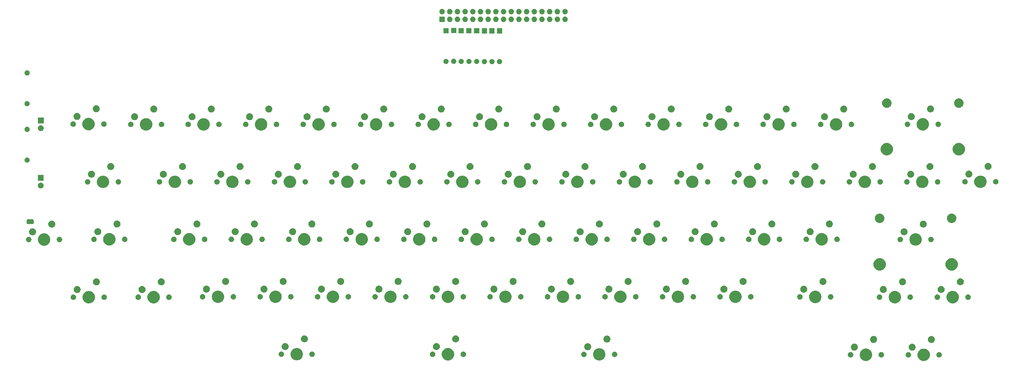
<source format=gbr>
G04 #@! TF.GenerationSoftware,KiCad,Pcbnew,(5.1.0)-1*
G04 #@! TF.CreationDate,2024-04-13T13:58:06+12:00*
G04 #@! TF.ProjectId,Pegasus2023_1_2,50656761-7375-4733-9230-32335f315f32,rev?*
G04 #@! TF.SameCoordinates,Original*
G04 #@! TF.FileFunction,Soldermask,Bot*
G04 #@! TF.FilePolarity,Negative*
%FSLAX46Y46*%
G04 Gerber Fmt 4.6, Leading zero omitted, Abs format (unit mm)*
G04 Created by KiCad (PCBNEW (5.1.0)-1) date 2024-04-13 13:58:06*
%MOMM*%
%LPD*%
G04 APERTURE LIST*
%ADD10C,0.100000*%
G04 APERTURE END LIST*
D10*
G36*
X255028254Y-126807818D02*
G01*
X255401511Y-126962426D01*
X255401513Y-126962427D01*
X255737436Y-127186884D01*
X256023116Y-127472564D01*
X256234211Y-127788489D01*
X256247574Y-127808489D01*
X256402182Y-128181746D01*
X256481000Y-128577993D01*
X256481000Y-128982007D01*
X256402182Y-129378254D01*
X256255858Y-129731511D01*
X256247573Y-129751513D01*
X256023116Y-130087436D01*
X255737436Y-130373116D01*
X255401513Y-130597573D01*
X255401512Y-130597574D01*
X255401511Y-130597574D01*
X255028254Y-130752182D01*
X254632007Y-130831000D01*
X254227993Y-130831000D01*
X253831746Y-130752182D01*
X253458489Y-130597574D01*
X253458488Y-130597574D01*
X253458487Y-130597573D01*
X253122564Y-130373116D01*
X252836884Y-130087436D01*
X252612427Y-129751513D01*
X252604142Y-129731511D01*
X252457818Y-129378254D01*
X252379000Y-128982007D01*
X252379000Y-128577993D01*
X252457818Y-128181746D01*
X252612426Y-127808489D01*
X252625790Y-127788489D01*
X252836884Y-127472564D01*
X253122564Y-127186884D01*
X253458487Y-126962427D01*
X253458489Y-126962426D01*
X253831746Y-126807818D01*
X254227993Y-126729000D01*
X254632007Y-126729000D01*
X255028254Y-126807818D01*
X255028254Y-126807818D01*
G37*
G36*
X235938254Y-126787818D02*
G01*
X236291265Y-126934040D01*
X236311513Y-126942427D01*
X236647436Y-127166884D01*
X236933116Y-127452564D01*
X237152934Y-127781544D01*
X237157574Y-127788489D01*
X237312182Y-128161746D01*
X237391000Y-128557993D01*
X237391000Y-128962007D01*
X237312182Y-129358254D01*
X237178496Y-129681000D01*
X237157573Y-129731513D01*
X236933116Y-130067436D01*
X236647436Y-130353116D01*
X236311513Y-130577573D01*
X236311512Y-130577574D01*
X236311511Y-130577574D01*
X235938254Y-130732182D01*
X235542007Y-130811000D01*
X235137993Y-130811000D01*
X234741746Y-130732182D01*
X234368489Y-130577574D01*
X234368488Y-130577574D01*
X234368487Y-130577573D01*
X234032564Y-130353116D01*
X233746884Y-130067436D01*
X233522427Y-129731513D01*
X233501504Y-129681000D01*
X233367818Y-129358254D01*
X233289000Y-128962007D01*
X233289000Y-128557993D01*
X233367818Y-128161746D01*
X233522426Y-127788489D01*
X233527067Y-127781544D01*
X233746884Y-127452564D01*
X234032564Y-127166884D01*
X234368487Y-126942427D01*
X234388735Y-126934040D01*
X234741746Y-126787818D01*
X235137993Y-126709000D01*
X235542007Y-126709000D01*
X235938254Y-126787818D01*
X235938254Y-126787818D01*
G37*
G36*
X147808954Y-126653418D02*
G01*
X148181711Y-126807819D01*
X148182213Y-126808027D01*
X148518136Y-127032484D01*
X148803816Y-127318164D01*
X148985844Y-127590587D01*
X149028274Y-127654089D01*
X149182882Y-128027346D01*
X149261700Y-128423593D01*
X149261700Y-128827607D01*
X149182882Y-129223854D01*
X149047162Y-129551511D01*
X149028273Y-129597113D01*
X148803816Y-129933036D01*
X148518136Y-130218716D01*
X148182213Y-130443173D01*
X148182212Y-130443174D01*
X148182211Y-130443174D01*
X147808954Y-130597782D01*
X147412707Y-130676600D01*
X147008693Y-130676600D01*
X146612446Y-130597782D01*
X146239189Y-130443174D01*
X146239188Y-130443174D01*
X146239187Y-130443173D01*
X145903264Y-130218716D01*
X145617584Y-129933036D01*
X145393127Y-129597113D01*
X145374238Y-129551511D01*
X145238518Y-129223854D01*
X145159700Y-128827607D01*
X145159700Y-128423593D01*
X145238518Y-128027346D01*
X145393126Y-127654089D01*
X145435557Y-127590587D01*
X145617584Y-127318164D01*
X145903264Y-127032484D01*
X146239187Y-126808027D01*
X146239689Y-126807819D01*
X146612446Y-126653418D01*
X147008693Y-126574600D01*
X147412707Y-126574600D01*
X147808954Y-126653418D01*
X147808954Y-126653418D01*
G37*
G36*
X97808254Y-126607818D02*
G01*
X98181511Y-126762426D01*
X98181513Y-126762427D01*
X98517436Y-126986884D01*
X98803116Y-127272564D01*
X99015613Y-127590587D01*
X99027574Y-127608489D01*
X99182182Y-127981746D01*
X99261000Y-128377993D01*
X99261000Y-128782007D01*
X99182182Y-129178254D01*
X99027574Y-129551511D01*
X99027573Y-129551513D01*
X98803116Y-129887436D01*
X98517436Y-130173116D01*
X98181513Y-130397573D01*
X98181512Y-130397574D01*
X98181511Y-130397574D01*
X97808254Y-130552182D01*
X97412007Y-130631000D01*
X97007993Y-130631000D01*
X96611746Y-130552182D01*
X96238489Y-130397574D01*
X96238488Y-130397574D01*
X96238487Y-130397573D01*
X95902564Y-130173116D01*
X95616884Y-129887436D01*
X95392427Y-129551513D01*
X95392426Y-129551511D01*
X95237818Y-129178254D01*
X95159000Y-128782007D01*
X95159000Y-128377993D01*
X95237818Y-127981746D01*
X95392426Y-127608489D01*
X95404388Y-127590587D01*
X95616884Y-127272564D01*
X95902564Y-126986884D01*
X96238487Y-126762427D01*
X96238489Y-126762426D01*
X96611746Y-126607818D01*
X97007993Y-126529000D01*
X97412007Y-126529000D01*
X97808254Y-126607818D01*
X97808254Y-126607818D01*
G37*
G36*
X47824554Y-126589918D02*
G01*
X48197811Y-126744526D01*
X48197813Y-126744527D01*
X48481439Y-126934040D01*
X48533736Y-126968984D01*
X48819416Y-127254664D01*
X49043874Y-127590589D01*
X49198482Y-127963846D01*
X49277300Y-128360093D01*
X49277300Y-128764107D01*
X49198482Y-129160354D01*
X49066141Y-129479853D01*
X49043873Y-129533613D01*
X48819416Y-129869536D01*
X48533736Y-130155216D01*
X48197813Y-130379673D01*
X48197812Y-130379674D01*
X48197811Y-130379674D01*
X47824554Y-130534282D01*
X47428307Y-130613100D01*
X47024293Y-130613100D01*
X46628046Y-130534282D01*
X46254789Y-130379674D01*
X46254788Y-130379674D01*
X46254787Y-130379673D01*
X45918864Y-130155216D01*
X45633184Y-129869536D01*
X45408727Y-129533613D01*
X45386459Y-129479853D01*
X45254118Y-129160354D01*
X45175300Y-128764107D01*
X45175300Y-128360093D01*
X45254118Y-127963846D01*
X45408726Y-127590589D01*
X45633184Y-127254664D01*
X45918864Y-126968984D01*
X45971161Y-126934040D01*
X46254787Y-126744527D01*
X46254789Y-126744526D01*
X46628046Y-126589918D01*
X47024293Y-126511100D01*
X47428307Y-126511100D01*
X47824554Y-126589918D01*
X47824554Y-126589918D01*
G37*
G36*
X259604508Y-127880147D02*
G01*
X259772812Y-127913624D01*
X259936784Y-127981544D01*
X260084354Y-128080147D01*
X260209853Y-128205646D01*
X260308456Y-128353216D01*
X260376376Y-128517188D01*
X260402961Y-128650842D01*
X260411000Y-128691258D01*
X260411000Y-128868742D01*
X260407087Y-128888412D01*
X260376376Y-129042812D01*
X260308456Y-129206784D01*
X260209853Y-129354354D01*
X260084354Y-129479853D01*
X259936784Y-129578456D01*
X259772812Y-129646376D01*
X259623512Y-129676073D01*
X259598742Y-129681000D01*
X259421258Y-129681000D01*
X259396488Y-129676073D01*
X259247188Y-129646376D01*
X259083216Y-129578456D01*
X258935646Y-129479853D01*
X258810147Y-129354354D01*
X258711544Y-129206784D01*
X258643624Y-129042812D01*
X258612913Y-128888412D01*
X258609000Y-128868742D01*
X258609000Y-128691258D01*
X258617039Y-128650842D01*
X258643624Y-128517188D01*
X258711544Y-128353216D01*
X258810147Y-128205646D01*
X258935646Y-128080147D01*
X259083216Y-127981544D01*
X259247188Y-127913624D01*
X259415492Y-127880147D01*
X259421258Y-127879000D01*
X259598742Y-127879000D01*
X259604508Y-127880147D01*
X259604508Y-127880147D01*
G37*
G36*
X249444508Y-127880147D02*
G01*
X249612812Y-127913624D01*
X249776784Y-127981544D01*
X249924354Y-128080147D01*
X250049853Y-128205646D01*
X250148456Y-128353216D01*
X250216376Y-128517188D01*
X250242961Y-128650842D01*
X250251000Y-128691258D01*
X250251000Y-128868742D01*
X250247087Y-128888412D01*
X250216376Y-129042812D01*
X250148456Y-129206784D01*
X250049853Y-129354354D01*
X249924354Y-129479853D01*
X249776784Y-129578456D01*
X249612812Y-129646376D01*
X249463512Y-129676073D01*
X249438742Y-129681000D01*
X249261258Y-129681000D01*
X249236488Y-129676073D01*
X249087188Y-129646376D01*
X248923216Y-129578456D01*
X248775646Y-129479853D01*
X248650147Y-129354354D01*
X248551544Y-129206784D01*
X248483624Y-129042812D01*
X248452913Y-128888412D01*
X248449000Y-128868742D01*
X248449000Y-128691258D01*
X248457039Y-128650842D01*
X248483624Y-128517188D01*
X248551544Y-128353216D01*
X248650147Y-128205646D01*
X248775646Y-128080147D01*
X248923216Y-127981544D01*
X249087188Y-127913624D01*
X249255492Y-127880147D01*
X249261258Y-127879000D01*
X249438742Y-127879000D01*
X249444508Y-127880147D01*
X249444508Y-127880147D01*
G37*
G36*
X240533512Y-127863927D02*
G01*
X240682812Y-127893624D01*
X240846784Y-127961544D01*
X240994354Y-128060147D01*
X241119853Y-128185646D01*
X241218456Y-128333216D01*
X241286376Y-128497188D01*
X241316073Y-128646488D01*
X241320500Y-128668742D01*
X241321000Y-128671259D01*
X241321000Y-128848741D01*
X241286376Y-129022812D01*
X241218456Y-129186784D01*
X241119853Y-129334354D01*
X240994354Y-129459853D01*
X240846784Y-129558456D01*
X240682812Y-129626376D01*
X240533512Y-129656073D01*
X240508742Y-129661000D01*
X240331258Y-129661000D01*
X240306488Y-129656073D01*
X240157188Y-129626376D01*
X239993216Y-129558456D01*
X239845646Y-129459853D01*
X239720147Y-129334354D01*
X239621544Y-129186784D01*
X239553624Y-129022812D01*
X239519000Y-128848741D01*
X239519000Y-128671259D01*
X239519501Y-128668742D01*
X239523927Y-128646488D01*
X239553624Y-128497188D01*
X239621544Y-128333216D01*
X239720147Y-128185646D01*
X239845646Y-128060147D01*
X239993216Y-127961544D01*
X240157188Y-127893624D01*
X240306488Y-127863927D01*
X240331258Y-127859000D01*
X240508742Y-127859000D01*
X240533512Y-127863927D01*
X240533512Y-127863927D01*
G37*
G36*
X230373512Y-127863927D02*
G01*
X230522812Y-127893624D01*
X230686784Y-127961544D01*
X230834354Y-128060147D01*
X230959853Y-128185646D01*
X231058456Y-128333216D01*
X231126376Y-128497188D01*
X231156073Y-128646488D01*
X231160500Y-128668742D01*
X231161000Y-128671259D01*
X231161000Y-128848741D01*
X231126376Y-129022812D01*
X231058456Y-129186784D01*
X230959853Y-129334354D01*
X230834354Y-129459853D01*
X230686784Y-129558456D01*
X230522812Y-129626376D01*
X230373512Y-129656073D01*
X230348742Y-129661000D01*
X230171258Y-129661000D01*
X230146488Y-129656073D01*
X229997188Y-129626376D01*
X229833216Y-129558456D01*
X229685646Y-129459853D01*
X229560147Y-129334354D01*
X229461544Y-129186784D01*
X229393624Y-129022812D01*
X229359000Y-128848741D01*
X229359000Y-128671259D01*
X229359501Y-128668742D01*
X229363927Y-128646488D01*
X229393624Y-128497188D01*
X229461544Y-128333216D01*
X229560147Y-128185646D01*
X229685646Y-128060147D01*
X229833216Y-127961544D01*
X229997188Y-127893624D01*
X230146488Y-127863927D01*
X230171258Y-127859000D01*
X230348742Y-127859000D01*
X230373512Y-127863927D01*
X230373512Y-127863927D01*
G37*
G36*
X142244212Y-127729527D02*
G01*
X142393512Y-127759224D01*
X142557484Y-127827144D01*
X142705054Y-127925747D01*
X142830553Y-128051246D01*
X142929156Y-128198816D01*
X142997076Y-128362788D01*
X143022630Y-128491259D01*
X143027788Y-128517189D01*
X143031700Y-128536859D01*
X143031700Y-128714341D01*
X142997076Y-128888412D01*
X142929156Y-129052384D01*
X142830553Y-129199954D01*
X142705054Y-129325453D01*
X142557484Y-129424056D01*
X142393512Y-129491976D01*
X142244212Y-129521673D01*
X142219442Y-129526600D01*
X142041958Y-129526600D01*
X142017188Y-129521673D01*
X141867888Y-129491976D01*
X141703916Y-129424056D01*
X141556346Y-129325453D01*
X141430847Y-129199954D01*
X141332244Y-129052384D01*
X141264324Y-128888412D01*
X141229700Y-128714341D01*
X141229700Y-128536859D01*
X141233613Y-128517189D01*
X141238770Y-128491259D01*
X141264324Y-128362788D01*
X141332244Y-128198816D01*
X141430847Y-128051246D01*
X141556346Y-127925747D01*
X141703916Y-127827144D01*
X141867888Y-127759224D01*
X142017188Y-127729527D01*
X142041958Y-127724600D01*
X142219442Y-127724600D01*
X142244212Y-127729527D01*
X142244212Y-127729527D01*
G37*
G36*
X152404212Y-127729527D02*
G01*
X152553512Y-127759224D01*
X152717484Y-127827144D01*
X152865054Y-127925747D01*
X152990553Y-128051246D01*
X153089156Y-128198816D01*
X153157076Y-128362788D01*
X153182630Y-128491259D01*
X153187788Y-128517189D01*
X153191700Y-128536859D01*
X153191700Y-128714341D01*
X153157076Y-128888412D01*
X153089156Y-129052384D01*
X152990553Y-129199954D01*
X152865054Y-129325453D01*
X152717484Y-129424056D01*
X152553512Y-129491976D01*
X152404212Y-129521673D01*
X152379442Y-129526600D01*
X152201958Y-129526600D01*
X152177188Y-129521673D01*
X152027888Y-129491976D01*
X151863916Y-129424056D01*
X151716346Y-129325453D01*
X151590847Y-129199954D01*
X151492244Y-129052384D01*
X151424324Y-128888412D01*
X151389700Y-128714341D01*
X151389700Y-128536859D01*
X151393613Y-128517189D01*
X151398770Y-128491259D01*
X151424324Y-128362788D01*
X151492244Y-128198816D01*
X151590847Y-128051246D01*
X151716346Y-127925747D01*
X151863916Y-127827144D01*
X152027888Y-127759224D01*
X152177188Y-127729527D01*
X152201958Y-127724600D01*
X152379442Y-127724600D01*
X152404212Y-127729527D01*
X152404212Y-127729527D01*
G37*
G36*
X92243512Y-127683927D02*
G01*
X92392812Y-127713624D01*
X92556784Y-127781544D01*
X92704354Y-127880147D01*
X92829853Y-128005646D01*
X92928456Y-128153216D01*
X92996376Y-128317188D01*
X93017541Y-128423594D01*
X93031000Y-128491258D01*
X93031000Y-128668742D01*
X93030499Y-128671259D01*
X92996376Y-128842812D01*
X92928456Y-129006784D01*
X92829853Y-129154354D01*
X92704354Y-129279853D01*
X92556784Y-129378456D01*
X92392812Y-129446376D01*
X92243512Y-129476073D01*
X92218742Y-129481000D01*
X92041258Y-129481000D01*
X92016488Y-129476073D01*
X91867188Y-129446376D01*
X91703216Y-129378456D01*
X91555646Y-129279853D01*
X91430147Y-129154354D01*
X91331544Y-129006784D01*
X91263624Y-128842812D01*
X91229501Y-128671259D01*
X91229000Y-128668742D01*
X91229000Y-128491258D01*
X91242459Y-128423594D01*
X91263624Y-128317188D01*
X91331544Y-128153216D01*
X91430147Y-128005646D01*
X91555646Y-127880147D01*
X91703216Y-127781544D01*
X91867188Y-127713624D01*
X92016488Y-127683927D01*
X92041258Y-127679000D01*
X92218742Y-127679000D01*
X92243512Y-127683927D01*
X92243512Y-127683927D01*
G37*
G36*
X102403512Y-127683927D02*
G01*
X102552812Y-127713624D01*
X102716784Y-127781544D01*
X102864354Y-127880147D01*
X102989853Y-128005646D01*
X103088456Y-128153216D01*
X103156376Y-128317188D01*
X103177541Y-128423594D01*
X103191000Y-128491258D01*
X103191000Y-128668742D01*
X103190499Y-128671259D01*
X103156376Y-128842812D01*
X103088456Y-129006784D01*
X102989853Y-129154354D01*
X102864354Y-129279853D01*
X102716784Y-129378456D01*
X102552812Y-129446376D01*
X102403512Y-129476073D01*
X102378742Y-129481000D01*
X102201258Y-129481000D01*
X102176488Y-129476073D01*
X102027188Y-129446376D01*
X101863216Y-129378456D01*
X101715646Y-129279853D01*
X101590147Y-129154354D01*
X101491544Y-129006784D01*
X101423624Y-128842812D01*
X101389501Y-128671259D01*
X101389000Y-128668742D01*
X101389000Y-128491258D01*
X101402459Y-128423594D01*
X101423624Y-128317188D01*
X101491544Y-128153216D01*
X101590147Y-128005646D01*
X101715646Y-127880147D01*
X101863216Y-127781544D01*
X102027188Y-127713624D01*
X102176488Y-127683927D01*
X102201258Y-127679000D01*
X102378742Y-127679000D01*
X102403512Y-127683927D01*
X102403512Y-127683927D01*
G37*
G36*
X42259812Y-127666027D02*
G01*
X42409112Y-127695724D01*
X42573084Y-127763644D01*
X42720654Y-127862247D01*
X42846153Y-127987746D01*
X42944756Y-128135316D01*
X43012676Y-128299288D01*
X43047300Y-128473359D01*
X43047300Y-128650841D01*
X43012676Y-128824912D01*
X42944756Y-128988884D01*
X42846153Y-129136454D01*
X42720654Y-129261953D01*
X42573084Y-129360556D01*
X42409112Y-129428476D01*
X42259812Y-129458173D01*
X42235042Y-129463100D01*
X42057558Y-129463100D01*
X42032788Y-129458173D01*
X41883488Y-129428476D01*
X41719516Y-129360556D01*
X41571946Y-129261953D01*
X41446447Y-129136454D01*
X41347844Y-128988884D01*
X41279924Y-128824912D01*
X41245300Y-128650841D01*
X41245300Y-128473359D01*
X41279924Y-128299288D01*
X41347844Y-128135316D01*
X41446447Y-127987746D01*
X41571946Y-127862247D01*
X41719516Y-127763644D01*
X41883488Y-127695724D01*
X42032788Y-127666027D01*
X42057558Y-127661100D01*
X42235042Y-127661100D01*
X42259812Y-127666027D01*
X42259812Y-127666027D01*
G37*
G36*
X52419812Y-127666027D02*
G01*
X52569112Y-127695724D01*
X52733084Y-127763644D01*
X52880654Y-127862247D01*
X53006153Y-127987746D01*
X53104756Y-128135316D01*
X53172676Y-128299288D01*
X53207300Y-128473359D01*
X53207300Y-128650841D01*
X53172676Y-128824912D01*
X53104756Y-128988884D01*
X53006153Y-129136454D01*
X52880654Y-129261953D01*
X52733084Y-129360556D01*
X52569112Y-129428476D01*
X52419812Y-129458173D01*
X52395042Y-129463100D01*
X52217558Y-129463100D01*
X52192788Y-129458173D01*
X52043488Y-129428476D01*
X51879516Y-129360556D01*
X51731946Y-129261953D01*
X51606447Y-129136454D01*
X51507844Y-128988884D01*
X51439924Y-128824912D01*
X51405300Y-128650841D01*
X51405300Y-128473359D01*
X51439924Y-128299288D01*
X51507844Y-128135316D01*
X51606447Y-127987746D01*
X51731946Y-127862247D01*
X51879516Y-127763644D01*
X52043488Y-127695724D01*
X52192788Y-127666027D01*
X52217558Y-127661100D01*
X52395042Y-127661100D01*
X52419812Y-127666027D01*
X52419812Y-127666027D01*
G37*
G36*
X250844549Y-125111116D02*
G01*
X250955734Y-125133232D01*
X251165203Y-125219997D01*
X251353720Y-125345960D01*
X251514040Y-125506280D01*
X251640003Y-125694797D01*
X251726768Y-125904266D01*
X251740288Y-125972235D01*
X251771000Y-126126635D01*
X251771000Y-126353365D01*
X251757480Y-126421333D01*
X251726768Y-126575734D01*
X251694590Y-126653418D01*
X251644760Y-126773720D01*
X251640003Y-126785203D01*
X251514040Y-126973720D01*
X251353720Y-127134040D01*
X251165203Y-127260003D01*
X250955734Y-127346768D01*
X250844549Y-127368884D01*
X250733365Y-127391000D01*
X250506635Y-127391000D01*
X250395451Y-127368884D01*
X250284266Y-127346768D01*
X250074797Y-127260003D01*
X249886280Y-127134040D01*
X249725960Y-126973720D01*
X249599997Y-126785203D01*
X249595241Y-126773720D01*
X249545410Y-126653418D01*
X249513232Y-126575734D01*
X249482520Y-126421333D01*
X249469000Y-126353365D01*
X249469000Y-126126635D01*
X249499712Y-125972235D01*
X249513232Y-125904266D01*
X249599997Y-125694797D01*
X249725960Y-125506280D01*
X249886280Y-125345960D01*
X250074797Y-125219997D01*
X250284266Y-125133232D01*
X250395451Y-125111116D01*
X250506635Y-125089000D01*
X250733365Y-125089000D01*
X250844549Y-125111116D01*
X250844549Y-125111116D01*
G37*
G36*
X231743911Y-125089000D02*
G01*
X231865734Y-125113232D01*
X231914018Y-125133232D01*
X232054835Y-125191560D01*
X232075203Y-125199997D01*
X232263720Y-125325960D01*
X232424040Y-125486280D01*
X232460201Y-125540399D01*
X232550004Y-125674799D01*
X232562210Y-125704267D01*
X232636768Y-125884266D01*
X232681000Y-126106636D01*
X232681000Y-126333364D01*
X232636768Y-126555734D01*
X232550003Y-126765203D01*
X232424040Y-126953720D01*
X232263720Y-127114040D01*
X232075203Y-127240003D01*
X231865734Y-127326768D01*
X231765187Y-127346768D01*
X231643365Y-127371000D01*
X231416635Y-127371000D01*
X231294813Y-127346768D01*
X231194266Y-127326768D01*
X230984797Y-127240003D01*
X230796280Y-127114040D01*
X230635960Y-126953720D01*
X230509997Y-126765203D01*
X230423232Y-126555734D01*
X230379000Y-126333364D01*
X230379000Y-126106636D01*
X230423232Y-125884266D01*
X230497790Y-125704267D01*
X230509996Y-125674799D01*
X230599799Y-125540399D01*
X230635960Y-125486280D01*
X230796280Y-125325960D01*
X230984797Y-125199997D01*
X231005166Y-125191560D01*
X231145982Y-125133232D01*
X231194266Y-125113232D01*
X231316089Y-125089000D01*
X231416635Y-125069000D01*
X231643365Y-125069000D01*
X231743911Y-125089000D01*
X231743911Y-125089000D01*
G37*
G36*
X143625249Y-124956716D02*
G01*
X143736434Y-124978832D01*
X143945903Y-125065597D01*
X144134420Y-125191560D01*
X144294740Y-125351880D01*
X144420703Y-125540397D01*
X144484658Y-125694797D01*
X144507468Y-125749867D01*
X144542630Y-125926635D01*
X144551700Y-125972236D01*
X144551700Y-126198964D01*
X144507468Y-126421334D01*
X144420703Y-126630803D01*
X144294740Y-126819320D01*
X144134420Y-126979640D01*
X143945903Y-127105603D01*
X143945902Y-127105604D01*
X143945901Y-127105604D01*
X143889736Y-127128868D01*
X143736434Y-127192368D01*
X143625249Y-127214484D01*
X143514065Y-127236600D01*
X143287335Y-127236600D01*
X143176151Y-127214484D01*
X143064966Y-127192368D01*
X142911664Y-127128868D01*
X142855499Y-127105604D01*
X142855498Y-127105604D01*
X142855497Y-127105603D01*
X142666980Y-126979640D01*
X142506660Y-126819320D01*
X142380697Y-126630803D01*
X142293932Y-126421334D01*
X142249700Y-126198964D01*
X142249700Y-125972236D01*
X142258771Y-125926635D01*
X142293932Y-125749867D01*
X142316743Y-125694797D01*
X142380697Y-125540397D01*
X142506660Y-125351880D01*
X142666980Y-125191560D01*
X142855497Y-125065597D01*
X143064966Y-124978832D01*
X143176151Y-124956716D01*
X143287335Y-124934600D01*
X143514065Y-124934600D01*
X143625249Y-124956716D01*
X143625249Y-124956716D01*
G37*
G36*
X93624549Y-124911116D02*
G01*
X93735734Y-124933232D01*
X93945203Y-125019997D01*
X94133720Y-125145960D01*
X94294040Y-125306280D01*
X94420003Y-125494797D01*
X94420004Y-125494799D01*
X94424760Y-125506281D01*
X94506768Y-125704266D01*
X94528884Y-125815451D01*
X94551000Y-125926635D01*
X94551000Y-126153365D01*
X94528884Y-126264549D01*
X94506768Y-126375734D01*
X94445416Y-126523850D01*
X94427418Y-126567303D01*
X94420003Y-126585203D01*
X94294040Y-126773720D01*
X94133720Y-126934040D01*
X93945203Y-127060003D01*
X93735734Y-127146768D01*
X93634604Y-127166884D01*
X93513365Y-127191000D01*
X93286635Y-127191000D01*
X93165396Y-127166884D01*
X93064266Y-127146768D01*
X92854797Y-127060003D01*
X92666280Y-126934040D01*
X92505960Y-126773720D01*
X92379997Y-126585203D01*
X92372583Y-126567303D01*
X92354584Y-126523850D01*
X92293232Y-126375734D01*
X92271116Y-126264549D01*
X92249000Y-126153365D01*
X92249000Y-125926635D01*
X92271116Y-125815451D01*
X92293232Y-125704266D01*
X92375240Y-125506281D01*
X92379996Y-125494799D01*
X92379997Y-125494797D01*
X92505960Y-125306280D01*
X92666280Y-125145960D01*
X92854797Y-125019997D01*
X93064266Y-124933232D01*
X93175451Y-124911116D01*
X93286635Y-124889000D01*
X93513365Y-124889000D01*
X93624549Y-124911116D01*
X93624549Y-124911116D01*
G37*
G36*
X43619654Y-124889000D02*
G01*
X43752034Y-124915332D01*
X43961503Y-125002097D01*
X44150020Y-125128060D01*
X44310340Y-125288380D01*
X44436303Y-125476897D01*
X44436304Y-125476899D01*
X44443718Y-125494799D01*
X44523068Y-125686366D01*
X44526629Y-125704267D01*
X44567300Y-125908735D01*
X44567300Y-126135465D01*
X44563739Y-126153365D01*
X44523068Y-126357834D01*
X44496766Y-126421333D01*
X44441096Y-126555733D01*
X44436303Y-126567303D01*
X44310340Y-126755820D01*
X44150020Y-126916140D01*
X43961503Y-127042103D01*
X43752034Y-127128868D01*
X43662044Y-127146768D01*
X43529665Y-127173100D01*
X43302935Y-127173100D01*
X43170556Y-127146768D01*
X43080566Y-127128868D01*
X42871097Y-127042103D01*
X42682580Y-126916140D01*
X42522260Y-126755820D01*
X42396297Y-126567303D01*
X42391505Y-126555733D01*
X42335834Y-126421333D01*
X42309532Y-126357834D01*
X42268861Y-126153365D01*
X42265300Y-126135465D01*
X42265300Y-125908735D01*
X42305971Y-125704267D01*
X42309532Y-125686366D01*
X42388882Y-125494799D01*
X42396296Y-125476899D01*
X42396297Y-125476897D01*
X42522260Y-125288380D01*
X42682580Y-125128060D01*
X42871097Y-125002097D01*
X43080566Y-124915332D01*
X43212946Y-124889000D01*
X43302935Y-124871100D01*
X43529665Y-124871100D01*
X43619654Y-124889000D01*
X43619654Y-124889000D01*
G37*
G36*
X257194549Y-122571116D02*
G01*
X257305734Y-122593232D01*
X257515203Y-122679997D01*
X257703720Y-122805960D01*
X257864040Y-122966280D01*
X257990003Y-123154797D01*
X258076768Y-123364266D01*
X258090288Y-123432235D01*
X258121000Y-123586635D01*
X258121000Y-123813365D01*
X258107480Y-123881333D01*
X258076768Y-124035734D01*
X258015416Y-124183850D01*
X257994760Y-124233720D01*
X257990003Y-124245203D01*
X257864040Y-124433720D01*
X257703720Y-124594040D01*
X257515203Y-124720003D01*
X257305734Y-124806768D01*
X257194549Y-124828884D01*
X257083365Y-124851000D01*
X256856635Y-124851000D01*
X256745451Y-124828884D01*
X256634266Y-124806768D01*
X256424797Y-124720003D01*
X256236280Y-124594040D01*
X256075960Y-124433720D01*
X255949997Y-124245203D01*
X255945241Y-124233720D01*
X255924584Y-124183850D01*
X255863232Y-124035734D01*
X255832520Y-123881333D01*
X255819000Y-123813365D01*
X255819000Y-123586635D01*
X255849712Y-123432235D01*
X255863232Y-123364266D01*
X255949997Y-123154797D01*
X256075960Y-122966280D01*
X256236280Y-122805960D01*
X256424797Y-122679997D01*
X256634266Y-122593232D01*
X256745451Y-122571116D01*
X256856635Y-122549000D01*
X257083365Y-122549000D01*
X257194549Y-122571116D01*
X257194549Y-122571116D01*
G37*
G36*
X238093911Y-122549000D02*
G01*
X238215734Y-122573232D01*
X238264018Y-122593232D01*
X238404835Y-122651560D01*
X238425203Y-122659997D01*
X238613720Y-122785960D01*
X238774040Y-122946280D01*
X238810201Y-123000399D01*
X238900004Y-123134799D01*
X238912210Y-123164267D01*
X238986768Y-123344266D01*
X239031000Y-123566636D01*
X239031000Y-123793364D01*
X238986768Y-124015734D01*
X238900003Y-124225203D01*
X238774040Y-124413720D01*
X238613720Y-124574040D01*
X238425203Y-124700003D01*
X238215734Y-124786768D01*
X238115187Y-124806768D01*
X237993365Y-124831000D01*
X237766635Y-124831000D01*
X237644813Y-124806768D01*
X237544266Y-124786768D01*
X237334797Y-124700003D01*
X237146280Y-124574040D01*
X236985960Y-124413720D01*
X236859997Y-124225203D01*
X236773232Y-124015734D01*
X236729000Y-123793364D01*
X236729000Y-123566636D01*
X236773232Y-123344266D01*
X236847790Y-123164267D01*
X236859996Y-123134799D01*
X236949799Y-123000399D01*
X236985960Y-122946280D01*
X237146280Y-122785960D01*
X237334797Y-122659997D01*
X237355166Y-122651560D01*
X237495982Y-122593232D01*
X237544266Y-122573232D01*
X237666089Y-122549000D01*
X237766635Y-122529000D01*
X237993365Y-122529000D01*
X238093911Y-122549000D01*
X238093911Y-122549000D01*
G37*
G36*
X149975249Y-122416716D02*
G01*
X150086434Y-122438832D01*
X150295903Y-122525597D01*
X150484420Y-122651560D01*
X150644740Y-122811880D01*
X150770703Y-123000397D01*
X150834658Y-123154797D01*
X150857468Y-123209867D01*
X150892630Y-123386635D01*
X150901700Y-123432236D01*
X150901700Y-123658964D01*
X150857468Y-123881334D01*
X150770703Y-124090803D01*
X150644740Y-124279320D01*
X150484420Y-124439640D01*
X150295903Y-124565603D01*
X150295902Y-124565604D01*
X150295901Y-124565604D01*
X150239736Y-124588868D01*
X150086434Y-124652368D01*
X149975249Y-124674484D01*
X149864065Y-124696600D01*
X149637335Y-124696600D01*
X149526151Y-124674484D01*
X149414966Y-124652368D01*
X149261664Y-124588868D01*
X149205499Y-124565604D01*
X149205498Y-124565604D01*
X149205497Y-124565603D01*
X149016980Y-124439640D01*
X148856660Y-124279320D01*
X148730697Y-124090803D01*
X148643932Y-123881334D01*
X148599700Y-123658964D01*
X148599700Y-123432236D01*
X148608771Y-123386635D01*
X148643932Y-123209867D01*
X148666743Y-123154797D01*
X148730697Y-123000397D01*
X148856660Y-122811880D01*
X149016980Y-122651560D01*
X149205497Y-122525597D01*
X149414966Y-122438832D01*
X149526151Y-122416716D01*
X149637335Y-122394600D01*
X149864065Y-122394600D01*
X149975249Y-122416716D01*
X149975249Y-122416716D01*
G37*
G36*
X99974549Y-122371116D02*
G01*
X100085734Y-122393232D01*
X100295203Y-122479997D01*
X100483720Y-122605960D01*
X100644040Y-122766280D01*
X100770003Y-122954797D01*
X100770004Y-122954799D01*
X100774760Y-122966281D01*
X100856768Y-123164266D01*
X100878884Y-123275451D01*
X100901000Y-123386635D01*
X100901000Y-123613365D01*
X100878884Y-123724549D01*
X100860329Y-123817834D01*
X100856768Y-123835733D01*
X100777418Y-124027303D01*
X100770003Y-124045203D01*
X100644040Y-124233720D01*
X100483720Y-124394040D01*
X100295203Y-124520003D01*
X100085734Y-124606768D01*
X99974549Y-124628884D01*
X99863365Y-124651000D01*
X99636635Y-124651000D01*
X99525451Y-124628884D01*
X99414266Y-124606768D01*
X99204797Y-124520003D01*
X99016280Y-124394040D01*
X98855960Y-124233720D01*
X98729997Y-124045203D01*
X98722583Y-124027303D01*
X98643232Y-123835733D01*
X98639672Y-123817834D01*
X98621116Y-123724549D01*
X98599000Y-123613365D01*
X98599000Y-123386635D01*
X98621116Y-123275451D01*
X98643232Y-123164266D01*
X98725240Y-122966281D01*
X98729996Y-122954799D01*
X98729997Y-122954797D01*
X98855960Y-122766280D01*
X99016280Y-122605960D01*
X99204797Y-122479997D01*
X99414266Y-122393232D01*
X99525451Y-122371116D01*
X99636635Y-122349000D01*
X99863365Y-122349000D01*
X99974549Y-122371116D01*
X99974549Y-122371116D01*
G37*
G36*
X49969654Y-122349000D02*
G01*
X50102034Y-122375332D01*
X50311503Y-122462097D01*
X50500020Y-122588060D01*
X50660340Y-122748380D01*
X50786303Y-122936897D01*
X50786304Y-122936899D01*
X50793718Y-122954799D01*
X50873068Y-123146366D01*
X50876629Y-123164267D01*
X50917300Y-123368735D01*
X50917300Y-123595465D01*
X50913739Y-123613365D01*
X50873068Y-123817834D01*
X50846766Y-123881333D01*
X50791096Y-124015733D01*
X50786303Y-124027303D01*
X50660340Y-124215820D01*
X50500020Y-124376140D01*
X50311503Y-124502103D01*
X50102034Y-124588868D01*
X50012044Y-124606768D01*
X49879665Y-124633100D01*
X49652935Y-124633100D01*
X49520556Y-124606768D01*
X49430566Y-124588868D01*
X49221097Y-124502103D01*
X49032580Y-124376140D01*
X48872260Y-124215820D01*
X48746297Y-124027303D01*
X48741505Y-124015733D01*
X48685834Y-123881333D01*
X48659532Y-123817834D01*
X48618861Y-123613365D01*
X48615300Y-123595465D01*
X48615300Y-123368735D01*
X48655971Y-123164267D01*
X48659532Y-123146366D01*
X48738882Y-122954799D01*
X48746296Y-122936899D01*
X48746297Y-122936897D01*
X48872260Y-122748380D01*
X49032580Y-122588060D01*
X49221097Y-122462097D01*
X49430566Y-122375332D01*
X49562946Y-122349000D01*
X49652935Y-122331100D01*
X49879665Y-122331100D01*
X49969654Y-122349000D01*
X49969654Y-122349000D01*
G37*
G36*
X-20901746Y-107757818D02*
G01*
X-20528489Y-107912426D01*
X-20528487Y-107912427D01*
X-20192564Y-108136884D01*
X-19906884Y-108422564D01*
X-19689885Y-108747325D01*
X-19682426Y-108758489D01*
X-19527818Y-109131746D01*
X-19449000Y-109527993D01*
X-19449000Y-109932007D01*
X-19527818Y-110328254D01*
X-19665816Y-110661411D01*
X-19682427Y-110701513D01*
X-19906884Y-111037436D01*
X-20192564Y-111323116D01*
X-20528487Y-111547573D01*
X-20528488Y-111547574D01*
X-20528489Y-111547574D01*
X-20901746Y-111702182D01*
X-21297993Y-111781000D01*
X-21702007Y-111781000D01*
X-22098254Y-111702182D01*
X-22471511Y-111547574D01*
X-22471512Y-111547574D01*
X-22471513Y-111547573D01*
X-22807436Y-111323116D01*
X-23093116Y-111037436D01*
X-23317573Y-110701513D01*
X-23334184Y-110661411D01*
X-23472182Y-110328254D01*
X-23551000Y-109932007D01*
X-23551000Y-109527993D01*
X-23472182Y-109131746D01*
X-23317574Y-108758489D01*
X-23310114Y-108747325D01*
X-23093116Y-108422564D01*
X-22807436Y-108136884D01*
X-22471513Y-107912427D01*
X-22471511Y-107912426D01*
X-22098254Y-107757818D01*
X-21702007Y-107679000D01*
X-21297993Y-107679000D01*
X-20901746Y-107757818D01*
X-20901746Y-107757818D01*
G37*
G36*
X531274Y-107738038D02*
G01*
X904531Y-107892646D01*
X904533Y-107892647D01*
X1240456Y-108117104D01*
X1526136Y-108402784D01*
X1737016Y-108718387D01*
X1750594Y-108738709D01*
X1905202Y-109111966D01*
X1984020Y-109508213D01*
X1984020Y-109912227D01*
X1905202Y-110308474D01*
X1756906Y-110666493D01*
X1750593Y-110681733D01*
X1526136Y-111017656D01*
X1240456Y-111303336D01*
X904533Y-111527793D01*
X904532Y-111527794D01*
X904531Y-111527794D01*
X531274Y-111682402D01*
X135027Y-111761220D01*
X-268987Y-111761220D01*
X-665234Y-111682402D01*
X-1038491Y-111527794D01*
X-1038492Y-111527794D01*
X-1038493Y-111527793D01*
X-1374416Y-111303336D01*
X-1660096Y-111017656D01*
X-1884553Y-110681733D01*
X-1890866Y-110666493D01*
X-2039162Y-110308474D01*
X-2117980Y-109912227D01*
X-2117980Y-109508213D01*
X-2039162Y-109111966D01*
X-1884554Y-108738709D01*
X-1870975Y-108718387D01*
X-1660096Y-108402784D01*
X-1374416Y-108117104D01*
X-1038493Y-107892647D01*
X-1038491Y-107892646D01*
X-665234Y-107738038D01*
X-268987Y-107659220D01*
X135027Y-107659220D01*
X531274Y-107738038D01*
X531274Y-107738038D01*
G37*
G36*
X245502514Y-107722798D02*
G01*
X245863509Y-107872327D01*
X245875773Y-107877407D01*
X246211696Y-108101864D01*
X246497376Y-108387544D01*
X246718439Y-108718387D01*
X246721834Y-108723469D01*
X246876442Y-109096726D01*
X246955260Y-109492973D01*
X246955260Y-109896987D01*
X246876442Y-110293234D01*
X246744728Y-110611220D01*
X246721833Y-110666493D01*
X246497376Y-111002416D01*
X246211696Y-111288096D01*
X245875773Y-111512553D01*
X245875772Y-111512554D01*
X245875771Y-111512554D01*
X245502514Y-111667162D01*
X245106267Y-111745980D01*
X244702253Y-111745980D01*
X244306006Y-111667162D01*
X243932749Y-111512554D01*
X243932748Y-111512554D01*
X243932747Y-111512553D01*
X243596824Y-111288096D01*
X243311144Y-111002416D01*
X243086687Y-110666493D01*
X243063792Y-110611220D01*
X242932078Y-110293234D01*
X242853260Y-109896987D01*
X242853260Y-109492973D01*
X242932078Y-109096726D01*
X243086686Y-108723469D01*
X243090082Y-108718387D01*
X243311144Y-108387544D01*
X243596824Y-108101864D01*
X243932747Y-107877407D01*
X243945011Y-107872327D01*
X244306006Y-107722798D01*
X244702253Y-107643980D01*
X245106267Y-107643980D01*
X245502514Y-107722798D01*
X245502514Y-107722798D01*
G37*
G36*
X264608394Y-107717718D02*
G01*
X264981651Y-107872326D01*
X264981653Y-107872327D01*
X265317576Y-108096784D01*
X265603256Y-108382464D01*
X265776798Y-108642187D01*
X265827714Y-108718389D01*
X265982322Y-109091646D01*
X266061140Y-109487893D01*
X266061140Y-109891907D01*
X265982322Y-110288154D01*
X265827714Y-110661411D01*
X265827713Y-110661413D01*
X265603256Y-110997336D01*
X265317576Y-111283016D01*
X264981653Y-111507473D01*
X264981652Y-111507474D01*
X264981651Y-111507474D01*
X264608394Y-111662082D01*
X264212147Y-111740900D01*
X263808133Y-111740900D01*
X263411886Y-111662082D01*
X263038629Y-111507474D01*
X263038628Y-111507474D01*
X263038627Y-111507473D01*
X262702704Y-111283016D01*
X262417024Y-110997336D01*
X262192567Y-110661413D01*
X262192566Y-110661411D01*
X262037958Y-110288154D01*
X261959140Y-109891907D01*
X261959140Y-109487893D01*
X262037958Y-109091646D01*
X262192566Y-108718389D01*
X262243483Y-108642187D01*
X262417024Y-108382464D01*
X262702704Y-108096784D01*
X263038627Y-107872327D01*
X263038629Y-107872326D01*
X263411886Y-107717718D01*
X263808133Y-107638900D01*
X264212147Y-107638900D01*
X264608394Y-107717718D01*
X264608394Y-107717718D01*
G37*
G36*
X219193194Y-107641518D02*
G01*
X219512358Y-107773720D01*
X219566453Y-107796127D01*
X219902376Y-108020584D01*
X220188056Y-108306264D01*
X220389997Y-108608489D01*
X220412514Y-108642189D01*
X220567122Y-109015446D01*
X220645940Y-109411693D01*
X220645940Y-109815707D01*
X220567122Y-110211954D01*
X220424499Y-110556276D01*
X220412513Y-110585213D01*
X220188056Y-110921136D01*
X219902376Y-111206816D01*
X219566453Y-111431273D01*
X219566452Y-111431274D01*
X219566451Y-111431274D01*
X219193194Y-111585882D01*
X218796947Y-111664700D01*
X218392933Y-111664700D01*
X217996686Y-111585882D01*
X217623429Y-111431274D01*
X217623428Y-111431274D01*
X217623427Y-111431273D01*
X217287504Y-111206816D01*
X217001824Y-110921136D01*
X216777367Y-110585213D01*
X216765381Y-110556276D01*
X216622758Y-110211954D01*
X216543940Y-109815707D01*
X216543940Y-109411693D01*
X216622758Y-109015446D01*
X216777366Y-108642189D01*
X216799884Y-108608489D01*
X217001824Y-108306264D01*
X217287504Y-108020584D01*
X217623427Y-107796127D01*
X217677522Y-107773720D01*
X217996686Y-107641518D01*
X218392933Y-107562700D01*
X218796947Y-107562700D01*
X219193194Y-107641518D01*
X219193194Y-107641518D01*
G37*
G36*
X21808254Y-107607818D02*
G01*
X22181511Y-107762426D01*
X22181513Y-107762427D01*
X22517436Y-107986884D01*
X22803116Y-108272564D01*
X22848844Y-108341000D01*
X23027574Y-108608489D01*
X23182182Y-108981746D01*
X23261000Y-109377993D01*
X23261000Y-109782007D01*
X23182182Y-110178254D01*
X23027574Y-110551511D01*
X23027573Y-110551513D01*
X22803116Y-110887436D01*
X22517436Y-111173116D01*
X22181513Y-111397573D01*
X22181512Y-111397574D01*
X22181511Y-111397574D01*
X21808254Y-111552182D01*
X21412007Y-111631000D01*
X21007993Y-111631000D01*
X20611746Y-111552182D01*
X20238489Y-111397574D01*
X20238488Y-111397574D01*
X20238487Y-111397573D01*
X19902564Y-111173116D01*
X19616884Y-110887436D01*
X19392427Y-110551513D01*
X19392426Y-110551511D01*
X19237818Y-110178254D01*
X19159000Y-109782007D01*
X19159000Y-109377993D01*
X19237818Y-108981746D01*
X19392426Y-108608489D01*
X19571157Y-108341000D01*
X19616884Y-108272564D01*
X19902564Y-107986884D01*
X20238487Y-107762427D01*
X20238489Y-107762426D01*
X20611746Y-107607818D01*
X21007993Y-107529000D01*
X21412007Y-107529000D01*
X21808254Y-107607818D01*
X21808254Y-107607818D01*
G37*
G36*
X135808254Y-107607818D02*
G01*
X136181511Y-107762426D01*
X136181513Y-107762427D01*
X136517436Y-107986884D01*
X136803116Y-108272564D01*
X136848844Y-108341000D01*
X137027574Y-108608489D01*
X137182182Y-108981746D01*
X137261000Y-109377993D01*
X137261000Y-109782007D01*
X137182182Y-110178254D01*
X137027574Y-110551511D01*
X137027573Y-110551513D01*
X136803116Y-110887436D01*
X136517436Y-111173116D01*
X136181513Y-111397573D01*
X136181512Y-111397574D01*
X136181511Y-111397574D01*
X135808254Y-111552182D01*
X135412007Y-111631000D01*
X135007993Y-111631000D01*
X134611746Y-111552182D01*
X134238489Y-111397574D01*
X134238488Y-111397574D01*
X134238487Y-111397573D01*
X133902564Y-111173116D01*
X133616884Y-110887436D01*
X133392427Y-110551513D01*
X133392426Y-110551511D01*
X133237818Y-110178254D01*
X133159000Y-109782007D01*
X133159000Y-109377993D01*
X133237818Y-108981746D01*
X133392426Y-108608489D01*
X133571157Y-108341000D01*
X133616884Y-108272564D01*
X133902564Y-107986884D01*
X134238487Y-107762427D01*
X134238489Y-107762426D01*
X134611746Y-107607818D01*
X135007993Y-107529000D01*
X135412007Y-107529000D01*
X135808254Y-107607818D01*
X135808254Y-107607818D01*
G37*
G36*
X192808254Y-107607818D02*
G01*
X193181511Y-107762426D01*
X193181513Y-107762427D01*
X193517436Y-107986884D01*
X193803116Y-108272564D01*
X193848844Y-108341000D01*
X194027574Y-108608489D01*
X194182182Y-108981746D01*
X194261000Y-109377993D01*
X194261000Y-109782007D01*
X194182182Y-110178254D01*
X194027574Y-110551511D01*
X194027573Y-110551513D01*
X193803116Y-110887436D01*
X193517436Y-111173116D01*
X193181513Y-111397573D01*
X193181512Y-111397574D01*
X193181511Y-111397574D01*
X192808254Y-111552182D01*
X192412007Y-111631000D01*
X192007993Y-111631000D01*
X191611746Y-111552182D01*
X191238489Y-111397574D01*
X191238488Y-111397574D01*
X191238487Y-111397573D01*
X190902564Y-111173116D01*
X190616884Y-110887436D01*
X190392427Y-110551513D01*
X190392426Y-110551511D01*
X190237818Y-110178254D01*
X190159000Y-109782007D01*
X190159000Y-109377993D01*
X190237818Y-108981746D01*
X190392426Y-108608489D01*
X190571157Y-108341000D01*
X190616884Y-108272564D01*
X190902564Y-107986884D01*
X191238487Y-107762427D01*
X191238489Y-107762426D01*
X191611746Y-107607818D01*
X192007993Y-107529000D01*
X192412007Y-107529000D01*
X192808254Y-107607818D01*
X192808254Y-107607818D01*
G37*
G36*
X59808254Y-107607818D02*
G01*
X60181511Y-107762426D01*
X60181513Y-107762427D01*
X60517436Y-107986884D01*
X60803116Y-108272564D01*
X60848844Y-108341000D01*
X61027574Y-108608489D01*
X61182182Y-108981746D01*
X61261000Y-109377993D01*
X61261000Y-109782007D01*
X61182182Y-110178254D01*
X61027574Y-110551511D01*
X61027573Y-110551513D01*
X60803116Y-110887436D01*
X60517436Y-111173116D01*
X60181513Y-111397573D01*
X60181512Y-111397574D01*
X60181511Y-111397574D01*
X59808254Y-111552182D01*
X59412007Y-111631000D01*
X59007993Y-111631000D01*
X58611746Y-111552182D01*
X58238489Y-111397574D01*
X58238488Y-111397574D01*
X58238487Y-111397573D01*
X57902564Y-111173116D01*
X57616884Y-110887436D01*
X57392427Y-110551513D01*
X57392426Y-110551511D01*
X57237818Y-110178254D01*
X57159000Y-109782007D01*
X57159000Y-109377993D01*
X57237818Y-108981746D01*
X57392426Y-108608489D01*
X57571157Y-108341000D01*
X57616884Y-108272564D01*
X57902564Y-107986884D01*
X58238487Y-107762427D01*
X58238489Y-107762426D01*
X58611746Y-107607818D01*
X59007993Y-107529000D01*
X59412007Y-107529000D01*
X59808254Y-107607818D01*
X59808254Y-107607818D01*
G37*
G36*
X116808254Y-107607818D02*
G01*
X117181511Y-107762426D01*
X117181513Y-107762427D01*
X117517436Y-107986884D01*
X117803116Y-108272564D01*
X117848844Y-108341000D01*
X118027574Y-108608489D01*
X118182182Y-108981746D01*
X118261000Y-109377993D01*
X118261000Y-109782007D01*
X118182182Y-110178254D01*
X118027574Y-110551511D01*
X118027573Y-110551513D01*
X117803116Y-110887436D01*
X117517436Y-111173116D01*
X117181513Y-111397573D01*
X117181512Y-111397574D01*
X117181511Y-111397574D01*
X116808254Y-111552182D01*
X116412007Y-111631000D01*
X116007993Y-111631000D01*
X115611746Y-111552182D01*
X115238489Y-111397574D01*
X115238488Y-111397574D01*
X115238487Y-111397573D01*
X114902564Y-111173116D01*
X114616884Y-110887436D01*
X114392427Y-110551513D01*
X114392426Y-110551511D01*
X114237818Y-110178254D01*
X114159000Y-109782007D01*
X114159000Y-109377993D01*
X114237818Y-108981746D01*
X114392426Y-108608489D01*
X114571157Y-108341000D01*
X114616884Y-108272564D01*
X114902564Y-107986884D01*
X115238487Y-107762427D01*
X115238489Y-107762426D01*
X115611746Y-107607818D01*
X116007993Y-107529000D01*
X116412007Y-107529000D01*
X116808254Y-107607818D01*
X116808254Y-107607818D01*
G37*
G36*
X40808254Y-107607818D02*
G01*
X41181511Y-107762426D01*
X41181513Y-107762427D01*
X41517436Y-107986884D01*
X41803116Y-108272564D01*
X41848844Y-108341000D01*
X42027574Y-108608489D01*
X42182182Y-108981746D01*
X42261000Y-109377993D01*
X42261000Y-109782007D01*
X42182182Y-110178254D01*
X42027574Y-110551511D01*
X42027573Y-110551513D01*
X41803116Y-110887436D01*
X41517436Y-111173116D01*
X41181513Y-111397573D01*
X41181512Y-111397574D01*
X41181511Y-111397574D01*
X40808254Y-111552182D01*
X40412007Y-111631000D01*
X40007993Y-111631000D01*
X39611746Y-111552182D01*
X39238489Y-111397574D01*
X39238488Y-111397574D01*
X39238487Y-111397573D01*
X38902564Y-111173116D01*
X38616884Y-110887436D01*
X38392427Y-110551513D01*
X38392426Y-110551511D01*
X38237818Y-110178254D01*
X38159000Y-109782007D01*
X38159000Y-109377993D01*
X38237818Y-108981746D01*
X38392426Y-108608489D01*
X38571157Y-108341000D01*
X38616884Y-108272564D01*
X38902564Y-107986884D01*
X39238487Y-107762427D01*
X39238489Y-107762426D01*
X39611746Y-107607818D01*
X40007993Y-107529000D01*
X40412007Y-107529000D01*
X40808254Y-107607818D01*
X40808254Y-107607818D01*
G37*
G36*
X97808254Y-107607818D02*
G01*
X98181511Y-107762426D01*
X98181513Y-107762427D01*
X98517436Y-107986884D01*
X98803116Y-108272564D01*
X98848844Y-108341000D01*
X99027574Y-108608489D01*
X99182182Y-108981746D01*
X99261000Y-109377993D01*
X99261000Y-109782007D01*
X99182182Y-110178254D01*
X99027574Y-110551511D01*
X99027573Y-110551513D01*
X98803116Y-110887436D01*
X98517436Y-111173116D01*
X98181513Y-111397573D01*
X98181512Y-111397574D01*
X98181511Y-111397574D01*
X97808254Y-111552182D01*
X97412007Y-111631000D01*
X97007993Y-111631000D01*
X96611746Y-111552182D01*
X96238489Y-111397574D01*
X96238488Y-111397574D01*
X96238487Y-111397573D01*
X95902564Y-111173116D01*
X95616884Y-110887436D01*
X95392427Y-110551513D01*
X95392426Y-110551511D01*
X95237818Y-110178254D01*
X95159000Y-109782007D01*
X95159000Y-109377993D01*
X95237818Y-108981746D01*
X95392426Y-108608489D01*
X95571157Y-108341000D01*
X95616884Y-108272564D01*
X95902564Y-107986884D01*
X96238487Y-107762427D01*
X96238489Y-107762426D01*
X96611746Y-107607818D01*
X97007993Y-107529000D01*
X97412007Y-107529000D01*
X97808254Y-107607818D01*
X97808254Y-107607818D01*
G37*
G36*
X78808254Y-107607818D02*
G01*
X79181511Y-107762426D01*
X79181513Y-107762427D01*
X79517436Y-107986884D01*
X79803116Y-108272564D01*
X79848844Y-108341000D01*
X80027574Y-108608489D01*
X80182182Y-108981746D01*
X80261000Y-109377993D01*
X80261000Y-109782007D01*
X80182182Y-110178254D01*
X80027574Y-110551511D01*
X80027573Y-110551513D01*
X79803116Y-110887436D01*
X79517436Y-111173116D01*
X79181513Y-111397573D01*
X79181512Y-111397574D01*
X79181511Y-111397574D01*
X78808254Y-111552182D01*
X78412007Y-111631000D01*
X78007993Y-111631000D01*
X77611746Y-111552182D01*
X77238489Y-111397574D01*
X77238488Y-111397574D01*
X77238487Y-111397573D01*
X76902564Y-111173116D01*
X76616884Y-110887436D01*
X76392427Y-110551513D01*
X76392426Y-110551511D01*
X76237818Y-110178254D01*
X76159000Y-109782007D01*
X76159000Y-109377993D01*
X76237818Y-108981746D01*
X76392426Y-108608489D01*
X76571157Y-108341000D01*
X76616884Y-108272564D01*
X76902564Y-107986884D01*
X77238487Y-107762427D01*
X77238489Y-107762426D01*
X77611746Y-107607818D01*
X78007993Y-107529000D01*
X78412007Y-107529000D01*
X78808254Y-107607818D01*
X78808254Y-107607818D01*
G37*
G36*
X154808254Y-107607818D02*
G01*
X155181511Y-107762426D01*
X155181513Y-107762427D01*
X155517436Y-107986884D01*
X155803116Y-108272564D01*
X155848844Y-108341000D01*
X156027574Y-108608489D01*
X156182182Y-108981746D01*
X156261000Y-109377993D01*
X156261000Y-109782007D01*
X156182182Y-110178254D01*
X156027574Y-110551511D01*
X156027573Y-110551513D01*
X155803116Y-110887436D01*
X155517436Y-111173116D01*
X155181513Y-111397573D01*
X155181512Y-111397574D01*
X155181511Y-111397574D01*
X154808254Y-111552182D01*
X154412007Y-111631000D01*
X154007993Y-111631000D01*
X153611746Y-111552182D01*
X153238489Y-111397574D01*
X153238488Y-111397574D01*
X153238487Y-111397573D01*
X152902564Y-111173116D01*
X152616884Y-110887436D01*
X152392427Y-110551513D01*
X152392426Y-110551511D01*
X152237818Y-110178254D01*
X152159000Y-109782007D01*
X152159000Y-109377993D01*
X152237818Y-108981746D01*
X152392426Y-108608489D01*
X152571157Y-108341000D01*
X152616884Y-108272564D01*
X152902564Y-107986884D01*
X153238487Y-107762427D01*
X153238489Y-107762426D01*
X153611746Y-107607818D01*
X154007993Y-107529000D01*
X154412007Y-107529000D01*
X154808254Y-107607818D01*
X154808254Y-107607818D01*
G37*
G36*
X173808254Y-107607818D02*
G01*
X174181511Y-107762426D01*
X174181513Y-107762427D01*
X174517436Y-107986884D01*
X174803116Y-108272564D01*
X174848844Y-108341000D01*
X175027574Y-108608489D01*
X175182182Y-108981746D01*
X175261000Y-109377993D01*
X175261000Y-109782007D01*
X175182182Y-110178254D01*
X175027574Y-110551511D01*
X175027573Y-110551513D01*
X174803116Y-110887436D01*
X174517436Y-111173116D01*
X174181513Y-111397573D01*
X174181512Y-111397574D01*
X174181511Y-111397574D01*
X173808254Y-111552182D01*
X173412007Y-111631000D01*
X173007993Y-111631000D01*
X172611746Y-111552182D01*
X172238489Y-111397574D01*
X172238488Y-111397574D01*
X172238487Y-111397573D01*
X171902564Y-111173116D01*
X171616884Y-110887436D01*
X171392427Y-110551513D01*
X171392426Y-110551511D01*
X171237818Y-110178254D01*
X171159000Y-109782007D01*
X171159000Y-109377993D01*
X171237818Y-108981746D01*
X171392426Y-108608489D01*
X171571157Y-108341000D01*
X171616884Y-108272564D01*
X171902564Y-107986884D01*
X172238487Y-107762427D01*
X172238489Y-107762426D01*
X172611746Y-107607818D01*
X173007993Y-107529000D01*
X173412007Y-107529000D01*
X173808254Y-107607818D01*
X173808254Y-107607818D01*
G37*
G36*
X-16306488Y-108833927D02*
G01*
X-16157188Y-108863624D01*
X-15993216Y-108931544D01*
X-15845646Y-109030147D01*
X-15720147Y-109155646D01*
X-15621544Y-109303216D01*
X-15553624Y-109467188D01*
X-15519000Y-109641259D01*
X-15519000Y-109818741D01*
X-15553624Y-109992812D01*
X-15621544Y-110156784D01*
X-15720147Y-110304354D01*
X-15845646Y-110429853D01*
X-15993216Y-110528456D01*
X-16157188Y-110596376D01*
X-16306488Y-110626073D01*
X-16331258Y-110631000D01*
X-16508742Y-110631000D01*
X-16533512Y-110626073D01*
X-16682812Y-110596376D01*
X-16846784Y-110528456D01*
X-16994354Y-110429853D01*
X-17119853Y-110304354D01*
X-17218456Y-110156784D01*
X-17286376Y-109992812D01*
X-17321000Y-109818741D01*
X-17321000Y-109641259D01*
X-17286376Y-109467188D01*
X-17218456Y-109303216D01*
X-17119853Y-109155646D01*
X-16994354Y-109030147D01*
X-16846784Y-108931544D01*
X-16682812Y-108863624D01*
X-16533512Y-108833927D01*
X-16508742Y-108829000D01*
X-16331258Y-108829000D01*
X-16306488Y-108833927D01*
X-16306488Y-108833927D01*
G37*
G36*
X-26466488Y-108833927D02*
G01*
X-26317188Y-108863624D01*
X-26153216Y-108931544D01*
X-26005646Y-109030147D01*
X-25880147Y-109155646D01*
X-25781544Y-109303216D01*
X-25713624Y-109467188D01*
X-25679000Y-109641259D01*
X-25679000Y-109818741D01*
X-25713624Y-109992812D01*
X-25781544Y-110156784D01*
X-25880147Y-110304354D01*
X-26005646Y-110429853D01*
X-26153216Y-110528456D01*
X-26317188Y-110596376D01*
X-26466488Y-110626073D01*
X-26491258Y-110631000D01*
X-26668742Y-110631000D01*
X-26693512Y-110626073D01*
X-26842812Y-110596376D01*
X-27006784Y-110528456D01*
X-27154354Y-110429853D01*
X-27279853Y-110304354D01*
X-27378456Y-110156784D01*
X-27446376Y-109992812D01*
X-27481000Y-109818741D01*
X-27481000Y-109641259D01*
X-27446376Y-109467188D01*
X-27378456Y-109303216D01*
X-27279853Y-109155646D01*
X-27154354Y-109030147D01*
X-27006784Y-108931544D01*
X-26842812Y-108863624D01*
X-26693512Y-108833927D01*
X-26668742Y-108829000D01*
X-26491258Y-108829000D01*
X-26466488Y-108833927D01*
X-26466488Y-108833927D01*
G37*
G36*
X5126532Y-108814147D02*
G01*
X5275832Y-108843844D01*
X5439804Y-108911764D01*
X5587374Y-109010367D01*
X5712873Y-109135866D01*
X5811476Y-109283436D01*
X5879396Y-109447408D01*
X5895425Y-109527994D01*
X5910989Y-109606238D01*
X5914020Y-109621479D01*
X5914020Y-109798961D01*
X5879396Y-109973032D01*
X5811476Y-110137004D01*
X5712873Y-110284574D01*
X5587374Y-110410073D01*
X5439804Y-110508676D01*
X5275832Y-110576596D01*
X5126532Y-110606293D01*
X5101762Y-110611220D01*
X4924278Y-110611220D01*
X4899508Y-110606293D01*
X4750208Y-110576596D01*
X4586236Y-110508676D01*
X4438666Y-110410073D01*
X4313167Y-110284574D01*
X4214564Y-110137004D01*
X4146644Y-109973032D01*
X4112020Y-109798961D01*
X4112020Y-109621479D01*
X4115052Y-109606238D01*
X4130615Y-109527994D01*
X4146644Y-109447408D01*
X4214564Y-109283436D01*
X4313167Y-109135866D01*
X4438666Y-109010367D01*
X4586236Y-108911764D01*
X4750208Y-108843844D01*
X4899508Y-108814147D01*
X4924278Y-108809220D01*
X5101762Y-108809220D01*
X5126532Y-108814147D01*
X5126532Y-108814147D01*
G37*
G36*
X-5033468Y-108814147D02*
G01*
X-4884168Y-108843844D01*
X-4720196Y-108911764D01*
X-4572626Y-109010367D01*
X-4447127Y-109135866D01*
X-4348524Y-109283436D01*
X-4280604Y-109447408D01*
X-4264575Y-109527994D01*
X-4249011Y-109606238D01*
X-4245980Y-109621479D01*
X-4245980Y-109798961D01*
X-4280604Y-109973032D01*
X-4348524Y-110137004D01*
X-4447127Y-110284574D01*
X-4572626Y-110410073D01*
X-4720196Y-110508676D01*
X-4884168Y-110576596D01*
X-5033468Y-110606293D01*
X-5058238Y-110611220D01*
X-5235722Y-110611220D01*
X-5260492Y-110606293D01*
X-5409792Y-110576596D01*
X-5573764Y-110508676D01*
X-5721334Y-110410073D01*
X-5846833Y-110284574D01*
X-5945436Y-110137004D01*
X-6013356Y-109973032D01*
X-6047980Y-109798961D01*
X-6047980Y-109621479D01*
X-6044948Y-109606238D01*
X-6029385Y-109527994D01*
X-6013356Y-109447408D01*
X-5945436Y-109283436D01*
X-5846833Y-109135866D01*
X-5721334Y-109010367D01*
X-5573764Y-108911764D01*
X-5409792Y-108843844D01*
X-5260492Y-108814147D01*
X-5235722Y-108809220D01*
X-5058238Y-108809220D01*
X-5033468Y-108814147D01*
X-5033468Y-108814147D01*
G37*
G36*
X250097772Y-108798907D02*
G01*
X250247072Y-108828604D01*
X250411044Y-108896524D01*
X250558614Y-108995127D01*
X250684113Y-109120626D01*
X250782716Y-109268196D01*
X250850636Y-109432168D01*
X250869696Y-109527993D01*
X250885260Y-109606238D01*
X250885260Y-109783722D01*
X250880333Y-109808492D01*
X250850636Y-109957792D01*
X250782716Y-110121764D01*
X250684113Y-110269334D01*
X250558614Y-110394833D01*
X250411044Y-110493436D01*
X250247072Y-110561356D01*
X250097772Y-110591053D01*
X250073002Y-110595980D01*
X249895518Y-110595980D01*
X249870748Y-110591053D01*
X249721448Y-110561356D01*
X249557476Y-110493436D01*
X249409906Y-110394833D01*
X249284407Y-110269334D01*
X249185804Y-110121764D01*
X249117884Y-109957792D01*
X249088187Y-109808492D01*
X249083260Y-109783722D01*
X249083260Y-109606238D01*
X249098824Y-109527993D01*
X249117884Y-109432168D01*
X249185804Y-109268196D01*
X249284407Y-109120626D01*
X249409906Y-108995127D01*
X249557476Y-108896524D01*
X249721448Y-108828604D01*
X249870748Y-108798907D01*
X249895518Y-108793980D01*
X250073002Y-108793980D01*
X250097772Y-108798907D01*
X250097772Y-108798907D01*
G37*
G36*
X239937772Y-108798907D02*
G01*
X240087072Y-108828604D01*
X240251044Y-108896524D01*
X240398614Y-108995127D01*
X240524113Y-109120626D01*
X240622716Y-109268196D01*
X240690636Y-109432168D01*
X240709696Y-109527993D01*
X240725260Y-109606238D01*
X240725260Y-109783722D01*
X240720333Y-109808492D01*
X240690636Y-109957792D01*
X240622716Y-110121764D01*
X240524113Y-110269334D01*
X240398614Y-110394833D01*
X240251044Y-110493436D01*
X240087072Y-110561356D01*
X239937772Y-110591053D01*
X239913002Y-110595980D01*
X239735518Y-110595980D01*
X239710748Y-110591053D01*
X239561448Y-110561356D01*
X239397476Y-110493436D01*
X239249906Y-110394833D01*
X239124407Y-110269334D01*
X239025804Y-110121764D01*
X238957884Y-109957792D01*
X238928187Y-109808492D01*
X238923260Y-109783722D01*
X238923260Y-109606238D01*
X238938824Y-109527993D01*
X238957884Y-109432168D01*
X239025804Y-109268196D01*
X239124407Y-109120626D01*
X239249906Y-108995127D01*
X239397476Y-108896524D01*
X239561448Y-108828604D01*
X239710748Y-108798907D01*
X239735518Y-108793980D01*
X239913002Y-108793980D01*
X239937772Y-108798907D01*
X239937772Y-108798907D01*
G37*
G36*
X259043652Y-108793827D02*
G01*
X259192952Y-108823524D01*
X259356924Y-108891444D01*
X259504494Y-108990047D01*
X259629993Y-109115546D01*
X259728596Y-109263116D01*
X259796516Y-109427088D01*
X259816587Y-109527994D01*
X259831140Y-109601158D01*
X259831140Y-109778642D01*
X259827098Y-109798961D01*
X259796516Y-109952712D01*
X259728596Y-110116684D01*
X259629993Y-110264254D01*
X259504494Y-110389753D01*
X259356924Y-110488356D01*
X259192952Y-110556276D01*
X259047482Y-110585211D01*
X259018882Y-110590900D01*
X258841398Y-110590900D01*
X258812798Y-110585211D01*
X258667328Y-110556276D01*
X258503356Y-110488356D01*
X258355786Y-110389753D01*
X258230287Y-110264254D01*
X258131684Y-110116684D01*
X258063764Y-109952712D01*
X258033182Y-109798961D01*
X258029140Y-109778642D01*
X258029140Y-109601158D01*
X258043693Y-109527994D01*
X258063764Y-109427088D01*
X258131684Y-109263116D01*
X258230287Y-109115546D01*
X258355786Y-108990047D01*
X258503356Y-108891444D01*
X258667328Y-108823524D01*
X258816628Y-108793827D01*
X258841398Y-108788900D01*
X259018882Y-108788900D01*
X259043652Y-108793827D01*
X259043652Y-108793827D01*
G37*
G36*
X269203652Y-108793827D02*
G01*
X269352952Y-108823524D01*
X269516924Y-108891444D01*
X269664494Y-108990047D01*
X269789993Y-109115546D01*
X269888596Y-109263116D01*
X269956516Y-109427088D01*
X269976587Y-109527994D01*
X269991140Y-109601158D01*
X269991140Y-109778642D01*
X269987098Y-109798961D01*
X269956516Y-109952712D01*
X269888596Y-110116684D01*
X269789993Y-110264254D01*
X269664494Y-110389753D01*
X269516924Y-110488356D01*
X269352952Y-110556276D01*
X269207482Y-110585211D01*
X269178882Y-110590900D01*
X269001398Y-110590900D01*
X268972798Y-110585211D01*
X268827328Y-110556276D01*
X268663356Y-110488356D01*
X268515786Y-110389753D01*
X268390287Y-110264254D01*
X268291684Y-110116684D01*
X268223764Y-109952712D01*
X268193182Y-109798961D01*
X268189140Y-109778642D01*
X268189140Y-109601158D01*
X268203693Y-109527994D01*
X268223764Y-109427088D01*
X268291684Y-109263116D01*
X268390287Y-109115546D01*
X268515786Y-108990047D01*
X268663356Y-108891444D01*
X268827328Y-108823524D01*
X268976628Y-108793827D01*
X269001398Y-108788900D01*
X269178882Y-108788900D01*
X269203652Y-108793827D01*
X269203652Y-108793827D01*
G37*
G36*
X223788452Y-108717627D02*
G01*
X223937752Y-108747324D01*
X224101724Y-108815244D01*
X224249294Y-108913847D01*
X224374793Y-109039346D01*
X224473396Y-109186916D01*
X224541316Y-109350888D01*
X224575940Y-109524959D01*
X224575940Y-109702441D01*
X224541316Y-109876512D01*
X224473396Y-110040484D01*
X224374793Y-110188054D01*
X224249294Y-110313553D01*
X224101724Y-110412156D01*
X223937752Y-110480076D01*
X223793966Y-110508676D01*
X223763682Y-110514700D01*
X223586198Y-110514700D01*
X223555914Y-110508676D01*
X223412128Y-110480076D01*
X223248156Y-110412156D01*
X223100586Y-110313553D01*
X222975087Y-110188054D01*
X222876484Y-110040484D01*
X222808564Y-109876512D01*
X222773940Y-109702441D01*
X222773940Y-109524959D01*
X222808564Y-109350888D01*
X222876484Y-109186916D01*
X222975087Y-109039346D01*
X223100586Y-108913847D01*
X223248156Y-108815244D01*
X223412128Y-108747324D01*
X223561428Y-108717627D01*
X223586198Y-108712700D01*
X223763682Y-108712700D01*
X223788452Y-108717627D01*
X223788452Y-108717627D01*
G37*
G36*
X213628452Y-108717627D02*
G01*
X213777752Y-108747324D01*
X213941724Y-108815244D01*
X214089294Y-108913847D01*
X214214793Y-109039346D01*
X214313396Y-109186916D01*
X214381316Y-109350888D01*
X214415940Y-109524959D01*
X214415940Y-109702441D01*
X214381316Y-109876512D01*
X214313396Y-110040484D01*
X214214793Y-110188054D01*
X214089294Y-110313553D01*
X213941724Y-110412156D01*
X213777752Y-110480076D01*
X213633966Y-110508676D01*
X213603682Y-110514700D01*
X213426198Y-110514700D01*
X213395914Y-110508676D01*
X213252128Y-110480076D01*
X213088156Y-110412156D01*
X212940586Y-110313553D01*
X212815087Y-110188054D01*
X212716484Y-110040484D01*
X212648564Y-109876512D01*
X212613940Y-109702441D01*
X212613940Y-109524959D01*
X212648564Y-109350888D01*
X212716484Y-109186916D01*
X212815087Y-109039346D01*
X212940586Y-108913847D01*
X213088156Y-108815244D01*
X213252128Y-108747324D01*
X213401428Y-108717627D01*
X213426198Y-108712700D01*
X213603682Y-108712700D01*
X213628452Y-108717627D01*
X213628452Y-108717627D01*
G37*
G36*
X178403512Y-108683927D02*
G01*
X178552812Y-108713624D01*
X178716784Y-108781544D01*
X178864354Y-108880147D01*
X178989853Y-109005646D01*
X179088456Y-109153216D01*
X179156376Y-109317188D01*
X179182278Y-109447408D01*
X179190331Y-109487893D01*
X179191000Y-109491259D01*
X179191000Y-109668741D01*
X179156376Y-109842812D01*
X179088456Y-110006784D01*
X178989853Y-110154354D01*
X178864354Y-110279853D01*
X178716784Y-110378456D01*
X178552812Y-110446376D01*
X178403512Y-110476073D01*
X178378742Y-110481000D01*
X178201258Y-110481000D01*
X178176488Y-110476073D01*
X178027188Y-110446376D01*
X177863216Y-110378456D01*
X177715646Y-110279853D01*
X177590147Y-110154354D01*
X177491544Y-110006784D01*
X177423624Y-109842812D01*
X177389000Y-109668741D01*
X177389000Y-109491259D01*
X177389670Y-109487893D01*
X177397722Y-109447408D01*
X177423624Y-109317188D01*
X177491544Y-109153216D01*
X177590147Y-109005646D01*
X177715646Y-108880147D01*
X177863216Y-108781544D01*
X178027188Y-108713624D01*
X178176488Y-108683927D01*
X178201258Y-108679000D01*
X178378742Y-108679000D01*
X178403512Y-108683927D01*
X178403512Y-108683927D01*
G37*
G36*
X197403512Y-108683927D02*
G01*
X197552812Y-108713624D01*
X197716784Y-108781544D01*
X197864354Y-108880147D01*
X197989853Y-109005646D01*
X198088456Y-109153216D01*
X198156376Y-109317188D01*
X198182278Y-109447408D01*
X198190331Y-109487893D01*
X198191000Y-109491259D01*
X198191000Y-109668741D01*
X198156376Y-109842812D01*
X198088456Y-110006784D01*
X197989853Y-110154354D01*
X197864354Y-110279853D01*
X197716784Y-110378456D01*
X197552812Y-110446376D01*
X197403512Y-110476073D01*
X197378742Y-110481000D01*
X197201258Y-110481000D01*
X197176488Y-110476073D01*
X197027188Y-110446376D01*
X196863216Y-110378456D01*
X196715646Y-110279853D01*
X196590147Y-110154354D01*
X196491544Y-110006784D01*
X196423624Y-109842812D01*
X196389000Y-109668741D01*
X196389000Y-109491259D01*
X196389670Y-109487893D01*
X196397722Y-109447408D01*
X196423624Y-109317188D01*
X196491544Y-109153216D01*
X196590147Y-109005646D01*
X196715646Y-108880147D01*
X196863216Y-108781544D01*
X197027188Y-108713624D01*
X197176488Y-108683927D01*
X197201258Y-108679000D01*
X197378742Y-108679000D01*
X197403512Y-108683927D01*
X197403512Y-108683927D01*
G37*
G36*
X16243512Y-108683927D02*
G01*
X16392812Y-108713624D01*
X16556784Y-108781544D01*
X16704354Y-108880147D01*
X16829853Y-109005646D01*
X16928456Y-109153216D01*
X16996376Y-109317188D01*
X17022278Y-109447408D01*
X17030331Y-109487893D01*
X17031000Y-109491259D01*
X17031000Y-109668741D01*
X16996376Y-109842812D01*
X16928456Y-110006784D01*
X16829853Y-110154354D01*
X16704354Y-110279853D01*
X16556784Y-110378456D01*
X16392812Y-110446376D01*
X16243512Y-110476073D01*
X16218742Y-110481000D01*
X16041258Y-110481000D01*
X16016488Y-110476073D01*
X15867188Y-110446376D01*
X15703216Y-110378456D01*
X15555646Y-110279853D01*
X15430147Y-110154354D01*
X15331544Y-110006784D01*
X15263624Y-109842812D01*
X15229000Y-109668741D01*
X15229000Y-109491259D01*
X15229670Y-109487893D01*
X15237722Y-109447408D01*
X15263624Y-109317188D01*
X15331544Y-109153216D01*
X15430147Y-109005646D01*
X15555646Y-108880147D01*
X15703216Y-108781544D01*
X15867188Y-108713624D01*
X16016488Y-108683927D01*
X16041258Y-108679000D01*
X16218742Y-108679000D01*
X16243512Y-108683927D01*
X16243512Y-108683927D01*
G37*
G36*
X26403512Y-108683927D02*
G01*
X26552812Y-108713624D01*
X26716784Y-108781544D01*
X26864354Y-108880147D01*
X26989853Y-109005646D01*
X27088456Y-109153216D01*
X27156376Y-109317188D01*
X27182278Y-109447408D01*
X27190331Y-109487893D01*
X27191000Y-109491259D01*
X27191000Y-109668741D01*
X27156376Y-109842812D01*
X27088456Y-110006784D01*
X26989853Y-110154354D01*
X26864354Y-110279853D01*
X26716784Y-110378456D01*
X26552812Y-110446376D01*
X26403512Y-110476073D01*
X26378742Y-110481000D01*
X26201258Y-110481000D01*
X26176488Y-110476073D01*
X26027188Y-110446376D01*
X25863216Y-110378456D01*
X25715646Y-110279853D01*
X25590147Y-110154354D01*
X25491544Y-110006784D01*
X25423624Y-109842812D01*
X25389000Y-109668741D01*
X25389000Y-109491259D01*
X25389670Y-109487893D01*
X25397722Y-109447408D01*
X25423624Y-109317188D01*
X25491544Y-109153216D01*
X25590147Y-109005646D01*
X25715646Y-108880147D01*
X25863216Y-108781544D01*
X26027188Y-108713624D01*
X26176488Y-108683927D01*
X26201258Y-108679000D01*
X26378742Y-108679000D01*
X26403512Y-108683927D01*
X26403512Y-108683927D01*
G37*
G36*
X187243512Y-108683927D02*
G01*
X187392812Y-108713624D01*
X187556784Y-108781544D01*
X187704354Y-108880147D01*
X187829853Y-109005646D01*
X187928456Y-109153216D01*
X187996376Y-109317188D01*
X188022278Y-109447408D01*
X188030331Y-109487893D01*
X188031000Y-109491259D01*
X188031000Y-109668741D01*
X187996376Y-109842812D01*
X187928456Y-110006784D01*
X187829853Y-110154354D01*
X187704354Y-110279853D01*
X187556784Y-110378456D01*
X187392812Y-110446376D01*
X187243512Y-110476073D01*
X187218742Y-110481000D01*
X187041258Y-110481000D01*
X187016488Y-110476073D01*
X186867188Y-110446376D01*
X186703216Y-110378456D01*
X186555646Y-110279853D01*
X186430147Y-110154354D01*
X186331544Y-110006784D01*
X186263624Y-109842812D01*
X186229000Y-109668741D01*
X186229000Y-109491259D01*
X186229670Y-109487893D01*
X186237722Y-109447408D01*
X186263624Y-109317188D01*
X186331544Y-109153216D01*
X186430147Y-109005646D01*
X186555646Y-108880147D01*
X186703216Y-108781544D01*
X186867188Y-108713624D01*
X187016488Y-108683927D01*
X187041258Y-108679000D01*
X187218742Y-108679000D01*
X187243512Y-108683927D01*
X187243512Y-108683927D01*
G37*
G36*
X35243512Y-108683927D02*
G01*
X35392812Y-108713624D01*
X35556784Y-108781544D01*
X35704354Y-108880147D01*
X35829853Y-109005646D01*
X35928456Y-109153216D01*
X35996376Y-109317188D01*
X36022278Y-109447408D01*
X36030331Y-109487893D01*
X36031000Y-109491259D01*
X36031000Y-109668741D01*
X35996376Y-109842812D01*
X35928456Y-110006784D01*
X35829853Y-110154354D01*
X35704354Y-110279853D01*
X35556784Y-110378456D01*
X35392812Y-110446376D01*
X35243512Y-110476073D01*
X35218742Y-110481000D01*
X35041258Y-110481000D01*
X35016488Y-110476073D01*
X34867188Y-110446376D01*
X34703216Y-110378456D01*
X34555646Y-110279853D01*
X34430147Y-110154354D01*
X34331544Y-110006784D01*
X34263624Y-109842812D01*
X34229000Y-109668741D01*
X34229000Y-109491259D01*
X34229670Y-109487893D01*
X34237722Y-109447408D01*
X34263624Y-109317188D01*
X34331544Y-109153216D01*
X34430147Y-109005646D01*
X34555646Y-108880147D01*
X34703216Y-108781544D01*
X34867188Y-108713624D01*
X35016488Y-108683927D01*
X35041258Y-108679000D01*
X35218742Y-108679000D01*
X35243512Y-108683927D01*
X35243512Y-108683927D01*
G37*
G36*
X45403512Y-108683927D02*
G01*
X45552812Y-108713624D01*
X45716784Y-108781544D01*
X45864354Y-108880147D01*
X45989853Y-109005646D01*
X46088456Y-109153216D01*
X46156376Y-109317188D01*
X46182278Y-109447408D01*
X46190331Y-109487893D01*
X46191000Y-109491259D01*
X46191000Y-109668741D01*
X46156376Y-109842812D01*
X46088456Y-110006784D01*
X45989853Y-110154354D01*
X45864354Y-110279853D01*
X45716784Y-110378456D01*
X45552812Y-110446376D01*
X45403512Y-110476073D01*
X45378742Y-110481000D01*
X45201258Y-110481000D01*
X45176488Y-110476073D01*
X45027188Y-110446376D01*
X44863216Y-110378456D01*
X44715646Y-110279853D01*
X44590147Y-110154354D01*
X44491544Y-110006784D01*
X44423624Y-109842812D01*
X44389000Y-109668741D01*
X44389000Y-109491259D01*
X44389670Y-109487893D01*
X44397722Y-109447408D01*
X44423624Y-109317188D01*
X44491544Y-109153216D01*
X44590147Y-109005646D01*
X44715646Y-108880147D01*
X44863216Y-108781544D01*
X45027188Y-108713624D01*
X45176488Y-108683927D01*
X45201258Y-108679000D01*
X45378742Y-108679000D01*
X45403512Y-108683927D01*
X45403512Y-108683927D01*
G37*
G36*
X168243512Y-108683927D02*
G01*
X168392812Y-108713624D01*
X168556784Y-108781544D01*
X168704354Y-108880147D01*
X168829853Y-109005646D01*
X168928456Y-109153216D01*
X168996376Y-109317188D01*
X169022278Y-109447408D01*
X169030331Y-109487893D01*
X169031000Y-109491259D01*
X169031000Y-109668741D01*
X168996376Y-109842812D01*
X168928456Y-110006784D01*
X168829853Y-110154354D01*
X168704354Y-110279853D01*
X168556784Y-110378456D01*
X168392812Y-110446376D01*
X168243512Y-110476073D01*
X168218742Y-110481000D01*
X168041258Y-110481000D01*
X168016488Y-110476073D01*
X167867188Y-110446376D01*
X167703216Y-110378456D01*
X167555646Y-110279853D01*
X167430147Y-110154354D01*
X167331544Y-110006784D01*
X167263624Y-109842812D01*
X167229000Y-109668741D01*
X167229000Y-109491259D01*
X167229670Y-109487893D01*
X167237722Y-109447408D01*
X167263624Y-109317188D01*
X167331544Y-109153216D01*
X167430147Y-109005646D01*
X167555646Y-108880147D01*
X167703216Y-108781544D01*
X167867188Y-108713624D01*
X168016488Y-108683927D01*
X168041258Y-108679000D01*
X168218742Y-108679000D01*
X168243512Y-108683927D01*
X168243512Y-108683927D01*
G37*
G36*
X159403512Y-108683927D02*
G01*
X159552812Y-108713624D01*
X159716784Y-108781544D01*
X159864354Y-108880147D01*
X159989853Y-109005646D01*
X160088456Y-109153216D01*
X160156376Y-109317188D01*
X160182278Y-109447408D01*
X160190331Y-109487893D01*
X160191000Y-109491259D01*
X160191000Y-109668741D01*
X160156376Y-109842812D01*
X160088456Y-110006784D01*
X159989853Y-110154354D01*
X159864354Y-110279853D01*
X159716784Y-110378456D01*
X159552812Y-110446376D01*
X159403512Y-110476073D01*
X159378742Y-110481000D01*
X159201258Y-110481000D01*
X159176488Y-110476073D01*
X159027188Y-110446376D01*
X158863216Y-110378456D01*
X158715646Y-110279853D01*
X158590147Y-110154354D01*
X158491544Y-110006784D01*
X158423624Y-109842812D01*
X158389000Y-109668741D01*
X158389000Y-109491259D01*
X158389670Y-109487893D01*
X158397722Y-109447408D01*
X158423624Y-109317188D01*
X158491544Y-109153216D01*
X158590147Y-109005646D01*
X158715646Y-108880147D01*
X158863216Y-108781544D01*
X159027188Y-108713624D01*
X159176488Y-108683927D01*
X159201258Y-108679000D01*
X159378742Y-108679000D01*
X159403512Y-108683927D01*
X159403512Y-108683927D01*
G37*
G36*
X149243512Y-108683927D02*
G01*
X149392812Y-108713624D01*
X149556784Y-108781544D01*
X149704354Y-108880147D01*
X149829853Y-109005646D01*
X149928456Y-109153216D01*
X149996376Y-109317188D01*
X150022278Y-109447408D01*
X150030331Y-109487893D01*
X150031000Y-109491259D01*
X150031000Y-109668741D01*
X149996376Y-109842812D01*
X149928456Y-110006784D01*
X149829853Y-110154354D01*
X149704354Y-110279853D01*
X149556784Y-110378456D01*
X149392812Y-110446376D01*
X149243512Y-110476073D01*
X149218742Y-110481000D01*
X149041258Y-110481000D01*
X149016488Y-110476073D01*
X148867188Y-110446376D01*
X148703216Y-110378456D01*
X148555646Y-110279853D01*
X148430147Y-110154354D01*
X148331544Y-110006784D01*
X148263624Y-109842812D01*
X148229000Y-109668741D01*
X148229000Y-109491259D01*
X148229670Y-109487893D01*
X148237722Y-109447408D01*
X148263624Y-109317188D01*
X148331544Y-109153216D01*
X148430147Y-109005646D01*
X148555646Y-108880147D01*
X148703216Y-108781544D01*
X148867188Y-108713624D01*
X149016488Y-108683927D01*
X149041258Y-108679000D01*
X149218742Y-108679000D01*
X149243512Y-108683927D01*
X149243512Y-108683927D01*
G37*
G36*
X73243512Y-108683927D02*
G01*
X73392812Y-108713624D01*
X73556784Y-108781544D01*
X73704354Y-108880147D01*
X73829853Y-109005646D01*
X73928456Y-109153216D01*
X73996376Y-109317188D01*
X74022278Y-109447408D01*
X74030331Y-109487893D01*
X74031000Y-109491259D01*
X74031000Y-109668741D01*
X73996376Y-109842812D01*
X73928456Y-110006784D01*
X73829853Y-110154354D01*
X73704354Y-110279853D01*
X73556784Y-110378456D01*
X73392812Y-110446376D01*
X73243512Y-110476073D01*
X73218742Y-110481000D01*
X73041258Y-110481000D01*
X73016488Y-110476073D01*
X72867188Y-110446376D01*
X72703216Y-110378456D01*
X72555646Y-110279853D01*
X72430147Y-110154354D01*
X72331544Y-110006784D01*
X72263624Y-109842812D01*
X72229000Y-109668741D01*
X72229000Y-109491259D01*
X72229670Y-109487893D01*
X72237722Y-109447408D01*
X72263624Y-109317188D01*
X72331544Y-109153216D01*
X72430147Y-109005646D01*
X72555646Y-108880147D01*
X72703216Y-108781544D01*
X72867188Y-108713624D01*
X73016488Y-108683927D01*
X73041258Y-108679000D01*
X73218742Y-108679000D01*
X73243512Y-108683927D01*
X73243512Y-108683927D01*
G37*
G36*
X83403512Y-108683927D02*
G01*
X83552812Y-108713624D01*
X83716784Y-108781544D01*
X83864354Y-108880147D01*
X83989853Y-109005646D01*
X84088456Y-109153216D01*
X84156376Y-109317188D01*
X84182278Y-109447408D01*
X84190331Y-109487893D01*
X84191000Y-109491259D01*
X84191000Y-109668741D01*
X84156376Y-109842812D01*
X84088456Y-110006784D01*
X83989853Y-110154354D01*
X83864354Y-110279853D01*
X83716784Y-110378456D01*
X83552812Y-110446376D01*
X83403512Y-110476073D01*
X83378742Y-110481000D01*
X83201258Y-110481000D01*
X83176488Y-110476073D01*
X83027188Y-110446376D01*
X82863216Y-110378456D01*
X82715646Y-110279853D01*
X82590147Y-110154354D01*
X82491544Y-110006784D01*
X82423624Y-109842812D01*
X82389000Y-109668741D01*
X82389000Y-109491259D01*
X82389670Y-109487893D01*
X82397722Y-109447408D01*
X82423624Y-109317188D01*
X82491544Y-109153216D01*
X82590147Y-109005646D01*
X82715646Y-108880147D01*
X82863216Y-108781544D01*
X83027188Y-108713624D01*
X83176488Y-108683927D01*
X83201258Y-108679000D01*
X83378742Y-108679000D01*
X83403512Y-108683927D01*
X83403512Y-108683927D01*
G37*
G36*
X111243512Y-108683927D02*
G01*
X111392812Y-108713624D01*
X111556784Y-108781544D01*
X111704354Y-108880147D01*
X111829853Y-109005646D01*
X111928456Y-109153216D01*
X111996376Y-109317188D01*
X112022278Y-109447408D01*
X112030331Y-109487893D01*
X112031000Y-109491259D01*
X112031000Y-109668741D01*
X111996376Y-109842812D01*
X111928456Y-110006784D01*
X111829853Y-110154354D01*
X111704354Y-110279853D01*
X111556784Y-110378456D01*
X111392812Y-110446376D01*
X111243512Y-110476073D01*
X111218742Y-110481000D01*
X111041258Y-110481000D01*
X111016488Y-110476073D01*
X110867188Y-110446376D01*
X110703216Y-110378456D01*
X110555646Y-110279853D01*
X110430147Y-110154354D01*
X110331544Y-110006784D01*
X110263624Y-109842812D01*
X110229000Y-109668741D01*
X110229000Y-109491259D01*
X110229670Y-109487893D01*
X110237722Y-109447408D01*
X110263624Y-109317188D01*
X110331544Y-109153216D01*
X110430147Y-109005646D01*
X110555646Y-108880147D01*
X110703216Y-108781544D01*
X110867188Y-108713624D01*
X111016488Y-108683927D01*
X111041258Y-108679000D01*
X111218742Y-108679000D01*
X111243512Y-108683927D01*
X111243512Y-108683927D01*
G37*
G36*
X130243512Y-108683927D02*
G01*
X130392812Y-108713624D01*
X130556784Y-108781544D01*
X130704354Y-108880147D01*
X130829853Y-109005646D01*
X130928456Y-109153216D01*
X130996376Y-109317188D01*
X131022278Y-109447408D01*
X131030331Y-109487893D01*
X131031000Y-109491259D01*
X131031000Y-109668741D01*
X130996376Y-109842812D01*
X130928456Y-110006784D01*
X130829853Y-110154354D01*
X130704354Y-110279853D01*
X130556784Y-110378456D01*
X130392812Y-110446376D01*
X130243512Y-110476073D01*
X130218742Y-110481000D01*
X130041258Y-110481000D01*
X130016488Y-110476073D01*
X129867188Y-110446376D01*
X129703216Y-110378456D01*
X129555646Y-110279853D01*
X129430147Y-110154354D01*
X129331544Y-110006784D01*
X129263624Y-109842812D01*
X129229000Y-109668741D01*
X129229000Y-109491259D01*
X129229670Y-109487893D01*
X129237722Y-109447408D01*
X129263624Y-109317188D01*
X129331544Y-109153216D01*
X129430147Y-109005646D01*
X129555646Y-108880147D01*
X129703216Y-108781544D01*
X129867188Y-108713624D01*
X130016488Y-108683927D01*
X130041258Y-108679000D01*
X130218742Y-108679000D01*
X130243512Y-108683927D01*
X130243512Y-108683927D01*
G37*
G36*
X140403512Y-108683927D02*
G01*
X140552812Y-108713624D01*
X140716784Y-108781544D01*
X140864354Y-108880147D01*
X140989853Y-109005646D01*
X141088456Y-109153216D01*
X141156376Y-109317188D01*
X141182278Y-109447408D01*
X141190331Y-109487893D01*
X141191000Y-109491259D01*
X141191000Y-109668741D01*
X141156376Y-109842812D01*
X141088456Y-110006784D01*
X140989853Y-110154354D01*
X140864354Y-110279853D01*
X140716784Y-110378456D01*
X140552812Y-110446376D01*
X140403512Y-110476073D01*
X140378742Y-110481000D01*
X140201258Y-110481000D01*
X140176488Y-110476073D01*
X140027188Y-110446376D01*
X139863216Y-110378456D01*
X139715646Y-110279853D01*
X139590147Y-110154354D01*
X139491544Y-110006784D01*
X139423624Y-109842812D01*
X139389000Y-109668741D01*
X139389000Y-109491259D01*
X139389670Y-109487893D01*
X139397722Y-109447408D01*
X139423624Y-109317188D01*
X139491544Y-109153216D01*
X139590147Y-109005646D01*
X139715646Y-108880147D01*
X139863216Y-108781544D01*
X140027188Y-108713624D01*
X140176488Y-108683927D01*
X140201258Y-108679000D01*
X140378742Y-108679000D01*
X140403512Y-108683927D01*
X140403512Y-108683927D01*
G37*
G36*
X54243512Y-108683927D02*
G01*
X54392812Y-108713624D01*
X54556784Y-108781544D01*
X54704354Y-108880147D01*
X54829853Y-109005646D01*
X54928456Y-109153216D01*
X54996376Y-109317188D01*
X55022278Y-109447408D01*
X55030331Y-109487893D01*
X55031000Y-109491259D01*
X55031000Y-109668741D01*
X54996376Y-109842812D01*
X54928456Y-110006784D01*
X54829853Y-110154354D01*
X54704354Y-110279853D01*
X54556784Y-110378456D01*
X54392812Y-110446376D01*
X54243512Y-110476073D01*
X54218742Y-110481000D01*
X54041258Y-110481000D01*
X54016488Y-110476073D01*
X53867188Y-110446376D01*
X53703216Y-110378456D01*
X53555646Y-110279853D01*
X53430147Y-110154354D01*
X53331544Y-110006784D01*
X53263624Y-109842812D01*
X53229000Y-109668741D01*
X53229000Y-109491259D01*
X53229670Y-109487893D01*
X53237722Y-109447408D01*
X53263624Y-109317188D01*
X53331544Y-109153216D01*
X53430147Y-109005646D01*
X53555646Y-108880147D01*
X53703216Y-108781544D01*
X53867188Y-108713624D01*
X54016488Y-108683927D01*
X54041258Y-108679000D01*
X54218742Y-108679000D01*
X54243512Y-108683927D01*
X54243512Y-108683927D01*
G37*
G36*
X92243512Y-108683927D02*
G01*
X92392812Y-108713624D01*
X92556784Y-108781544D01*
X92704354Y-108880147D01*
X92829853Y-109005646D01*
X92928456Y-109153216D01*
X92996376Y-109317188D01*
X93022278Y-109447408D01*
X93030331Y-109487893D01*
X93031000Y-109491259D01*
X93031000Y-109668741D01*
X92996376Y-109842812D01*
X92928456Y-110006784D01*
X92829853Y-110154354D01*
X92704354Y-110279853D01*
X92556784Y-110378456D01*
X92392812Y-110446376D01*
X92243512Y-110476073D01*
X92218742Y-110481000D01*
X92041258Y-110481000D01*
X92016488Y-110476073D01*
X91867188Y-110446376D01*
X91703216Y-110378456D01*
X91555646Y-110279853D01*
X91430147Y-110154354D01*
X91331544Y-110006784D01*
X91263624Y-109842812D01*
X91229000Y-109668741D01*
X91229000Y-109491259D01*
X91229670Y-109487893D01*
X91237722Y-109447408D01*
X91263624Y-109317188D01*
X91331544Y-109153216D01*
X91430147Y-109005646D01*
X91555646Y-108880147D01*
X91703216Y-108781544D01*
X91867188Y-108713624D01*
X92016488Y-108683927D01*
X92041258Y-108679000D01*
X92218742Y-108679000D01*
X92243512Y-108683927D01*
X92243512Y-108683927D01*
G37*
G36*
X102403512Y-108683927D02*
G01*
X102552812Y-108713624D01*
X102716784Y-108781544D01*
X102864354Y-108880147D01*
X102989853Y-109005646D01*
X103088456Y-109153216D01*
X103156376Y-109317188D01*
X103182278Y-109447408D01*
X103190331Y-109487893D01*
X103191000Y-109491259D01*
X103191000Y-109668741D01*
X103156376Y-109842812D01*
X103088456Y-110006784D01*
X102989853Y-110154354D01*
X102864354Y-110279853D01*
X102716784Y-110378456D01*
X102552812Y-110446376D01*
X102403512Y-110476073D01*
X102378742Y-110481000D01*
X102201258Y-110481000D01*
X102176488Y-110476073D01*
X102027188Y-110446376D01*
X101863216Y-110378456D01*
X101715646Y-110279853D01*
X101590147Y-110154354D01*
X101491544Y-110006784D01*
X101423624Y-109842812D01*
X101389000Y-109668741D01*
X101389000Y-109491259D01*
X101389670Y-109487893D01*
X101397722Y-109447408D01*
X101423624Y-109317188D01*
X101491544Y-109153216D01*
X101590147Y-109005646D01*
X101715646Y-108880147D01*
X101863216Y-108781544D01*
X102027188Y-108713624D01*
X102176488Y-108683927D01*
X102201258Y-108679000D01*
X102378742Y-108679000D01*
X102403512Y-108683927D01*
X102403512Y-108683927D01*
G37*
G36*
X64403512Y-108683927D02*
G01*
X64552812Y-108713624D01*
X64716784Y-108781544D01*
X64864354Y-108880147D01*
X64989853Y-109005646D01*
X65088456Y-109153216D01*
X65156376Y-109317188D01*
X65182278Y-109447408D01*
X65190331Y-109487893D01*
X65191000Y-109491259D01*
X65191000Y-109668741D01*
X65156376Y-109842812D01*
X65088456Y-110006784D01*
X64989853Y-110154354D01*
X64864354Y-110279853D01*
X64716784Y-110378456D01*
X64552812Y-110446376D01*
X64403512Y-110476073D01*
X64378742Y-110481000D01*
X64201258Y-110481000D01*
X64176488Y-110476073D01*
X64027188Y-110446376D01*
X63863216Y-110378456D01*
X63715646Y-110279853D01*
X63590147Y-110154354D01*
X63491544Y-110006784D01*
X63423624Y-109842812D01*
X63389000Y-109668741D01*
X63389000Y-109491259D01*
X63389670Y-109487893D01*
X63397722Y-109447408D01*
X63423624Y-109317188D01*
X63491544Y-109153216D01*
X63590147Y-109005646D01*
X63715646Y-108880147D01*
X63863216Y-108781544D01*
X64027188Y-108713624D01*
X64176488Y-108683927D01*
X64201258Y-108679000D01*
X64378742Y-108679000D01*
X64403512Y-108683927D01*
X64403512Y-108683927D01*
G37*
G36*
X121403512Y-108683927D02*
G01*
X121552812Y-108713624D01*
X121716784Y-108781544D01*
X121864354Y-108880147D01*
X121989853Y-109005646D01*
X122088456Y-109153216D01*
X122156376Y-109317188D01*
X122182278Y-109447408D01*
X122190331Y-109487893D01*
X122191000Y-109491259D01*
X122191000Y-109668741D01*
X122156376Y-109842812D01*
X122088456Y-110006784D01*
X121989853Y-110154354D01*
X121864354Y-110279853D01*
X121716784Y-110378456D01*
X121552812Y-110446376D01*
X121403512Y-110476073D01*
X121378742Y-110481000D01*
X121201258Y-110481000D01*
X121176488Y-110476073D01*
X121027188Y-110446376D01*
X120863216Y-110378456D01*
X120715646Y-110279853D01*
X120590147Y-110154354D01*
X120491544Y-110006784D01*
X120423624Y-109842812D01*
X120389000Y-109668741D01*
X120389000Y-109491259D01*
X120389670Y-109487893D01*
X120397722Y-109447408D01*
X120423624Y-109317188D01*
X120491544Y-109153216D01*
X120590147Y-109005646D01*
X120715646Y-108880147D01*
X120863216Y-108781544D01*
X121027188Y-108713624D01*
X121176488Y-108683927D01*
X121201258Y-108679000D01*
X121378742Y-108679000D01*
X121403512Y-108683927D01*
X121403512Y-108683927D01*
G37*
G36*
X-25122754Y-106053696D02*
G01*
X-24974266Y-106083232D01*
X-24861607Y-106129897D01*
X-24812552Y-106150216D01*
X-24764797Y-106169997D01*
X-24576280Y-106295960D01*
X-24415960Y-106456280D01*
X-24289997Y-106644797D01*
X-24211425Y-106834486D01*
X-24203232Y-106854267D01*
X-24166976Y-107036535D01*
X-24159000Y-107076636D01*
X-24159000Y-107303364D01*
X-24203232Y-107525734D01*
X-24289997Y-107735203D01*
X-24415960Y-107923720D01*
X-24576280Y-108084040D01*
X-24764797Y-108210003D01*
X-24764798Y-108210004D01*
X-24764799Y-108210004D01*
X-24826150Y-108235416D01*
X-24974266Y-108296768D01*
X-25022006Y-108306264D01*
X-25196635Y-108341000D01*
X-25423365Y-108341000D01*
X-25597994Y-108306264D01*
X-25645734Y-108296768D01*
X-25793850Y-108235416D01*
X-25855201Y-108210004D01*
X-25855202Y-108210004D01*
X-25855203Y-108210003D01*
X-26043720Y-108084040D01*
X-26204040Y-107923720D01*
X-26330003Y-107735203D01*
X-26416768Y-107525734D01*
X-26461000Y-107303364D01*
X-26461000Y-107076636D01*
X-26453023Y-107036535D01*
X-26416768Y-106854267D01*
X-26408574Y-106834486D01*
X-26330003Y-106644797D01*
X-26204040Y-106456280D01*
X-26043720Y-106295960D01*
X-25855203Y-106169997D01*
X-25807447Y-106150216D01*
X-25758393Y-106129897D01*
X-25645734Y-106083232D01*
X-25497246Y-106053696D01*
X-25423365Y-106039000D01*
X-25196635Y-106039000D01*
X-25122754Y-106053696D01*
X-25122754Y-106053696D01*
G37*
G36*
X-3664175Y-106039000D02*
G01*
X-3541246Y-106063452D01*
X-3393130Y-106124804D01*
X-3368569Y-106134977D01*
X-3331777Y-106150217D01*
X-3143260Y-106276180D01*
X-2982940Y-106436500D01*
X-2856977Y-106625017D01*
X-2770212Y-106834486D01*
X-2751882Y-106926636D01*
X-2725980Y-107056855D01*
X-2725980Y-107283585D01*
X-2744310Y-107375734D01*
X-2770212Y-107505954D01*
X-2812406Y-107607819D01*
X-2850663Y-107700181D01*
X-2856977Y-107715423D01*
X-2982940Y-107903940D01*
X-3143260Y-108064260D01*
X-3331777Y-108190223D01*
X-3331778Y-108190224D01*
X-3331779Y-108190224D01*
X-3393130Y-108215636D01*
X-3541246Y-108276988D01*
X-3640687Y-108296768D01*
X-3763615Y-108321220D01*
X-3990345Y-108321220D01*
X-4113273Y-108296768D01*
X-4212714Y-108276988D01*
X-4360830Y-108215636D01*
X-4422181Y-108190224D01*
X-4422182Y-108190224D01*
X-4422183Y-108190223D01*
X-4610700Y-108064260D01*
X-4771020Y-107903940D01*
X-4896983Y-107715423D01*
X-4903296Y-107700181D01*
X-4941554Y-107607819D01*
X-4983748Y-107505954D01*
X-5009650Y-107375734D01*
X-5027980Y-107283585D01*
X-5027980Y-107056855D01*
X-5002078Y-106926636D01*
X-4983748Y-106834486D01*
X-4896983Y-106625017D01*
X-4771020Y-106436500D01*
X-4610700Y-106276180D01*
X-4422183Y-106150217D01*
X-4385390Y-106134977D01*
X-4360830Y-106124804D01*
X-4212714Y-106063452D01*
X-4089785Y-106039000D01*
X-3990345Y-106019220D01*
X-3763615Y-106019220D01*
X-3664175Y-106039000D01*
X-3664175Y-106039000D01*
G37*
G36*
X241284241Y-106019220D02*
G01*
X241429994Y-106048212D01*
X241578110Y-106109564D01*
X241627197Y-106129896D01*
X241639463Y-106134977D01*
X241827980Y-106260940D01*
X241988300Y-106421260D01*
X242110870Y-106604699D01*
X242114264Y-106609779D01*
X242128769Y-106644797D01*
X242201028Y-106819246D01*
X242207994Y-106854266D01*
X242245260Y-107041615D01*
X242245260Y-107268345D01*
X242238294Y-107303364D01*
X242201028Y-107490714D01*
X242186522Y-107525734D01*
X242131231Y-107659220D01*
X242114263Y-107700183D01*
X241988300Y-107888700D01*
X241827980Y-108049020D01*
X241639463Y-108174983D01*
X241639462Y-108174984D01*
X241639461Y-108174984D01*
X241602668Y-108190224D01*
X241429994Y-108261748D01*
X241375618Y-108272564D01*
X241207625Y-108305980D01*
X240980895Y-108305980D01*
X240812902Y-108272564D01*
X240758526Y-108261748D01*
X240585852Y-108190224D01*
X240549059Y-108174984D01*
X240549058Y-108174984D01*
X240549057Y-108174983D01*
X240360540Y-108049020D01*
X240200220Y-107888700D01*
X240074257Y-107700183D01*
X240057290Y-107659220D01*
X240001998Y-107525734D01*
X239987492Y-107490714D01*
X239950226Y-107303364D01*
X239943260Y-107268345D01*
X239943260Y-107041615D01*
X239980526Y-106854266D01*
X239987492Y-106819246D01*
X240059751Y-106644797D01*
X240074256Y-106609779D01*
X240077650Y-106604699D01*
X240200220Y-106421260D01*
X240360540Y-106260940D01*
X240549057Y-106134977D01*
X240561324Y-106129896D01*
X240610410Y-106109564D01*
X240758526Y-106048212D01*
X240904279Y-106019220D01*
X240980895Y-106003980D01*
X241207625Y-106003980D01*
X241284241Y-106019220D01*
X241284241Y-106019220D01*
G37*
G36*
X260415660Y-106019220D02*
G01*
X260535874Y-106043132D01*
X260745343Y-106129897D01*
X260933860Y-106255860D01*
X261094180Y-106416180D01*
X261220143Y-106604697D01*
X261306908Y-106814166D01*
X261329024Y-106925351D01*
X261351140Y-107036535D01*
X261351140Y-107263265D01*
X261329024Y-107374449D01*
X261306908Y-107485634D01*
X261220143Y-107695103D01*
X261094180Y-107883620D01*
X260933860Y-108043940D01*
X260745343Y-108169903D01*
X260745342Y-108169904D01*
X260745341Y-108169904D01*
X260719837Y-108180468D01*
X260535874Y-108256668D01*
X260455959Y-108272564D01*
X260313505Y-108300900D01*
X260086775Y-108300900D01*
X259944321Y-108272564D01*
X259864406Y-108256668D01*
X259680443Y-108180468D01*
X259654939Y-108169904D01*
X259654938Y-108169904D01*
X259654937Y-108169903D01*
X259466420Y-108043940D01*
X259306100Y-107883620D01*
X259180137Y-107695103D01*
X259093372Y-107485634D01*
X259071256Y-107374449D01*
X259049140Y-107263265D01*
X259049140Y-107036535D01*
X259071256Y-106925351D01*
X259093372Y-106814166D01*
X259180137Y-106604697D01*
X259306100Y-106416180D01*
X259466420Y-106255860D01*
X259654937Y-106129897D01*
X259864406Y-106043132D01*
X259984620Y-106019220D01*
X260086775Y-105998900D01*
X260313505Y-105998900D01*
X260415660Y-106019220D01*
X260415660Y-106019220D01*
G37*
G36*
X215009489Y-105944816D02*
G01*
X215120674Y-105966932D01*
X215246908Y-106019220D01*
X215294662Y-106039000D01*
X215330143Y-106053697D01*
X215518660Y-106179660D01*
X215678980Y-106339980D01*
X215804943Y-106528497D01*
X215891708Y-106737966D01*
X215907876Y-106819247D01*
X215935940Y-106960335D01*
X215935940Y-107187065D01*
X215919772Y-107268345D01*
X215891708Y-107409434D01*
X215804943Y-107618903D01*
X215678980Y-107807420D01*
X215518660Y-107967740D01*
X215330143Y-108093703D01*
X215120674Y-108180468D01*
X215009489Y-108202584D01*
X214898305Y-108224700D01*
X214671575Y-108224700D01*
X214560391Y-108202584D01*
X214449206Y-108180468D01*
X214239737Y-108093703D01*
X214051220Y-107967740D01*
X213890900Y-107807420D01*
X213764937Y-107618903D01*
X213678172Y-107409434D01*
X213650108Y-107268345D01*
X213633940Y-107187065D01*
X213633940Y-106960335D01*
X213662004Y-106819247D01*
X213678172Y-106737966D01*
X213764937Y-106528497D01*
X213890900Y-106339980D01*
X214051220Y-106179660D01*
X214239737Y-106053697D01*
X214275219Y-106039000D01*
X214322972Y-106019220D01*
X214449206Y-105966932D01*
X214560391Y-105944816D01*
X214671575Y-105922700D01*
X214898305Y-105922700D01*
X215009489Y-105944816D01*
X215009489Y-105944816D01*
G37*
G36*
X74624549Y-105911116D02*
G01*
X74735734Y-105933232D01*
X74883850Y-105994584D01*
X74943328Y-106019220D01*
X74945203Y-106019997D01*
X75133720Y-106145960D01*
X75294040Y-106306280D01*
X75420003Y-106494797D01*
X75506768Y-106704266D01*
X75528628Y-106814166D01*
X75551000Y-106926635D01*
X75551000Y-107153365D01*
X75529140Y-107263264D01*
X75506768Y-107375734D01*
X75420003Y-107585203D01*
X75294040Y-107773720D01*
X75133720Y-107934040D01*
X74945203Y-108060003D01*
X74735734Y-108146768D01*
X74624549Y-108168884D01*
X74513365Y-108191000D01*
X74286635Y-108191000D01*
X74175451Y-108168884D01*
X74064266Y-108146768D01*
X73854797Y-108060003D01*
X73666280Y-107934040D01*
X73505960Y-107773720D01*
X73379997Y-107585203D01*
X73293232Y-107375734D01*
X73270860Y-107263264D01*
X73249000Y-107153365D01*
X73249000Y-106926635D01*
X73271372Y-106814166D01*
X73293232Y-106704266D01*
X73379997Y-106494797D01*
X73505960Y-106306280D01*
X73666280Y-106145960D01*
X73854797Y-106019997D01*
X73856673Y-106019220D01*
X73916150Y-105994584D01*
X74064266Y-105933232D01*
X74175451Y-105911116D01*
X74286635Y-105889000D01*
X74513365Y-105889000D01*
X74624549Y-105911116D01*
X74624549Y-105911116D01*
G37*
G36*
X188624549Y-105911116D02*
G01*
X188735734Y-105933232D01*
X188883850Y-105994584D01*
X188943328Y-106019220D01*
X188945203Y-106019997D01*
X189133720Y-106145960D01*
X189294040Y-106306280D01*
X189420003Y-106494797D01*
X189506768Y-106704266D01*
X189528628Y-106814166D01*
X189551000Y-106926635D01*
X189551000Y-107153365D01*
X189529140Y-107263264D01*
X189506768Y-107375734D01*
X189420003Y-107585203D01*
X189294040Y-107773720D01*
X189133720Y-107934040D01*
X188945203Y-108060003D01*
X188735734Y-108146768D01*
X188624549Y-108168884D01*
X188513365Y-108191000D01*
X188286635Y-108191000D01*
X188175451Y-108168884D01*
X188064266Y-108146768D01*
X187854797Y-108060003D01*
X187666280Y-107934040D01*
X187505960Y-107773720D01*
X187379997Y-107585203D01*
X187293232Y-107375734D01*
X187270860Y-107263264D01*
X187249000Y-107153365D01*
X187249000Y-106926635D01*
X187271372Y-106814166D01*
X187293232Y-106704266D01*
X187379997Y-106494797D01*
X187505960Y-106306280D01*
X187666280Y-106145960D01*
X187854797Y-106019997D01*
X187856673Y-106019220D01*
X187916150Y-105994584D01*
X188064266Y-105933232D01*
X188175451Y-105911116D01*
X188286635Y-105889000D01*
X188513365Y-105889000D01*
X188624549Y-105911116D01*
X188624549Y-105911116D01*
G37*
G36*
X93624549Y-105911116D02*
G01*
X93735734Y-105933232D01*
X93883850Y-105994584D01*
X93943328Y-106019220D01*
X93945203Y-106019997D01*
X94133720Y-106145960D01*
X94294040Y-106306280D01*
X94420003Y-106494797D01*
X94506768Y-106704266D01*
X94528628Y-106814166D01*
X94551000Y-106926635D01*
X94551000Y-107153365D01*
X94529140Y-107263264D01*
X94506768Y-107375734D01*
X94420003Y-107585203D01*
X94294040Y-107773720D01*
X94133720Y-107934040D01*
X93945203Y-108060003D01*
X93735734Y-108146768D01*
X93624549Y-108168884D01*
X93513365Y-108191000D01*
X93286635Y-108191000D01*
X93175451Y-108168884D01*
X93064266Y-108146768D01*
X92854797Y-108060003D01*
X92666280Y-107934040D01*
X92505960Y-107773720D01*
X92379997Y-107585203D01*
X92293232Y-107375734D01*
X92270860Y-107263264D01*
X92249000Y-107153365D01*
X92249000Y-106926635D01*
X92271372Y-106814166D01*
X92293232Y-106704266D01*
X92379997Y-106494797D01*
X92505960Y-106306280D01*
X92666280Y-106145960D01*
X92854797Y-106019997D01*
X92856673Y-106019220D01*
X92916150Y-105994584D01*
X93064266Y-105933232D01*
X93175451Y-105911116D01*
X93286635Y-105889000D01*
X93513365Y-105889000D01*
X93624549Y-105911116D01*
X93624549Y-105911116D01*
G37*
G36*
X36624549Y-105911116D02*
G01*
X36735734Y-105933232D01*
X36883850Y-105994584D01*
X36943328Y-106019220D01*
X36945203Y-106019997D01*
X37133720Y-106145960D01*
X37294040Y-106306280D01*
X37420003Y-106494797D01*
X37506768Y-106704266D01*
X37528628Y-106814166D01*
X37551000Y-106926635D01*
X37551000Y-107153365D01*
X37529140Y-107263264D01*
X37506768Y-107375734D01*
X37420003Y-107585203D01*
X37294040Y-107773720D01*
X37133720Y-107934040D01*
X36945203Y-108060003D01*
X36735734Y-108146768D01*
X36624549Y-108168884D01*
X36513365Y-108191000D01*
X36286635Y-108191000D01*
X36175451Y-108168884D01*
X36064266Y-108146768D01*
X35854797Y-108060003D01*
X35666280Y-107934040D01*
X35505960Y-107773720D01*
X35379997Y-107585203D01*
X35293232Y-107375734D01*
X35270860Y-107263264D01*
X35249000Y-107153365D01*
X35249000Y-106926635D01*
X35271372Y-106814166D01*
X35293232Y-106704266D01*
X35379997Y-106494797D01*
X35505960Y-106306280D01*
X35666280Y-106145960D01*
X35854797Y-106019997D01*
X35856673Y-106019220D01*
X35916150Y-105994584D01*
X36064266Y-105933232D01*
X36175451Y-105911116D01*
X36286635Y-105889000D01*
X36513365Y-105889000D01*
X36624549Y-105911116D01*
X36624549Y-105911116D01*
G37*
G36*
X17624549Y-105911116D02*
G01*
X17735734Y-105933232D01*
X17883850Y-105994584D01*
X17943328Y-106019220D01*
X17945203Y-106019997D01*
X18133720Y-106145960D01*
X18294040Y-106306280D01*
X18420003Y-106494797D01*
X18506768Y-106704266D01*
X18528628Y-106814166D01*
X18551000Y-106926635D01*
X18551000Y-107153365D01*
X18529140Y-107263264D01*
X18506768Y-107375734D01*
X18420003Y-107585203D01*
X18294040Y-107773720D01*
X18133720Y-107934040D01*
X17945203Y-108060003D01*
X17735734Y-108146768D01*
X17624549Y-108168884D01*
X17513365Y-108191000D01*
X17286635Y-108191000D01*
X17175451Y-108168884D01*
X17064266Y-108146768D01*
X16854797Y-108060003D01*
X16666280Y-107934040D01*
X16505960Y-107773720D01*
X16379997Y-107585203D01*
X16293232Y-107375734D01*
X16270860Y-107263264D01*
X16249000Y-107153365D01*
X16249000Y-106926635D01*
X16271372Y-106814166D01*
X16293232Y-106704266D01*
X16379997Y-106494797D01*
X16505960Y-106306280D01*
X16666280Y-106145960D01*
X16854797Y-106019997D01*
X16856673Y-106019220D01*
X16916150Y-105994584D01*
X17064266Y-105933232D01*
X17175451Y-105911116D01*
X17286635Y-105889000D01*
X17513365Y-105889000D01*
X17624549Y-105911116D01*
X17624549Y-105911116D01*
G37*
G36*
X112624549Y-105911116D02*
G01*
X112735734Y-105933232D01*
X112883850Y-105994584D01*
X112943328Y-106019220D01*
X112945203Y-106019997D01*
X113133720Y-106145960D01*
X113294040Y-106306280D01*
X113420003Y-106494797D01*
X113506768Y-106704266D01*
X113528628Y-106814166D01*
X113551000Y-106926635D01*
X113551000Y-107153365D01*
X113529140Y-107263264D01*
X113506768Y-107375734D01*
X113420003Y-107585203D01*
X113294040Y-107773720D01*
X113133720Y-107934040D01*
X112945203Y-108060003D01*
X112735734Y-108146768D01*
X112624549Y-108168884D01*
X112513365Y-108191000D01*
X112286635Y-108191000D01*
X112175451Y-108168884D01*
X112064266Y-108146768D01*
X111854797Y-108060003D01*
X111666280Y-107934040D01*
X111505960Y-107773720D01*
X111379997Y-107585203D01*
X111293232Y-107375734D01*
X111270860Y-107263264D01*
X111249000Y-107153365D01*
X111249000Y-106926635D01*
X111271372Y-106814166D01*
X111293232Y-106704266D01*
X111379997Y-106494797D01*
X111505960Y-106306280D01*
X111666280Y-106145960D01*
X111854797Y-106019997D01*
X111856673Y-106019220D01*
X111916150Y-105994584D01*
X112064266Y-105933232D01*
X112175451Y-105911116D01*
X112286635Y-105889000D01*
X112513365Y-105889000D01*
X112624549Y-105911116D01*
X112624549Y-105911116D01*
G37*
G36*
X55624549Y-105911116D02*
G01*
X55735734Y-105933232D01*
X55883850Y-105994584D01*
X55943328Y-106019220D01*
X55945203Y-106019997D01*
X56133720Y-106145960D01*
X56294040Y-106306280D01*
X56420003Y-106494797D01*
X56506768Y-106704266D01*
X56528628Y-106814166D01*
X56551000Y-106926635D01*
X56551000Y-107153365D01*
X56529140Y-107263264D01*
X56506768Y-107375734D01*
X56420003Y-107585203D01*
X56294040Y-107773720D01*
X56133720Y-107934040D01*
X55945203Y-108060003D01*
X55735734Y-108146768D01*
X55624549Y-108168884D01*
X55513365Y-108191000D01*
X55286635Y-108191000D01*
X55175451Y-108168884D01*
X55064266Y-108146768D01*
X54854797Y-108060003D01*
X54666280Y-107934040D01*
X54505960Y-107773720D01*
X54379997Y-107585203D01*
X54293232Y-107375734D01*
X54270860Y-107263264D01*
X54249000Y-107153365D01*
X54249000Y-106926635D01*
X54271372Y-106814166D01*
X54293232Y-106704266D01*
X54379997Y-106494797D01*
X54505960Y-106306280D01*
X54666280Y-106145960D01*
X54854797Y-106019997D01*
X54856673Y-106019220D01*
X54916150Y-105994584D01*
X55064266Y-105933232D01*
X55175451Y-105911116D01*
X55286635Y-105889000D01*
X55513365Y-105889000D01*
X55624549Y-105911116D01*
X55624549Y-105911116D01*
G37*
G36*
X169624549Y-105911116D02*
G01*
X169735734Y-105933232D01*
X169883850Y-105994584D01*
X169943328Y-106019220D01*
X169945203Y-106019997D01*
X170133720Y-106145960D01*
X170294040Y-106306280D01*
X170420003Y-106494797D01*
X170506768Y-106704266D01*
X170528628Y-106814166D01*
X170551000Y-106926635D01*
X170551000Y-107153365D01*
X170529140Y-107263264D01*
X170506768Y-107375734D01*
X170420003Y-107585203D01*
X170294040Y-107773720D01*
X170133720Y-107934040D01*
X169945203Y-108060003D01*
X169735734Y-108146768D01*
X169624549Y-108168884D01*
X169513365Y-108191000D01*
X169286635Y-108191000D01*
X169175451Y-108168884D01*
X169064266Y-108146768D01*
X168854797Y-108060003D01*
X168666280Y-107934040D01*
X168505960Y-107773720D01*
X168379997Y-107585203D01*
X168293232Y-107375734D01*
X168270860Y-107263264D01*
X168249000Y-107153365D01*
X168249000Y-106926635D01*
X168271372Y-106814166D01*
X168293232Y-106704266D01*
X168379997Y-106494797D01*
X168505960Y-106306280D01*
X168666280Y-106145960D01*
X168854797Y-106019997D01*
X168856673Y-106019220D01*
X168916150Y-105994584D01*
X169064266Y-105933232D01*
X169175451Y-105911116D01*
X169286635Y-105889000D01*
X169513365Y-105889000D01*
X169624549Y-105911116D01*
X169624549Y-105911116D01*
G37*
G36*
X131624549Y-105911116D02*
G01*
X131735734Y-105933232D01*
X131883850Y-105994584D01*
X131943328Y-106019220D01*
X131945203Y-106019997D01*
X132133720Y-106145960D01*
X132294040Y-106306280D01*
X132420003Y-106494797D01*
X132506768Y-106704266D01*
X132528628Y-106814166D01*
X132551000Y-106926635D01*
X132551000Y-107153365D01*
X132529140Y-107263264D01*
X132506768Y-107375734D01*
X132420003Y-107585203D01*
X132294040Y-107773720D01*
X132133720Y-107934040D01*
X131945203Y-108060003D01*
X131735734Y-108146768D01*
X131624549Y-108168884D01*
X131513365Y-108191000D01*
X131286635Y-108191000D01*
X131175451Y-108168884D01*
X131064266Y-108146768D01*
X130854797Y-108060003D01*
X130666280Y-107934040D01*
X130505960Y-107773720D01*
X130379997Y-107585203D01*
X130293232Y-107375734D01*
X130270860Y-107263264D01*
X130249000Y-107153365D01*
X130249000Y-106926635D01*
X130271372Y-106814166D01*
X130293232Y-106704266D01*
X130379997Y-106494797D01*
X130505960Y-106306280D01*
X130666280Y-106145960D01*
X130854797Y-106019997D01*
X130856673Y-106019220D01*
X130916150Y-105994584D01*
X131064266Y-105933232D01*
X131175451Y-105911116D01*
X131286635Y-105889000D01*
X131513365Y-105889000D01*
X131624549Y-105911116D01*
X131624549Y-105911116D01*
G37*
G36*
X150624549Y-105911116D02*
G01*
X150735734Y-105933232D01*
X150883850Y-105994584D01*
X150943328Y-106019220D01*
X150945203Y-106019997D01*
X151133720Y-106145960D01*
X151294040Y-106306280D01*
X151420003Y-106494797D01*
X151506768Y-106704266D01*
X151528628Y-106814166D01*
X151551000Y-106926635D01*
X151551000Y-107153365D01*
X151529140Y-107263264D01*
X151506768Y-107375734D01*
X151420003Y-107585203D01*
X151294040Y-107773720D01*
X151133720Y-107934040D01*
X150945203Y-108060003D01*
X150735734Y-108146768D01*
X150624549Y-108168884D01*
X150513365Y-108191000D01*
X150286635Y-108191000D01*
X150175451Y-108168884D01*
X150064266Y-108146768D01*
X149854797Y-108060003D01*
X149666280Y-107934040D01*
X149505960Y-107773720D01*
X149379997Y-107585203D01*
X149293232Y-107375734D01*
X149270860Y-107263264D01*
X149249000Y-107153365D01*
X149249000Y-106926635D01*
X149271372Y-106814166D01*
X149293232Y-106704266D01*
X149379997Y-106494797D01*
X149505960Y-106306280D01*
X149666280Y-106145960D01*
X149854797Y-106019997D01*
X149856673Y-106019220D01*
X149916150Y-105994584D01*
X150064266Y-105933232D01*
X150175451Y-105911116D01*
X150286635Y-105889000D01*
X150513365Y-105889000D01*
X150624549Y-105911116D01*
X150624549Y-105911116D01*
G37*
G36*
X-18772754Y-103513696D02*
G01*
X-18624266Y-103543232D01*
X-18511607Y-103589897D01*
X-18462552Y-103610216D01*
X-18414797Y-103629997D01*
X-18226280Y-103755960D01*
X-18065960Y-103916280D01*
X-17939997Y-104104797D01*
X-17861425Y-104294486D01*
X-17853232Y-104314267D01*
X-17816976Y-104496535D01*
X-17809000Y-104536636D01*
X-17809000Y-104763364D01*
X-17853232Y-104985734D01*
X-17939997Y-105195203D01*
X-18065960Y-105383720D01*
X-18226280Y-105544040D01*
X-18414797Y-105670003D01*
X-18414798Y-105670004D01*
X-18414799Y-105670004D01*
X-18476150Y-105695416D01*
X-18624266Y-105756768D01*
X-18735451Y-105778884D01*
X-18846635Y-105801000D01*
X-19073365Y-105801000D01*
X-19184549Y-105778884D01*
X-19295734Y-105756768D01*
X-19443850Y-105695416D01*
X-19505201Y-105670004D01*
X-19505202Y-105670004D01*
X-19505203Y-105670003D01*
X-19693720Y-105544040D01*
X-19854040Y-105383720D01*
X-19980003Y-105195203D01*
X-20066768Y-104985734D01*
X-20111000Y-104763364D01*
X-20111000Y-104536636D01*
X-20103023Y-104496535D01*
X-20066768Y-104314267D01*
X-20058574Y-104294486D01*
X-19980003Y-104104797D01*
X-19854040Y-103916280D01*
X-19693720Y-103755960D01*
X-19505203Y-103629997D01*
X-19457447Y-103610216D01*
X-19408393Y-103589897D01*
X-19295734Y-103543232D01*
X-19147246Y-103513696D01*
X-19073365Y-103499000D01*
X-18846635Y-103499000D01*
X-18772754Y-103513696D01*
X-18772754Y-103513696D01*
G37*
G36*
X2685825Y-103499000D02*
G01*
X2808754Y-103523452D01*
X2956870Y-103584804D01*
X2981431Y-103594977D01*
X3018223Y-103610217D01*
X3206740Y-103736180D01*
X3367060Y-103896500D01*
X3493023Y-104085017D01*
X3579788Y-104294486D01*
X3598118Y-104386636D01*
X3624020Y-104516855D01*
X3624020Y-104743585D01*
X3605690Y-104835734D01*
X3579788Y-104965954D01*
X3546963Y-105045201D01*
X3499337Y-105160181D01*
X3493023Y-105175423D01*
X3367060Y-105363940D01*
X3206740Y-105524260D01*
X3018223Y-105650223D01*
X3018222Y-105650224D01*
X3018221Y-105650224D01*
X2956870Y-105675636D01*
X2808754Y-105736988D01*
X2709313Y-105756768D01*
X2586385Y-105781220D01*
X2359655Y-105781220D01*
X2236727Y-105756768D01*
X2137286Y-105736988D01*
X1989170Y-105675636D01*
X1927819Y-105650224D01*
X1927818Y-105650224D01*
X1927817Y-105650223D01*
X1739300Y-105524260D01*
X1578980Y-105363940D01*
X1453017Y-105175423D01*
X1446704Y-105160181D01*
X1399077Y-105045201D01*
X1366252Y-104965954D01*
X1340350Y-104835734D01*
X1322020Y-104743585D01*
X1322020Y-104516855D01*
X1347922Y-104386636D01*
X1366252Y-104294486D01*
X1453017Y-104085017D01*
X1578980Y-103896500D01*
X1739300Y-103736180D01*
X1927817Y-103610217D01*
X1964610Y-103594977D01*
X1989170Y-103584804D01*
X2137286Y-103523452D01*
X2260215Y-103499000D01*
X2359655Y-103479220D01*
X2586385Y-103479220D01*
X2685825Y-103499000D01*
X2685825Y-103499000D01*
G37*
G36*
X247634241Y-103479220D02*
G01*
X247779994Y-103508212D01*
X247928110Y-103569564D01*
X247977197Y-103589896D01*
X247989463Y-103594977D01*
X248177980Y-103720940D01*
X248338300Y-103881260D01*
X248460870Y-104064699D01*
X248464264Y-104069779D01*
X248478769Y-104104797D01*
X248551028Y-104279246D01*
X248557994Y-104314266D01*
X248595260Y-104501615D01*
X248595260Y-104728345D01*
X248588294Y-104763364D01*
X248551028Y-104950714D01*
X248464263Y-105160183D01*
X248338300Y-105348700D01*
X248177980Y-105509020D01*
X247989463Y-105634983D01*
X247989462Y-105634984D01*
X247989461Y-105634984D01*
X247952668Y-105650224D01*
X247779994Y-105721748D01*
X247703377Y-105736988D01*
X247557625Y-105765980D01*
X247330895Y-105765980D01*
X247185143Y-105736988D01*
X247108526Y-105721748D01*
X246935852Y-105650224D01*
X246899059Y-105634984D01*
X246899058Y-105634984D01*
X246899057Y-105634983D01*
X246710540Y-105509020D01*
X246550220Y-105348700D01*
X246424257Y-105160183D01*
X246337492Y-104950714D01*
X246300226Y-104763364D01*
X246293260Y-104728345D01*
X246293260Y-104501615D01*
X246330526Y-104314266D01*
X246337492Y-104279246D01*
X246409751Y-104104797D01*
X246424256Y-104069779D01*
X246427650Y-104064699D01*
X246550220Y-103881260D01*
X246710540Y-103720940D01*
X246899057Y-103594977D01*
X246911324Y-103589896D01*
X246960410Y-103569564D01*
X247108526Y-103508212D01*
X247254279Y-103479220D01*
X247330895Y-103463980D01*
X247557625Y-103463980D01*
X247634241Y-103479220D01*
X247634241Y-103479220D01*
G37*
G36*
X266765660Y-103479220D02*
G01*
X266885874Y-103503132D01*
X267095343Y-103589897D01*
X267283860Y-103715860D01*
X267444180Y-103876180D01*
X267570143Y-104064697D01*
X267656908Y-104274166D01*
X267679024Y-104385351D01*
X267701140Y-104496535D01*
X267701140Y-104723265D01*
X267679024Y-104834449D01*
X267656908Y-104945634D01*
X267570143Y-105155103D01*
X267444180Y-105343620D01*
X267283860Y-105503940D01*
X267095343Y-105629903D01*
X267095342Y-105629904D01*
X267095341Y-105629904D01*
X267069837Y-105640468D01*
X266885874Y-105716668D01*
X266783718Y-105736988D01*
X266663505Y-105760900D01*
X266436775Y-105760900D01*
X266316562Y-105736988D01*
X266214406Y-105716668D01*
X266030443Y-105640468D01*
X266004939Y-105629904D01*
X266004938Y-105629904D01*
X266004937Y-105629903D01*
X265816420Y-105503940D01*
X265656100Y-105343620D01*
X265530137Y-105155103D01*
X265443372Y-104945634D01*
X265421256Y-104834449D01*
X265399140Y-104723265D01*
X265399140Y-104496535D01*
X265421256Y-104385351D01*
X265443372Y-104274166D01*
X265530137Y-104064697D01*
X265656100Y-103876180D01*
X265816420Y-103715860D01*
X266004937Y-103589897D01*
X266214406Y-103503132D01*
X266334620Y-103479220D01*
X266436775Y-103458900D01*
X266663505Y-103458900D01*
X266765660Y-103479220D01*
X266765660Y-103479220D01*
G37*
G36*
X221359489Y-103404816D02*
G01*
X221470674Y-103426932D01*
X221596908Y-103479220D01*
X221644662Y-103499000D01*
X221680143Y-103513697D01*
X221868660Y-103639660D01*
X222028980Y-103799980D01*
X222154943Y-103988497D01*
X222241708Y-104197966D01*
X222257876Y-104279247D01*
X222285940Y-104420335D01*
X222285940Y-104647065D01*
X222269772Y-104728345D01*
X222241708Y-104869434D01*
X222154943Y-105078903D01*
X222028980Y-105267420D01*
X221868660Y-105427740D01*
X221680143Y-105553703D01*
X221470674Y-105640468D01*
X221359489Y-105662584D01*
X221248305Y-105684700D01*
X221021575Y-105684700D01*
X220910391Y-105662584D01*
X220799206Y-105640468D01*
X220589737Y-105553703D01*
X220401220Y-105427740D01*
X220240900Y-105267420D01*
X220114937Y-105078903D01*
X220028172Y-104869434D01*
X220000108Y-104728345D01*
X219983940Y-104647065D01*
X219983940Y-104420335D01*
X220012004Y-104279247D01*
X220028172Y-104197966D01*
X220114937Y-103988497D01*
X220240900Y-103799980D01*
X220401220Y-103639660D01*
X220589737Y-103513697D01*
X220625219Y-103499000D01*
X220672972Y-103479220D01*
X220799206Y-103426932D01*
X220910391Y-103404816D01*
X221021575Y-103382700D01*
X221248305Y-103382700D01*
X221359489Y-103404816D01*
X221359489Y-103404816D01*
G37*
G36*
X137974549Y-103371116D02*
G01*
X138085734Y-103393232D01*
X138233850Y-103454584D01*
X138293328Y-103479220D01*
X138295203Y-103479997D01*
X138483720Y-103605960D01*
X138644040Y-103766280D01*
X138770003Y-103954797D01*
X138856768Y-104164266D01*
X138878628Y-104274166D01*
X138901000Y-104386635D01*
X138901000Y-104613365D01*
X138879140Y-104723264D01*
X138856768Y-104835734D01*
X138770003Y-105045203D01*
X138644040Y-105233720D01*
X138483720Y-105394040D01*
X138295203Y-105520003D01*
X138085734Y-105606768D01*
X137974549Y-105628884D01*
X137863365Y-105651000D01*
X137636635Y-105651000D01*
X137525451Y-105628884D01*
X137414266Y-105606768D01*
X137204797Y-105520003D01*
X137016280Y-105394040D01*
X136855960Y-105233720D01*
X136729997Y-105045203D01*
X136643232Y-104835734D01*
X136620860Y-104723264D01*
X136599000Y-104613365D01*
X136599000Y-104386635D01*
X136621372Y-104274166D01*
X136643232Y-104164266D01*
X136729997Y-103954797D01*
X136855960Y-103766280D01*
X137016280Y-103605960D01*
X137204797Y-103479997D01*
X137206673Y-103479220D01*
X137266150Y-103454584D01*
X137414266Y-103393232D01*
X137525451Y-103371116D01*
X137636635Y-103349000D01*
X137863365Y-103349000D01*
X137974549Y-103371116D01*
X137974549Y-103371116D01*
G37*
G36*
X61974549Y-103371116D02*
G01*
X62085734Y-103393232D01*
X62233850Y-103454584D01*
X62293328Y-103479220D01*
X62295203Y-103479997D01*
X62483720Y-103605960D01*
X62644040Y-103766280D01*
X62770003Y-103954797D01*
X62856768Y-104164266D01*
X62878628Y-104274166D01*
X62901000Y-104386635D01*
X62901000Y-104613365D01*
X62879140Y-104723264D01*
X62856768Y-104835734D01*
X62770003Y-105045203D01*
X62644040Y-105233720D01*
X62483720Y-105394040D01*
X62295203Y-105520003D01*
X62085734Y-105606768D01*
X61974549Y-105628884D01*
X61863365Y-105651000D01*
X61636635Y-105651000D01*
X61525451Y-105628884D01*
X61414266Y-105606768D01*
X61204797Y-105520003D01*
X61016280Y-105394040D01*
X60855960Y-105233720D01*
X60729997Y-105045203D01*
X60643232Y-104835734D01*
X60620860Y-104723264D01*
X60599000Y-104613365D01*
X60599000Y-104386635D01*
X60621372Y-104274166D01*
X60643232Y-104164266D01*
X60729997Y-103954797D01*
X60855960Y-103766280D01*
X61016280Y-103605960D01*
X61204797Y-103479997D01*
X61206673Y-103479220D01*
X61266150Y-103454584D01*
X61414266Y-103393232D01*
X61525451Y-103371116D01*
X61636635Y-103349000D01*
X61863365Y-103349000D01*
X61974549Y-103371116D01*
X61974549Y-103371116D01*
G37*
G36*
X156974549Y-103371116D02*
G01*
X157085734Y-103393232D01*
X157233850Y-103454584D01*
X157293328Y-103479220D01*
X157295203Y-103479997D01*
X157483720Y-103605960D01*
X157644040Y-103766280D01*
X157770003Y-103954797D01*
X157856768Y-104164266D01*
X157878628Y-104274166D01*
X157901000Y-104386635D01*
X157901000Y-104613365D01*
X157879140Y-104723264D01*
X157856768Y-104835734D01*
X157770003Y-105045203D01*
X157644040Y-105233720D01*
X157483720Y-105394040D01*
X157295203Y-105520003D01*
X157085734Y-105606768D01*
X156974549Y-105628884D01*
X156863365Y-105651000D01*
X156636635Y-105651000D01*
X156525451Y-105628884D01*
X156414266Y-105606768D01*
X156204797Y-105520003D01*
X156016280Y-105394040D01*
X155855960Y-105233720D01*
X155729997Y-105045203D01*
X155643232Y-104835734D01*
X155620860Y-104723264D01*
X155599000Y-104613365D01*
X155599000Y-104386635D01*
X155621372Y-104274166D01*
X155643232Y-104164266D01*
X155729997Y-103954797D01*
X155855960Y-103766280D01*
X156016280Y-103605960D01*
X156204797Y-103479997D01*
X156206673Y-103479220D01*
X156266150Y-103454584D01*
X156414266Y-103393232D01*
X156525451Y-103371116D01*
X156636635Y-103349000D01*
X156863365Y-103349000D01*
X156974549Y-103371116D01*
X156974549Y-103371116D01*
G37*
G36*
X23974549Y-103371116D02*
G01*
X24085734Y-103393232D01*
X24233850Y-103454584D01*
X24293328Y-103479220D01*
X24295203Y-103479997D01*
X24483720Y-103605960D01*
X24644040Y-103766280D01*
X24770003Y-103954797D01*
X24856768Y-104164266D01*
X24878628Y-104274166D01*
X24901000Y-104386635D01*
X24901000Y-104613365D01*
X24879140Y-104723264D01*
X24856768Y-104835734D01*
X24770003Y-105045203D01*
X24644040Y-105233720D01*
X24483720Y-105394040D01*
X24295203Y-105520003D01*
X24085734Y-105606768D01*
X23974549Y-105628884D01*
X23863365Y-105651000D01*
X23636635Y-105651000D01*
X23525451Y-105628884D01*
X23414266Y-105606768D01*
X23204797Y-105520003D01*
X23016280Y-105394040D01*
X22855960Y-105233720D01*
X22729997Y-105045203D01*
X22643232Y-104835734D01*
X22620860Y-104723264D01*
X22599000Y-104613365D01*
X22599000Y-104386635D01*
X22621372Y-104274166D01*
X22643232Y-104164266D01*
X22729997Y-103954797D01*
X22855960Y-103766280D01*
X23016280Y-103605960D01*
X23204797Y-103479997D01*
X23206673Y-103479220D01*
X23266150Y-103454584D01*
X23414266Y-103393232D01*
X23525451Y-103371116D01*
X23636635Y-103349000D01*
X23863365Y-103349000D01*
X23974549Y-103371116D01*
X23974549Y-103371116D01*
G37*
G36*
X99974549Y-103371116D02*
G01*
X100085734Y-103393232D01*
X100233850Y-103454584D01*
X100293328Y-103479220D01*
X100295203Y-103479997D01*
X100483720Y-103605960D01*
X100644040Y-103766280D01*
X100770003Y-103954797D01*
X100856768Y-104164266D01*
X100878628Y-104274166D01*
X100901000Y-104386635D01*
X100901000Y-104613365D01*
X100879140Y-104723264D01*
X100856768Y-104835734D01*
X100770003Y-105045203D01*
X100644040Y-105233720D01*
X100483720Y-105394040D01*
X100295203Y-105520003D01*
X100085734Y-105606768D01*
X99974549Y-105628884D01*
X99863365Y-105651000D01*
X99636635Y-105651000D01*
X99525451Y-105628884D01*
X99414266Y-105606768D01*
X99204797Y-105520003D01*
X99016280Y-105394040D01*
X98855960Y-105233720D01*
X98729997Y-105045203D01*
X98643232Y-104835734D01*
X98620860Y-104723264D01*
X98599000Y-104613365D01*
X98599000Y-104386635D01*
X98621372Y-104274166D01*
X98643232Y-104164266D01*
X98729997Y-103954797D01*
X98855960Y-103766280D01*
X99016280Y-103605960D01*
X99204797Y-103479997D01*
X99206673Y-103479220D01*
X99266150Y-103454584D01*
X99414266Y-103393232D01*
X99525451Y-103371116D01*
X99636635Y-103349000D01*
X99863365Y-103349000D01*
X99974549Y-103371116D01*
X99974549Y-103371116D01*
G37*
G36*
X118974549Y-103371116D02*
G01*
X119085734Y-103393232D01*
X119233850Y-103454584D01*
X119293328Y-103479220D01*
X119295203Y-103479997D01*
X119483720Y-103605960D01*
X119644040Y-103766280D01*
X119770003Y-103954797D01*
X119856768Y-104164266D01*
X119878628Y-104274166D01*
X119901000Y-104386635D01*
X119901000Y-104613365D01*
X119879140Y-104723264D01*
X119856768Y-104835734D01*
X119770003Y-105045203D01*
X119644040Y-105233720D01*
X119483720Y-105394040D01*
X119295203Y-105520003D01*
X119085734Y-105606768D01*
X118974549Y-105628884D01*
X118863365Y-105651000D01*
X118636635Y-105651000D01*
X118525451Y-105628884D01*
X118414266Y-105606768D01*
X118204797Y-105520003D01*
X118016280Y-105394040D01*
X117855960Y-105233720D01*
X117729997Y-105045203D01*
X117643232Y-104835734D01*
X117620860Y-104723264D01*
X117599000Y-104613365D01*
X117599000Y-104386635D01*
X117621372Y-104274166D01*
X117643232Y-104164266D01*
X117729997Y-103954797D01*
X117855960Y-103766280D01*
X118016280Y-103605960D01*
X118204797Y-103479997D01*
X118206673Y-103479220D01*
X118266150Y-103454584D01*
X118414266Y-103393232D01*
X118525451Y-103371116D01*
X118636635Y-103349000D01*
X118863365Y-103349000D01*
X118974549Y-103371116D01*
X118974549Y-103371116D01*
G37*
G36*
X194974549Y-103371116D02*
G01*
X195085734Y-103393232D01*
X195233850Y-103454584D01*
X195293328Y-103479220D01*
X195295203Y-103479997D01*
X195483720Y-103605960D01*
X195644040Y-103766280D01*
X195770003Y-103954797D01*
X195856768Y-104164266D01*
X195878628Y-104274166D01*
X195901000Y-104386635D01*
X195901000Y-104613365D01*
X195879140Y-104723264D01*
X195856768Y-104835734D01*
X195770003Y-105045203D01*
X195644040Y-105233720D01*
X195483720Y-105394040D01*
X195295203Y-105520003D01*
X195085734Y-105606768D01*
X194974549Y-105628884D01*
X194863365Y-105651000D01*
X194636635Y-105651000D01*
X194525451Y-105628884D01*
X194414266Y-105606768D01*
X194204797Y-105520003D01*
X194016280Y-105394040D01*
X193855960Y-105233720D01*
X193729997Y-105045203D01*
X193643232Y-104835734D01*
X193620860Y-104723264D01*
X193599000Y-104613365D01*
X193599000Y-104386635D01*
X193621372Y-104274166D01*
X193643232Y-104164266D01*
X193729997Y-103954797D01*
X193855960Y-103766280D01*
X194016280Y-103605960D01*
X194204797Y-103479997D01*
X194206673Y-103479220D01*
X194266150Y-103454584D01*
X194414266Y-103393232D01*
X194525451Y-103371116D01*
X194636635Y-103349000D01*
X194863365Y-103349000D01*
X194974549Y-103371116D01*
X194974549Y-103371116D01*
G37*
G36*
X42974549Y-103371116D02*
G01*
X43085734Y-103393232D01*
X43233850Y-103454584D01*
X43293328Y-103479220D01*
X43295203Y-103479997D01*
X43483720Y-103605960D01*
X43644040Y-103766280D01*
X43770003Y-103954797D01*
X43856768Y-104164266D01*
X43878628Y-104274166D01*
X43901000Y-104386635D01*
X43901000Y-104613365D01*
X43879140Y-104723264D01*
X43856768Y-104835734D01*
X43770003Y-105045203D01*
X43644040Y-105233720D01*
X43483720Y-105394040D01*
X43295203Y-105520003D01*
X43085734Y-105606768D01*
X42974549Y-105628884D01*
X42863365Y-105651000D01*
X42636635Y-105651000D01*
X42525451Y-105628884D01*
X42414266Y-105606768D01*
X42204797Y-105520003D01*
X42016280Y-105394040D01*
X41855960Y-105233720D01*
X41729997Y-105045203D01*
X41643232Y-104835734D01*
X41620860Y-104723264D01*
X41599000Y-104613365D01*
X41599000Y-104386635D01*
X41621372Y-104274166D01*
X41643232Y-104164266D01*
X41729997Y-103954797D01*
X41855960Y-103766280D01*
X42016280Y-103605960D01*
X42204797Y-103479997D01*
X42206673Y-103479220D01*
X42266150Y-103454584D01*
X42414266Y-103393232D01*
X42525451Y-103371116D01*
X42636635Y-103349000D01*
X42863365Y-103349000D01*
X42974549Y-103371116D01*
X42974549Y-103371116D01*
G37*
G36*
X80974549Y-103371116D02*
G01*
X81085734Y-103393232D01*
X81233850Y-103454584D01*
X81293328Y-103479220D01*
X81295203Y-103479997D01*
X81483720Y-103605960D01*
X81644040Y-103766280D01*
X81770003Y-103954797D01*
X81856768Y-104164266D01*
X81878628Y-104274166D01*
X81901000Y-104386635D01*
X81901000Y-104613365D01*
X81879140Y-104723264D01*
X81856768Y-104835734D01*
X81770003Y-105045203D01*
X81644040Y-105233720D01*
X81483720Y-105394040D01*
X81295203Y-105520003D01*
X81085734Y-105606768D01*
X80974549Y-105628884D01*
X80863365Y-105651000D01*
X80636635Y-105651000D01*
X80525451Y-105628884D01*
X80414266Y-105606768D01*
X80204797Y-105520003D01*
X80016280Y-105394040D01*
X79855960Y-105233720D01*
X79729997Y-105045203D01*
X79643232Y-104835734D01*
X79620860Y-104723264D01*
X79599000Y-104613365D01*
X79599000Y-104386635D01*
X79621372Y-104274166D01*
X79643232Y-104164266D01*
X79729997Y-103954797D01*
X79855960Y-103766280D01*
X80016280Y-103605960D01*
X80204797Y-103479997D01*
X80206673Y-103479220D01*
X80266150Y-103454584D01*
X80414266Y-103393232D01*
X80525451Y-103371116D01*
X80636635Y-103349000D01*
X80863365Y-103349000D01*
X80974549Y-103371116D01*
X80974549Y-103371116D01*
G37*
G36*
X175974549Y-103371116D02*
G01*
X176085734Y-103393232D01*
X176233850Y-103454584D01*
X176293328Y-103479220D01*
X176295203Y-103479997D01*
X176483720Y-103605960D01*
X176644040Y-103766280D01*
X176770003Y-103954797D01*
X176856768Y-104164266D01*
X176878628Y-104274166D01*
X176901000Y-104386635D01*
X176901000Y-104613365D01*
X176879140Y-104723264D01*
X176856768Y-104835734D01*
X176770003Y-105045203D01*
X176644040Y-105233720D01*
X176483720Y-105394040D01*
X176295203Y-105520003D01*
X176085734Y-105606768D01*
X175974549Y-105628884D01*
X175863365Y-105651000D01*
X175636635Y-105651000D01*
X175525451Y-105628884D01*
X175414266Y-105606768D01*
X175204797Y-105520003D01*
X175016280Y-105394040D01*
X174855960Y-105233720D01*
X174729997Y-105045203D01*
X174643232Y-104835734D01*
X174620860Y-104723264D01*
X174599000Y-104613365D01*
X174599000Y-104386635D01*
X174621372Y-104274166D01*
X174643232Y-104164266D01*
X174729997Y-103954797D01*
X174855960Y-103766280D01*
X175016280Y-103605960D01*
X175204797Y-103479997D01*
X175206673Y-103479220D01*
X175266150Y-103454584D01*
X175414266Y-103393232D01*
X175525451Y-103371116D01*
X175636635Y-103349000D01*
X175863365Y-103349000D01*
X175974549Y-103371116D01*
X175974549Y-103371116D01*
G37*
G36*
X264263054Y-96895018D02*
G01*
X264636311Y-97049626D01*
X264636313Y-97049627D01*
X264972236Y-97274084D01*
X265257916Y-97559764D01*
X265482374Y-97895689D01*
X265636982Y-98268946D01*
X265715800Y-98665193D01*
X265715800Y-99069207D01*
X265636982Y-99465454D01*
X265482374Y-99838711D01*
X265482373Y-99838713D01*
X265257916Y-100174636D01*
X264972236Y-100460316D01*
X264636313Y-100684773D01*
X264636312Y-100684774D01*
X264636311Y-100684774D01*
X264263054Y-100839382D01*
X263866807Y-100918200D01*
X263462793Y-100918200D01*
X263066546Y-100839382D01*
X262693289Y-100684774D01*
X262693288Y-100684774D01*
X262693287Y-100684773D01*
X262357364Y-100460316D01*
X262071684Y-100174636D01*
X261847227Y-99838713D01*
X261847226Y-99838711D01*
X261692618Y-99465454D01*
X261613800Y-99069207D01*
X261613800Y-98665193D01*
X261692618Y-98268946D01*
X261847226Y-97895689D01*
X262071684Y-97559764D01*
X262357364Y-97274084D01*
X262693287Y-97049627D01*
X262693289Y-97049626D01*
X263066546Y-96895018D01*
X263462793Y-96816200D01*
X263866807Y-96816200D01*
X264263054Y-96895018D01*
X264263054Y-96895018D01*
G37*
G36*
X240463054Y-96895018D02*
G01*
X240836311Y-97049626D01*
X240836313Y-97049627D01*
X241172236Y-97274084D01*
X241457916Y-97559764D01*
X241682374Y-97895689D01*
X241836982Y-98268946D01*
X241915800Y-98665193D01*
X241915800Y-99069207D01*
X241836982Y-99465454D01*
X241682374Y-99838711D01*
X241682373Y-99838713D01*
X241457916Y-100174636D01*
X241172236Y-100460316D01*
X240836313Y-100684773D01*
X240836312Y-100684774D01*
X240836311Y-100684774D01*
X240463054Y-100839382D01*
X240066807Y-100918200D01*
X239662793Y-100918200D01*
X239266546Y-100839382D01*
X238893289Y-100684774D01*
X238893288Y-100684774D01*
X238893287Y-100684773D01*
X238557364Y-100460316D01*
X238271684Y-100174636D01*
X238047227Y-99838713D01*
X238047226Y-99838711D01*
X237892618Y-99465454D01*
X237813800Y-99069207D01*
X237813800Y-98665193D01*
X237892618Y-98268946D01*
X238047226Y-97895689D01*
X238271684Y-97559764D01*
X238557364Y-97274084D01*
X238893287Y-97049627D01*
X238893289Y-97049626D01*
X239266546Y-96895018D01*
X239662793Y-96816200D01*
X240066807Y-96816200D01*
X240463054Y-96895018D01*
X240463054Y-96895018D01*
G37*
G36*
X-35661746Y-88667818D02*
G01*
X-35292125Y-88820920D01*
X-35288487Y-88822427D01*
X-34952564Y-89046884D01*
X-34666884Y-89332564D01*
X-34450978Y-89655689D01*
X-34442426Y-89668489D01*
X-34287818Y-90041746D01*
X-34209000Y-90437993D01*
X-34209000Y-90842007D01*
X-34287818Y-91238254D01*
X-34417573Y-91551511D01*
X-34442427Y-91611513D01*
X-34666884Y-91947436D01*
X-34952564Y-92233116D01*
X-35288487Y-92457573D01*
X-35288488Y-92457574D01*
X-35288489Y-92457574D01*
X-35661746Y-92612182D01*
X-36057993Y-92691000D01*
X-36462007Y-92691000D01*
X-36858254Y-92612182D01*
X-37231511Y-92457574D01*
X-37231512Y-92457574D01*
X-37231513Y-92457573D01*
X-37567436Y-92233116D01*
X-37853116Y-91947436D01*
X-38077573Y-91611513D01*
X-38102427Y-91551511D01*
X-38232182Y-91238254D01*
X-38311000Y-90842007D01*
X-38311000Y-90437993D01*
X-38232182Y-90041746D01*
X-38077574Y-89668489D01*
X-38069021Y-89655689D01*
X-37853116Y-89332564D01*
X-37567436Y-89046884D01*
X-37231513Y-88822427D01*
X-37227875Y-88820920D01*
X-36858254Y-88667818D01*
X-36462007Y-88589000D01*
X-36057993Y-88589000D01*
X-35661746Y-88667818D01*
X-35661746Y-88667818D01*
G37*
G36*
X252363054Y-88655018D02*
G01*
X252649626Y-88773720D01*
X252736313Y-88809627D01*
X253001596Y-88986884D01*
X253072236Y-89034084D01*
X253357916Y-89319764D01*
X253582374Y-89655689D01*
X253736982Y-90028946D01*
X253815800Y-90425193D01*
X253815800Y-90829207D01*
X253736982Y-91225454D01*
X253601925Y-91551511D01*
X253582373Y-91598713D01*
X253357916Y-91934636D01*
X253072236Y-92220316D01*
X252736313Y-92444773D01*
X252736312Y-92444774D01*
X252736311Y-92444774D01*
X252363054Y-92599382D01*
X251966807Y-92678200D01*
X251562793Y-92678200D01*
X251166546Y-92599382D01*
X250793289Y-92444774D01*
X250793288Y-92444774D01*
X250793287Y-92444773D01*
X250457364Y-92220316D01*
X250171684Y-91934636D01*
X249947227Y-91598713D01*
X249927675Y-91551511D01*
X249792618Y-91225454D01*
X249713800Y-90829207D01*
X249713800Y-90425193D01*
X249792618Y-90028946D01*
X249947226Y-89655689D01*
X250171684Y-89319764D01*
X250457364Y-89034084D01*
X250528004Y-88986884D01*
X250793287Y-88809627D01*
X250879974Y-88773720D01*
X251166546Y-88655018D01*
X251562793Y-88576200D01*
X251966807Y-88576200D01*
X252363054Y-88655018D01*
X252363054Y-88655018D01*
G37*
G36*
X183308254Y-88607818D02*
G01*
X183681511Y-88762426D01*
X183681513Y-88762427D01*
X184008989Y-88981240D01*
X184017436Y-88986884D01*
X184303116Y-89272564D01*
X184527574Y-89608489D01*
X184682182Y-89981746D01*
X184761000Y-90377993D01*
X184761000Y-90782007D01*
X184682182Y-91178254D01*
X184537230Y-91528200D01*
X184527573Y-91551513D01*
X184303116Y-91887436D01*
X184017436Y-92173116D01*
X183681513Y-92397573D01*
X183681512Y-92397574D01*
X183681511Y-92397574D01*
X183308254Y-92552182D01*
X182912007Y-92631000D01*
X182507993Y-92631000D01*
X182111746Y-92552182D01*
X181738489Y-92397574D01*
X181738488Y-92397574D01*
X181738487Y-92397573D01*
X181402564Y-92173116D01*
X181116884Y-91887436D01*
X180892427Y-91551513D01*
X180882770Y-91528200D01*
X180737818Y-91178254D01*
X180659000Y-90782007D01*
X180659000Y-90377993D01*
X180737818Y-89981746D01*
X180892426Y-89608489D01*
X181116884Y-89272564D01*
X181402564Y-88986884D01*
X181411011Y-88981240D01*
X181738487Y-88762427D01*
X181738489Y-88762426D01*
X182111746Y-88607818D01*
X182507993Y-88529000D01*
X182912007Y-88529000D01*
X183308254Y-88607818D01*
X183308254Y-88607818D01*
G37*
G36*
X88308254Y-88607818D02*
G01*
X88681511Y-88762426D01*
X88681513Y-88762427D01*
X89008989Y-88981240D01*
X89017436Y-88986884D01*
X89303116Y-89272564D01*
X89527574Y-89608489D01*
X89682182Y-89981746D01*
X89761000Y-90377993D01*
X89761000Y-90782007D01*
X89682182Y-91178254D01*
X89537230Y-91528200D01*
X89527573Y-91551513D01*
X89303116Y-91887436D01*
X89017436Y-92173116D01*
X88681513Y-92397573D01*
X88681512Y-92397574D01*
X88681511Y-92397574D01*
X88308254Y-92552182D01*
X87912007Y-92631000D01*
X87507993Y-92631000D01*
X87111746Y-92552182D01*
X86738489Y-92397574D01*
X86738488Y-92397574D01*
X86738487Y-92397573D01*
X86402564Y-92173116D01*
X86116884Y-91887436D01*
X85892427Y-91551513D01*
X85882770Y-91528200D01*
X85737818Y-91178254D01*
X85659000Y-90782007D01*
X85659000Y-90377993D01*
X85737818Y-89981746D01*
X85892426Y-89608489D01*
X86116884Y-89272564D01*
X86402564Y-88986884D01*
X86411011Y-88981240D01*
X86738487Y-88762427D01*
X86738489Y-88762426D01*
X87111746Y-88607818D01*
X87507993Y-88529000D01*
X87912007Y-88529000D01*
X88308254Y-88607818D01*
X88308254Y-88607818D01*
G37*
G36*
X69308254Y-88607818D02*
G01*
X69681511Y-88762426D01*
X69681513Y-88762427D01*
X70008989Y-88981240D01*
X70017436Y-88986884D01*
X70303116Y-89272564D01*
X70527574Y-89608489D01*
X70682182Y-89981746D01*
X70761000Y-90377993D01*
X70761000Y-90782007D01*
X70682182Y-91178254D01*
X70537230Y-91528200D01*
X70527573Y-91551513D01*
X70303116Y-91887436D01*
X70017436Y-92173116D01*
X69681513Y-92397573D01*
X69681512Y-92397574D01*
X69681511Y-92397574D01*
X69308254Y-92552182D01*
X68912007Y-92631000D01*
X68507993Y-92631000D01*
X68111746Y-92552182D01*
X67738489Y-92397574D01*
X67738488Y-92397574D01*
X67738487Y-92397573D01*
X67402564Y-92173116D01*
X67116884Y-91887436D01*
X66892427Y-91551513D01*
X66882770Y-91528200D01*
X66737818Y-91178254D01*
X66659000Y-90782007D01*
X66659000Y-90377993D01*
X66737818Y-89981746D01*
X66892426Y-89608489D01*
X67116884Y-89272564D01*
X67402564Y-88986884D01*
X67411011Y-88981240D01*
X67738487Y-88762427D01*
X67738489Y-88762426D01*
X68111746Y-88607818D01*
X68507993Y-88529000D01*
X68912007Y-88529000D01*
X69308254Y-88607818D01*
X69308254Y-88607818D01*
G37*
G36*
X126308254Y-88607818D02*
G01*
X126681511Y-88762426D01*
X126681513Y-88762427D01*
X127008989Y-88981240D01*
X127017436Y-88986884D01*
X127303116Y-89272564D01*
X127527574Y-89608489D01*
X127682182Y-89981746D01*
X127761000Y-90377993D01*
X127761000Y-90782007D01*
X127682182Y-91178254D01*
X127537230Y-91528200D01*
X127527573Y-91551513D01*
X127303116Y-91887436D01*
X127017436Y-92173116D01*
X126681513Y-92397573D01*
X126681512Y-92397574D01*
X126681511Y-92397574D01*
X126308254Y-92552182D01*
X125912007Y-92631000D01*
X125507993Y-92631000D01*
X125111746Y-92552182D01*
X124738489Y-92397574D01*
X124738488Y-92397574D01*
X124738487Y-92397573D01*
X124402564Y-92173116D01*
X124116884Y-91887436D01*
X123892427Y-91551513D01*
X123882770Y-91528200D01*
X123737818Y-91178254D01*
X123659000Y-90782007D01*
X123659000Y-90377993D01*
X123737818Y-89981746D01*
X123892426Y-89608489D01*
X124116884Y-89272564D01*
X124402564Y-88986884D01*
X124411011Y-88981240D01*
X124738487Y-88762427D01*
X124738489Y-88762426D01*
X125111746Y-88607818D01*
X125507993Y-88529000D01*
X125912007Y-88529000D01*
X126308254Y-88607818D01*
X126308254Y-88607818D01*
G37*
G36*
X50308254Y-88607818D02*
G01*
X50681511Y-88762426D01*
X50681513Y-88762427D01*
X51008989Y-88981240D01*
X51017436Y-88986884D01*
X51303116Y-89272564D01*
X51527574Y-89608489D01*
X51682182Y-89981746D01*
X51761000Y-90377993D01*
X51761000Y-90782007D01*
X51682182Y-91178254D01*
X51537230Y-91528200D01*
X51527573Y-91551513D01*
X51303116Y-91887436D01*
X51017436Y-92173116D01*
X50681513Y-92397573D01*
X50681512Y-92397574D01*
X50681511Y-92397574D01*
X50308254Y-92552182D01*
X49912007Y-92631000D01*
X49507993Y-92631000D01*
X49111746Y-92552182D01*
X48738489Y-92397574D01*
X48738488Y-92397574D01*
X48738487Y-92397573D01*
X48402564Y-92173116D01*
X48116884Y-91887436D01*
X47892427Y-91551513D01*
X47882770Y-91528200D01*
X47737818Y-91178254D01*
X47659000Y-90782007D01*
X47659000Y-90377993D01*
X47737818Y-89981746D01*
X47892426Y-89608489D01*
X48116884Y-89272564D01*
X48402564Y-88986884D01*
X48411011Y-88981240D01*
X48738487Y-88762427D01*
X48738489Y-88762426D01*
X49111746Y-88607818D01*
X49507993Y-88529000D01*
X49912007Y-88529000D01*
X50308254Y-88607818D01*
X50308254Y-88607818D01*
G37*
G36*
X107308254Y-88607818D02*
G01*
X107681511Y-88762426D01*
X107681513Y-88762427D01*
X108008989Y-88981240D01*
X108017436Y-88986884D01*
X108303116Y-89272564D01*
X108527574Y-89608489D01*
X108682182Y-89981746D01*
X108761000Y-90377993D01*
X108761000Y-90782007D01*
X108682182Y-91178254D01*
X108537230Y-91528200D01*
X108527573Y-91551513D01*
X108303116Y-91887436D01*
X108017436Y-92173116D01*
X107681513Y-92397573D01*
X107681512Y-92397574D01*
X107681511Y-92397574D01*
X107308254Y-92552182D01*
X106912007Y-92631000D01*
X106507993Y-92631000D01*
X106111746Y-92552182D01*
X105738489Y-92397574D01*
X105738488Y-92397574D01*
X105738487Y-92397573D01*
X105402564Y-92173116D01*
X105116884Y-91887436D01*
X104892427Y-91551513D01*
X104882770Y-91528200D01*
X104737818Y-91178254D01*
X104659000Y-90782007D01*
X104659000Y-90377993D01*
X104737818Y-89981746D01*
X104892426Y-89608489D01*
X105116884Y-89272564D01*
X105402564Y-88986884D01*
X105411011Y-88981240D01*
X105738487Y-88762427D01*
X105738489Y-88762426D01*
X106111746Y-88607818D01*
X106507993Y-88529000D01*
X106912007Y-88529000D01*
X107308254Y-88607818D01*
X107308254Y-88607818D01*
G37*
G36*
X145308254Y-88607818D02*
G01*
X145681511Y-88762426D01*
X145681513Y-88762427D01*
X146008989Y-88981240D01*
X146017436Y-88986884D01*
X146303116Y-89272564D01*
X146527574Y-89608489D01*
X146682182Y-89981746D01*
X146761000Y-90377993D01*
X146761000Y-90782007D01*
X146682182Y-91178254D01*
X146537230Y-91528200D01*
X146527573Y-91551513D01*
X146303116Y-91887436D01*
X146017436Y-92173116D01*
X145681513Y-92397573D01*
X145681512Y-92397574D01*
X145681511Y-92397574D01*
X145308254Y-92552182D01*
X144912007Y-92631000D01*
X144507993Y-92631000D01*
X144111746Y-92552182D01*
X143738489Y-92397574D01*
X143738488Y-92397574D01*
X143738487Y-92397573D01*
X143402564Y-92173116D01*
X143116884Y-91887436D01*
X142892427Y-91551513D01*
X142882770Y-91528200D01*
X142737818Y-91178254D01*
X142659000Y-90782007D01*
X142659000Y-90377993D01*
X142737818Y-89981746D01*
X142892426Y-89608489D01*
X143116884Y-89272564D01*
X143402564Y-88986884D01*
X143411011Y-88981240D01*
X143738487Y-88762427D01*
X143738489Y-88762426D01*
X144111746Y-88607818D01*
X144507993Y-88529000D01*
X144912007Y-88529000D01*
X145308254Y-88607818D01*
X145308254Y-88607818D01*
G37*
G36*
X31308254Y-88607818D02*
G01*
X31681511Y-88762426D01*
X31681513Y-88762427D01*
X32008989Y-88981240D01*
X32017436Y-88986884D01*
X32303116Y-89272564D01*
X32527574Y-89608489D01*
X32682182Y-89981746D01*
X32761000Y-90377993D01*
X32761000Y-90782007D01*
X32682182Y-91178254D01*
X32537230Y-91528200D01*
X32527573Y-91551513D01*
X32303116Y-91887436D01*
X32017436Y-92173116D01*
X31681513Y-92397573D01*
X31681512Y-92397574D01*
X31681511Y-92397574D01*
X31308254Y-92552182D01*
X30912007Y-92631000D01*
X30507993Y-92631000D01*
X30111746Y-92552182D01*
X29738489Y-92397574D01*
X29738488Y-92397574D01*
X29738487Y-92397573D01*
X29402564Y-92173116D01*
X29116884Y-91887436D01*
X28892427Y-91551513D01*
X28882770Y-91528200D01*
X28737818Y-91178254D01*
X28659000Y-90782007D01*
X28659000Y-90377993D01*
X28737818Y-89981746D01*
X28892426Y-89608489D01*
X29116884Y-89272564D01*
X29402564Y-88986884D01*
X29411011Y-88981240D01*
X29738487Y-88762427D01*
X29738489Y-88762426D01*
X30111746Y-88607818D01*
X30507993Y-88529000D01*
X30912007Y-88529000D01*
X31308254Y-88607818D01*
X31308254Y-88607818D01*
G37*
G36*
X221308254Y-88607818D02*
G01*
X221681511Y-88762426D01*
X221681513Y-88762427D01*
X222008989Y-88981240D01*
X222017436Y-88986884D01*
X222303116Y-89272564D01*
X222527574Y-89608489D01*
X222682182Y-89981746D01*
X222761000Y-90377993D01*
X222761000Y-90782007D01*
X222682182Y-91178254D01*
X222537230Y-91528200D01*
X222527573Y-91551513D01*
X222303116Y-91887436D01*
X222017436Y-92173116D01*
X221681513Y-92397573D01*
X221681512Y-92397574D01*
X221681511Y-92397574D01*
X221308254Y-92552182D01*
X220912007Y-92631000D01*
X220507993Y-92631000D01*
X220111746Y-92552182D01*
X219738489Y-92397574D01*
X219738488Y-92397574D01*
X219738487Y-92397573D01*
X219402564Y-92173116D01*
X219116884Y-91887436D01*
X218892427Y-91551513D01*
X218882770Y-91528200D01*
X218737818Y-91178254D01*
X218659000Y-90782007D01*
X218659000Y-90377993D01*
X218737818Y-89981746D01*
X218892426Y-89608489D01*
X219116884Y-89272564D01*
X219402564Y-88986884D01*
X219411011Y-88981240D01*
X219738487Y-88762427D01*
X219738489Y-88762426D01*
X220111746Y-88607818D01*
X220507993Y-88529000D01*
X220912007Y-88529000D01*
X221308254Y-88607818D01*
X221308254Y-88607818D01*
G37*
G36*
X-14091746Y-88607818D02*
G01*
X-13718489Y-88762426D01*
X-13718487Y-88762427D01*
X-13391011Y-88981240D01*
X-13382564Y-88986884D01*
X-13096884Y-89272564D01*
X-12872426Y-89608489D01*
X-12717818Y-89981746D01*
X-12639000Y-90377993D01*
X-12639000Y-90782007D01*
X-12717818Y-91178254D01*
X-12862770Y-91528200D01*
X-12872427Y-91551513D01*
X-13096884Y-91887436D01*
X-13382564Y-92173116D01*
X-13718487Y-92397573D01*
X-13718488Y-92397574D01*
X-13718489Y-92397574D01*
X-14091746Y-92552182D01*
X-14487993Y-92631000D01*
X-14892007Y-92631000D01*
X-15288254Y-92552182D01*
X-15661511Y-92397574D01*
X-15661512Y-92397574D01*
X-15661513Y-92397573D01*
X-15997436Y-92173116D01*
X-16283116Y-91887436D01*
X-16507573Y-91551513D01*
X-16517230Y-91528200D01*
X-16662182Y-91178254D01*
X-16741000Y-90782007D01*
X-16741000Y-90377993D01*
X-16662182Y-89981746D01*
X-16507574Y-89608489D01*
X-16283116Y-89272564D01*
X-15997436Y-88986884D01*
X-15988989Y-88981240D01*
X-15661513Y-88762427D01*
X-15661511Y-88762426D01*
X-15288254Y-88607818D01*
X-14892007Y-88529000D01*
X-14487993Y-88529000D01*
X-14091746Y-88607818D01*
X-14091746Y-88607818D01*
G37*
G36*
X164308254Y-88607818D02*
G01*
X164681511Y-88762426D01*
X164681513Y-88762427D01*
X165008989Y-88981240D01*
X165017436Y-88986884D01*
X165303116Y-89272564D01*
X165527574Y-89608489D01*
X165682182Y-89981746D01*
X165761000Y-90377993D01*
X165761000Y-90782007D01*
X165682182Y-91178254D01*
X165537230Y-91528200D01*
X165527573Y-91551513D01*
X165303116Y-91887436D01*
X165017436Y-92173116D01*
X164681513Y-92397573D01*
X164681512Y-92397574D01*
X164681511Y-92397574D01*
X164308254Y-92552182D01*
X163912007Y-92631000D01*
X163507993Y-92631000D01*
X163111746Y-92552182D01*
X162738489Y-92397574D01*
X162738488Y-92397574D01*
X162738487Y-92397573D01*
X162402564Y-92173116D01*
X162116884Y-91887436D01*
X161892427Y-91551513D01*
X161882770Y-91528200D01*
X161737818Y-91178254D01*
X161659000Y-90782007D01*
X161659000Y-90377993D01*
X161737818Y-89981746D01*
X161892426Y-89608489D01*
X162116884Y-89272564D01*
X162402564Y-88986884D01*
X162411011Y-88981240D01*
X162738487Y-88762427D01*
X162738489Y-88762426D01*
X163111746Y-88607818D01*
X163507993Y-88529000D01*
X163912007Y-88529000D01*
X164308254Y-88607818D01*
X164308254Y-88607818D01*
G37*
G36*
X202308254Y-88607818D02*
G01*
X202681511Y-88762426D01*
X202681513Y-88762427D01*
X203008989Y-88981240D01*
X203017436Y-88986884D01*
X203303116Y-89272564D01*
X203527574Y-89608489D01*
X203682182Y-89981746D01*
X203761000Y-90377993D01*
X203761000Y-90782007D01*
X203682182Y-91178254D01*
X203537230Y-91528200D01*
X203527573Y-91551513D01*
X203303116Y-91887436D01*
X203017436Y-92173116D01*
X202681513Y-92397573D01*
X202681512Y-92397574D01*
X202681511Y-92397574D01*
X202308254Y-92552182D01*
X201912007Y-92631000D01*
X201507993Y-92631000D01*
X201111746Y-92552182D01*
X200738489Y-92397574D01*
X200738488Y-92397574D01*
X200738487Y-92397573D01*
X200402564Y-92173116D01*
X200116884Y-91887436D01*
X199892427Y-91551513D01*
X199882770Y-91528200D01*
X199737818Y-91178254D01*
X199659000Y-90782007D01*
X199659000Y-90377993D01*
X199737818Y-89981746D01*
X199892426Y-89608489D01*
X200116884Y-89272564D01*
X200402564Y-88986884D01*
X200411011Y-88981240D01*
X200738487Y-88762427D01*
X200738489Y-88762426D01*
X201111746Y-88607818D01*
X201507993Y-88529000D01*
X201912007Y-88529000D01*
X202308254Y-88607818D01*
X202308254Y-88607818D01*
G37*
G36*
X12308254Y-88607818D02*
G01*
X12681511Y-88762426D01*
X12681513Y-88762427D01*
X13008989Y-88981240D01*
X13017436Y-88986884D01*
X13303116Y-89272564D01*
X13527574Y-89608489D01*
X13682182Y-89981746D01*
X13761000Y-90377993D01*
X13761000Y-90782007D01*
X13682182Y-91178254D01*
X13537230Y-91528200D01*
X13527573Y-91551513D01*
X13303116Y-91887436D01*
X13017436Y-92173116D01*
X12681513Y-92397573D01*
X12681512Y-92397574D01*
X12681511Y-92397574D01*
X12308254Y-92552182D01*
X11912007Y-92631000D01*
X11507993Y-92631000D01*
X11111746Y-92552182D01*
X10738489Y-92397574D01*
X10738488Y-92397574D01*
X10738487Y-92397573D01*
X10402564Y-92173116D01*
X10116884Y-91887436D01*
X9892427Y-91551513D01*
X9882770Y-91528200D01*
X9737818Y-91178254D01*
X9659000Y-90782007D01*
X9659000Y-90377993D01*
X9737818Y-89981746D01*
X9892426Y-89608489D01*
X10116884Y-89272564D01*
X10402564Y-88986884D01*
X10411011Y-88981240D01*
X10738487Y-88762427D01*
X10738489Y-88762426D01*
X11111746Y-88607818D01*
X11507993Y-88529000D01*
X11912007Y-88529000D01*
X12308254Y-88607818D01*
X12308254Y-88607818D01*
G37*
G36*
X-31066488Y-89743927D02*
G01*
X-30917188Y-89773624D01*
X-30753216Y-89841544D01*
X-30605646Y-89940147D01*
X-30480147Y-90065646D01*
X-30381544Y-90213216D01*
X-30313624Y-90377188D01*
X-30279000Y-90551259D01*
X-30279000Y-90728741D01*
X-30313624Y-90902812D01*
X-30381544Y-91066784D01*
X-30480147Y-91214354D01*
X-30605646Y-91339853D01*
X-30753216Y-91438456D01*
X-30917188Y-91506376D01*
X-31066488Y-91536073D01*
X-31091258Y-91541000D01*
X-31268742Y-91541000D01*
X-31293512Y-91536073D01*
X-31442812Y-91506376D01*
X-31606784Y-91438456D01*
X-31754354Y-91339853D01*
X-31879853Y-91214354D01*
X-31978456Y-91066784D01*
X-32046376Y-90902812D01*
X-32081000Y-90728741D01*
X-32081000Y-90551259D01*
X-32046376Y-90377188D01*
X-31978456Y-90213216D01*
X-31879853Y-90065646D01*
X-31754354Y-89940147D01*
X-31606784Y-89841544D01*
X-31442812Y-89773624D01*
X-31293512Y-89743927D01*
X-31268742Y-89739000D01*
X-31091258Y-89739000D01*
X-31066488Y-89743927D01*
X-31066488Y-89743927D01*
G37*
G36*
X-41226488Y-89743927D02*
G01*
X-41077188Y-89773624D01*
X-40913216Y-89841544D01*
X-40765646Y-89940147D01*
X-40640147Y-90065646D01*
X-40541544Y-90213216D01*
X-40473624Y-90377188D01*
X-40439000Y-90551259D01*
X-40439000Y-90728741D01*
X-40473624Y-90902812D01*
X-40541544Y-91066784D01*
X-40640147Y-91214354D01*
X-40765646Y-91339853D01*
X-40913216Y-91438456D01*
X-41077188Y-91506376D01*
X-41226488Y-91536073D01*
X-41251258Y-91541000D01*
X-41428742Y-91541000D01*
X-41453512Y-91536073D01*
X-41602812Y-91506376D01*
X-41766784Y-91438456D01*
X-41914354Y-91339853D01*
X-42039853Y-91214354D01*
X-42138456Y-91066784D01*
X-42206376Y-90902812D01*
X-42241000Y-90728741D01*
X-42241000Y-90551259D01*
X-42206376Y-90377188D01*
X-42138456Y-90213216D01*
X-42039853Y-90065646D01*
X-41914354Y-89940147D01*
X-41766784Y-89841544D01*
X-41602812Y-89773624D01*
X-41453512Y-89743927D01*
X-41428742Y-89739000D01*
X-41251258Y-89739000D01*
X-41226488Y-89743927D01*
X-41226488Y-89743927D01*
G37*
G36*
X246798312Y-89731127D02*
G01*
X246947612Y-89760824D01*
X247111584Y-89828744D01*
X247259154Y-89927347D01*
X247384653Y-90052846D01*
X247483256Y-90200416D01*
X247551176Y-90364388D01*
X247585800Y-90538459D01*
X247585800Y-90715941D01*
X247551176Y-90890012D01*
X247483256Y-91053984D01*
X247384653Y-91201554D01*
X247259154Y-91327053D01*
X247111584Y-91425656D01*
X246947612Y-91493576D01*
X246798312Y-91523273D01*
X246773542Y-91528200D01*
X246596058Y-91528200D01*
X246571288Y-91523273D01*
X246421988Y-91493576D01*
X246258016Y-91425656D01*
X246110446Y-91327053D01*
X245984947Y-91201554D01*
X245886344Y-91053984D01*
X245818424Y-90890012D01*
X245783800Y-90715941D01*
X245783800Y-90538459D01*
X245818424Y-90364388D01*
X245886344Y-90200416D01*
X245984947Y-90052846D01*
X246110446Y-89927347D01*
X246258016Y-89828744D01*
X246421988Y-89760824D01*
X246571288Y-89731127D01*
X246596058Y-89726200D01*
X246773542Y-89726200D01*
X246798312Y-89731127D01*
X246798312Y-89731127D01*
G37*
G36*
X256958312Y-89731127D02*
G01*
X257107612Y-89760824D01*
X257271584Y-89828744D01*
X257419154Y-89927347D01*
X257544653Y-90052846D01*
X257643256Y-90200416D01*
X257711176Y-90364388D01*
X257745800Y-90538459D01*
X257745800Y-90715941D01*
X257711176Y-90890012D01*
X257643256Y-91053984D01*
X257544653Y-91201554D01*
X257419154Y-91327053D01*
X257271584Y-91425656D01*
X257107612Y-91493576D01*
X256958312Y-91523273D01*
X256933542Y-91528200D01*
X256756058Y-91528200D01*
X256731288Y-91523273D01*
X256581988Y-91493576D01*
X256418016Y-91425656D01*
X256270446Y-91327053D01*
X256144947Y-91201554D01*
X256046344Y-91053984D01*
X255978424Y-90890012D01*
X255943800Y-90715941D01*
X255943800Y-90538459D01*
X255978424Y-90364388D01*
X256046344Y-90200416D01*
X256144947Y-90052846D01*
X256270446Y-89927347D01*
X256418016Y-89828744D01*
X256581988Y-89760824D01*
X256731288Y-89731127D01*
X256756058Y-89726200D01*
X256933542Y-89726200D01*
X256958312Y-89731127D01*
X256958312Y-89731127D01*
G37*
G36*
X149903512Y-89683927D02*
G01*
X150052812Y-89713624D01*
X150216784Y-89781544D01*
X150364354Y-89880147D01*
X150489853Y-90005646D01*
X150588456Y-90153216D01*
X150656376Y-90317188D01*
X150691000Y-90491259D01*
X150691000Y-90668741D01*
X150656376Y-90842812D01*
X150588456Y-91006784D01*
X150489853Y-91154354D01*
X150364354Y-91279853D01*
X150216784Y-91378456D01*
X150052812Y-91446376D01*
X149903512Y-91476073D01*
X149878742Y-91481000D01*
X149701258Y-91481000D01*
X149676488Y-91476073D01*
X149527188Y-91446376D01*
X149363216Y-91378456D01*
X149215646Y-91279853D01*
X149090147Y-91154354D01*
X148991544Y-91006784D01*
X148923624Y-90842812D01*
X148889000Y-90668741D01*
X148889000Y-90491259D01*
X148923624Y-90317188D01*
X148991544Y-90153216D01*
X149090147Y-90005646D01*
X149215646Y-89880147D01*
X149363216Y-89781544D01*
X149527188Y-89713624D01*
X149676488Y-89683927D01*
X149701258Y-89679000D01*
X149878742Y-89679000D01*
X149903512Y-89683927D01*
X149903512Y-89683927D01*
G37*
G36*
X54903512Y-89683927D02*
G01*
X55052812Y-89713624D01*
X55216784Y-89781544D01*
X55364354Y-89880147D01*
X55489853Y-90005646D01*
X55588456Y-90153216D01*
X55656376Y-90317188D01*
X55691000Y-90491259D01*
X55691000Y-90668741D01*
X55656376Y-90842812D01*
X55588456Y-91006784D01*
X55489853Y-91154354D01*
X55364354Y-91279853D01*
X55216784Y-91378456D01*
X55052812Y-91446376D01*
X54903512Y-91476073D01*
X54878742Y-91481000D01*
X54701258Y-91481000D01*
X54676488Y-91476073D01*
X54527188Y-91446376D01*
X54363216Y-91378456D01*
X54215646Y-91279853D01*
X54090147Y-91154354D01*
X53991544Y-91006784D01*
X53923624Y-90842812D01*
X53889000Y-90668741D01*
X53889000Y-90491259D01*
X53923624Y-90317188D01*
X53991544Y-90153216D01*
X54090147Y-90005646D01*
X54215646Y-89880147D01*
X54363216Y-89781544D01*
X54527188Y-89713624D01*
X54676488Y-89683927D01*
X54701258Y-89679000D01*
X54878742Y-89679000D01*
X54903512Y-89683927D01*
X54903512Y-89683927D01*
G37*
G36*
X139743512Y-89683927D02*
G01*
X139892812Y-89713624D01*
X140056784Y-89781544D01*
X140204354Y-89880147D01*
X140329853Y-90005646D01*
X140428456Y-90153216D01*
X140496376Y-90317188D01*
X140531000Y-90491259D01*
X140531000Y-90668741D01*
X140496376Y-90842812D01*
X140428456Y-91006784D01*
X140329853Y-91154354D01*
X140204354Y-91279853D01*
X140056784Y-91378456D01*
X139892812Y-91446376D01*
X139743512Y-91476073D01*
X139718742Y-91481000D01*
X139541258Y-91481000D01*
X139516488Y-91476073D01*
X139367188Y-91446376D01*
X139203216Y-91378456D01*
X139055646Y-91279853D01*
X138930147Y-91154354D01*
X138831544Y-91006784D01*
X138763624Y-90842812D01*
X138729000Y-90668741D01*
X138729000Y-90491259D01*
X138763624Y-90317188D01*
X138831544Y-90153216D01*
X138930147Y-90005646D01*
X139055646Y-89880147D01*
X139203216Y-89781544D01*
X139367188Y-89713624D01*
X139516488Y-89683927D01*
X139541258Y-89679000D01*
X139718742Y-89679000D01*
X139743512Y-89683927D01*
X139743512Y-89683927D01*
G37*
G36*
X82743512Y-89683927D02*
G01*
X82892812Y-89713624D01*
X83056784Y-89781544D01*
X83204354Y-89880147D01*
X83329853Y-90005646D01*
X83428456Y-90153216D01*
X83496376Y-90317188D01*
X83531000Y-90491259D01*
X83531000Y-90668741D01*
X83496376Y-90842812D01*
X83428456Y-91006784D01*
X83329853Y-91154354D01*
X83204354Y-91279853D01*
X83056784Y-91378456D01*
X82892812Y-91446376D01*
X82743512Y-91476073D01*
X82718742Y-91481000D01*
X82541258Y-91481000D01*
X82516488Y-91476073D01*
X82367188Y-91446376D01*
X82203216Y-91378456D01*
X82055646Y-91279853D01*
X81930147Y-91154354D01*
X81831544Y-91006784D01*
X81763624Y-90842812D01*
X81729000Y-90668741D01*
X81729000Y-90491259D01*
X81763624Y-90317188D01*
X81831544Y-90153216D01*
X81930147Y-90005646D01*
X82055646Y-89880147D01*
X82203216Y-89781544D01*
X82367188Y-89713624D01*
X82516488Y-89683927D01*
X82541258Y-89679000D01*
X82718742Y-89679000D01*
X82743512Y-89683927D01*
X82743512Y-89683927D01*
G37*
G36*
X73903512Y-89683927D02*
G01*
X74052812Y-89713624D01*
X74216784Y-89781544D01*
X74364354Y-89880147D01*
X74489853Y-90005646D01*
X74588456Y-90153216D01*
X74656376Y-90317188D01*
X74691000Y-90491259D01*
X74691000Y-90668741D01*
X74656376Y-90842812D01*
X74588456Y-91006784D01*
X74489853Y-91154354D01*
X74364354Y-91279853D01*
X74216784Y-91378456D01*
X74052812Y-91446376D01*
X73903512Y-91476073D01*
X73878742Y-91481000D01*
X73701258Y-91481000D01*
X73676488Y-91476073D01*
X73527188Y-91446376D01*
X73363216Y-91378456D01*
X73215646Y-91279853D01*
X73090147Y-91154354D01*
X72991544Y-91006784D01*
X72923624Y-90842812D01*
X72889000Y-90668741D01*
X72889000Y-90491259D01*
X72923624Y-90317188D01*
X72991544Y-90153216D01*
X73090147Y-90005646D01*
X73215646Y-89880147D01*
X73363216Y-89781544D01*
X73527188Y-89713624D01*
X73676488Y-89683927D01*
X73701258Y-89679000D01*
X73878742Y-89679000D01*
X73903512Y-89683927D01*
X73903512Y-89683927D01*
G37*
G36*
X63743512Y-89683927D02*
G01*
X63892812Y-89713624D01*
X64056784Y-89781544D01*
X64204354Y-89880147D01*
X64329853Y-90005646D01*
X64428456Y-90153216D01*
X64496376Y-90317188D01*
X64531000Y-90491259D01*
X64531000Y-90668741D01*
X64496376Y-90842812D01*
X64428456Y-91006784D01*
X64329853Y-91154354D01*
X64204354Y-91279853D01*
X64056784Y-91378456D01*
X63892812Y-91446376D01*
X63743512Y-91476073D01*
X63718742Y-91481000D01*
X63541258Y-91481000D01*
X63516488Y-91476073D01*
X63367188Y-91446376D01*
X63203216Y-91378456D01*
X63055646Y-91279853D01*
X62930147Y-91154354D01*
X62831544Y-91006784D01*
X62763624Y-90842812D01*
X62729000Y-90668741D01*
X62729000Y-90491259D01*
X62763624Y-90317188D01*
X62831544Y-90153216D01*
X62930147Y-90005646D01*
X63055646Y-89880147D01*
X63203216Y-89781544D01*
X63367188Y-89713624D01*
X63516488Y-89683927D01*
X63541258Y-89679000D01*
X63718742Y-89679000D01*
X63743512Y-89683927D01*
X63743512Y-89683927D01*
G37*
G36*
X111903512Y-89683927D02*
G01*
X112052812Y-89713624D01*
X112216784Y-89781544D01*
X112364354Y-89880147D01*
X112489853Y-90005646D01*
X112588456Y-90153216D01*
X112656376Y-90317188D01*
X112691000Y-90491259D01*
X112691000Y-90668741D01*
X112656376Y-90842812D01*
X112588456Y-91006784D01*
X112489853Y-91154354D01*
X112364354Y-91279853D01*
X112216784Y-91378456D01*
X112052812Y-91446376D01*
X111903512Y-91476073D01*
X111878742Y-91481000D01*
X111701258Y-91481000D01*
X111676488Y-91476073D01*
X111527188Y-91446376D01*
X111363216Y-91378456D01*
X111215646Y-91279853D01*
X111090147Y-91154354D01*
X110991544Y-91006784D01*
X110923624Y-90842812D01*
X110889000Y-90668741D01*
X110889000Y-90491259D01*
X110923624Y-90317188D01*
X110991544Y-90153216D01*
X111090147Y-90005646D01*
X111215646Y-89880147D01*
X111363216Y-89781544D01*
X111527188Y-89713624D01*
X111676488Y-89683927D01*
X111701258Y-89679000D01*
X111878742Y-89679000D01*
X111903512Y-89683927D01*
X111903512Y-89683927D01*
G37*
G36*
X6743512Y-89683927D02*
G01*
X6892812Y-89713624D01*
X7056784Y-89781544D01*
X7204354Y-89880147D01*
X7329853Y-90005646D01*
X7428456Y-90153216D01*
X7496376Y-90317188D01*
X7531000Y-90491259D01*
X7531000Y-90668741D01*
X7496376Y-90842812D01*
X7428456Y-91006784D01*
X7329853Y-91154354D01*
X7204354Y-91279853D01*
X7056784Y-91378456D01*
X6892812Y-91446376D01*
X6743512Y-91476073D01*
X6718742Y-91481000D01*
X6541258Y-91481000D01*
X6516488Y-91476073D01*
X6367188Y-91446376D01*
X6203216Y-91378456D01*
X6055646Y-91279853D01*
X5930147Y-91154354D01*
X5831544Y-91006784D01*
X5763624Y-90842812D01*
X5729000Y-90668741D01*
X5729000Y-90491259D01*
X5763624Y-90317188D01*
X5831544Y-90153216D01*
X5930147Y-90005646D01*
X6055646Y-89880147D01*
X6203216Y-89781544D01*
X6367188Y-89713624D01*
X6516488Y-89683927D01*
X6541258Y-89679000D01*
X6718742Y-89679000D01*
X6743512Y-89683927D01*
X6743512Y-89683927D01*
G37*
G36*
X44743512Y-89683927D02*
G01*
X44892812Y-89713624D01*
X45056784Y-89781544D01*
X45204354Y-89880147D01*
X45329853Y-90005646D01*
X45428456Y-90153216D01*
X45496376Y-90317188D01*
X45531000Y-90491259D01*
X45531000Y-90668741D01*
X45496376Y-90842812D01*
X45428456Y-91006784D01*
X45329853Y-91154354D01*
X45204354Y-91279853D01*
X45056784Y-91378456D01*
X44892812Y-91446376D01*
X44743512Y-91476073D01*
X44718742Y-91481000D01*
X44541258Y-91481000D01*
X44516488Y-91476073D01*
X44367188Y-91446376D01*
X44203216Y-91378456D01*
X44055646Y-91279853D01*
X43930147Y-91154354D01*
X43831544Y-91006784D01*
X43763624Y-90842812D01*
X43729000Y-90668741D01*
X43729000Y-90491259D01*
X43763624Y-90317188D01*
X43831544Y-90153216D01*
X43930147Y-90005646D01*
X44055646Y-89880147D01*
X44203216Y-89781544D01*
X44367188Y-89713624D01*
X44516488Y-89683927D01*
X44541258Y-89679000D01*
X44718742Y-89679000D01*
X44743512Y-89683927D01*
X44743512Y-89683927D01*
G37*
G36*
X35903512Y-89683927D02*
G01*
X36052812Y-89713624D01*
X36216784Y-89781544D01*
X36364354Y-89880147D01*
X36489853Y-90005646D01*
X36588456Y-90153216D01*
X36656376Y-90317188D01*
X36691000Y-90491259D01*
X36691000Y-90668741D01*
X36656376Y-90842812D01*
X36588456Y-91006784D01*
X36489853Y-91154354D01*
X36364354Y-91279853D01*
X36216784Y-91378456D01*
X36052812Y-91446376D01*
X35903512Y-91476073D01*
X35878742Y-91481000D01*
X35701258Y-91481000D01*
X35676488Y-91476073D01*
X35527188Y-91446376D01*
X35363216Y-91378456D01*
X35215646Y-91279853D01*
X35090147Y-91154354D01*
X34991544Y-91006784D01*
X34923624Y-90842812D01*
X34889000Y-90668741D01*
X34889000Y-90491259D01*
X34923624Y-90317188D01*
X34991544Y-90153216D01*
X35090147Y-90005646D01*
X35215646Y-89880147D01*
X35363216Y-89781544D01*
X35527188Y-89713624D01*
X35676488Y-89683927D01*
X35701258Y-89679000D01*
X35878742Y-89679000D01*
X35903512Y-89683927D01*
X35903512Y-89683927D01*
G37*
G36*
X25743512Y-89683927D02*
G01*
X25892812Y-89713624D01*
X26056784Y-89781544D01*
X26204354Y-89880147D01*
X26329853Y-90005646D01*
X26428456Y-90153216D01*
X26496376Y-90317188D01*
X26531000Y-90491259D01*
X26531000Y-90668741D01*
X26496376Y-90842812D01*
X26428456Y-91006784D01*
X26329853Y-91154354D01*
X26204354Y-91279853D01*
X26056784Y-91378456D01*
X25892812Y-91446376D01*
X25743512Y-91476073D01*
X25718742Y-91481000D01*
X25541258Y-91481000D01*
X25516488Y-91476073D01*
X25367188Y-91446376D01*
X25203216Y-91378456D01*
X25055646Y-91279853D01*
X24930147Y-91154354D01*
X24831544Y-91006784D01*
X24763624Y-90842812D01*
X24729000Y-90668741D01*
X24729000Y-90491259D01*
X24763624Y-90317188D01*
X24831544Y-90153216D01*
X24930147Y-90005646D01*
X25055646Y-89880147D01*
X25203216Y-89781544D01*
X25367188Y-89713624D01*
X25516488Y-89683927D01*
X25541258Y-89679000D01*
X25718742Y-89679000D01*
X25743512Y-89683927D01*
X25743512Y-89683927D01*
G37*
G36*
X16903512Y-89683927D02*
G01*
X17052812Y-89713624D01*
X17216784Y-89781544D01*
X17364354Y-89880147D01*
X17489853Y-90005646D01*
X17588456Y-90153216D01*
X17656376Y-90317188D01*
X17691000Y-90491259D01*
X17691000Y-90668741D01*
X17656376Y-90842812D01*
X17588456Y-91006784D01*
X17489853Y-91154354D01*
X17364354Y-91279853D01*
X17216784Y-91378456D01*
X17052812Y-91446376D01*
X16903512Y-91476073D01*
X16878742Y-91481000D01*
X16701258Y-91481000D01*
X16676488Y-91476073D01*
X16527188Y-91446376D01*
X16363216Y-91378456D01*
X16215646Y-91279853D01*
X16090147Y-91154354D01*
X15991544Y-91006784D01*
X15923624Y-90842812D01*
X15889000Y-90668741D01*
X15889000Y-90491259D01*
X15923624Y-90317188D01*
X15991544Y-90153216D01*
X16090147Y-90005646D01*
X16215646Y-89880147D01*
X16363216Y-89781544D01*
X16527188Y-89713624D01*
X16676488Y-89683927D01*
X16701258Y-89679000D01*
X16878742Y-89679000D01*
X16903512Y-89683927D01*
X16903512Y-89683927D01*
G37*
G36*
X215743512Y-89683927D02*
G01*
X215892812Y-89713624D01*
X216056784Y-89781544D01*
X216204354Y-89880147D01*
X216329853Y-90005646D01*
X216428456Y-90153216D01*
X216496376Y-90317188D01*
X216531000Y-90491259D01*
X216531000Y-90668741D01*
X216496376Y-90842812D01*
X216428456Y-91006784D01*
X216329853Y-91154354D01*
X216204354Y-91279853D01*
X216056784Y-91378456D01*
X215892812Y-91446376D01*
X215743512Y-91476073D01*
X215718742Y-91481000D01*
X215541258Y-91481000D01*
X215516488Y-91476073D01*
X215367188Y-91446376D01*
X215203216Y-91378456D01*
X215055646Y-91279853D01*
X214930147Y-91154354D01*
X214831544Y-91006784D01*
X214763624Y-90842812D01*
X214729000Y-90668741D01*
X214729000Y-90491259D01*
X214763624Y-90317188D01*
X214831544Y-90153216D01*
X214930147Y-90005646D01*
X215055646Y-89880147D01*
X215203216Y-89781544D01*
X215367188Y-89713624D01*
X215516488Y-89683927D01*
X215541258Y-89679000D01*
X215718742Y-89679000D01*
X215743512Y-89683927D01*
X215743512Y-89683927D01*
G37*
G36*
X158743512Y-89683927D02*
G01*
X158892812Y-89713624D01*
X159056784Y-89781544D01*
X159204354Y-89880147D01*
X159329853Y-90005646D01*
X159428456Y-90153216D01*
X159496376Y-90317188D01*
X159531000Y-90491259D01*
X159531000Y-90668741D01*
X159496376Y-90842812D01*
X159428456Y-91006784D01*
X159329853Y-91154354D01*
X159204354Y-91279853D01*
X159056784Y-91378456D01*
X158892812Y-91446376D01*
X158743512Y-91476073D01*
X158718742Y-91481000D01*
X158541258Y-91481000D01*
X158516488Y-91476073D01*
X158367188Y-91446376D01*
X158203216Y-91378456D01*
X158055646Y-91279853D01*
X157930147Y-91154354D01*
X157831544Y-91006784D01*
X157763624Y-90842812D01*
X157729000Y-90668741D01*
X157729000Y-90491259D01*
X157763624Y-90317188D01*
X157831544Y-90153216D01*
X157930147Y-90005646D01*
X158055646Y-89880147D01*
X158203216Y-89781544D01*
X158367188Y-89713624D01*
X158516488Y-89683927D01*
X158541258Y-89679000D01*
X158718742Y-89679000D01*
X158743512Y-89683927D01*
X158743512Y-89683927D01*
G37*
G36*
X168903512Y-89683927D02*
G01*
X169052812Y-89713624D01*
X169216784Y-89781544D01*
X169364354Y-89880147D01*
X169489853Y-90005646D01*
X169588456Y-90153216D01*
X169656376Y-90317188D01*
X169691000Y-90491259D01*
X169691000Y-90668741D01*
X169656376Y-90842812D01*
X169588456Y-91006784D01*
X169489853Y-91154354D01*
X169364354Y-91279853D01*
X169216784Y-91378456D01*
X169052812Y-91446376D01*
X168903512Y-91476073D01*
X168878742Y-91481000D01*
X168701258Y-91481000D01*
X168676488Y-91476073D01*
X168527188Y-91446376D01*
X168363216Y-91378456D01*
X168215646Y-91279853D01*
X168090147Y-91154354D01*
X167991544Y-91006784D01*
X167923624Y-90842812D01*
X167889000Y-90668741D01*
X167889000Y-90491259D01*
X167923624Y-90317188D01*
X167991544Y-90153216D01*
X168090147Y-90005646D01*
X168215646Y-89880147D01*
X168363216Y-89781544D01*
X168527188Y-89713624D01*
X168676488Y-89683927D01*
X168701258Y-89679000D01*
X168878742Y-89679000D01*
X168903512Y-89683927D01*
X168903512Y-89683927D01*
G37*
G36*
X101743512Y-89683927D02*
G01*
X101892812Y-89713624D01*
X102056784Y-89781544D01*
X102204354Y-89880147D01*
X102329853Y-90005646D01*
X102428456Y-90153216D01*
X102496376Y-90317188D01*
X102531000Y-90491259D01*
X102531000Y-90668741D01*
X102496376Y-90842812D01*
X102428456Y-91006784D01*
X102329853Y-91154354D01*
X102204354Y-91279853D01*
X102056784Y-91378456D01*
X101892812Y-91446376D01*
X101743512Y-91476073D01*
X101718742Y-91481000D01*
X101541258Y-91481000D01*
X101516488Y-91476073D01*
X101367188Y-91446376D01*
X101203216Y-91378456D01*
X101055646Y-91279853D01*
X100930147Y-91154354D01*
X100831544Y-91006784D01*
X100763624Y-90842812D01*
X100729000Y-90668741D01*
X100729000Y-90491259D01*
X100763624Y-90317188D01*
X100831544Y-90153216D01*
X100930147Y-90005646D01*
X101055646Y-89880147D01*
X101203216Y-89781544D01*
X101367188Y-89713624D01*
X101516488Y-89683927D01*
X101541258Y-89679000D01*
X101718742Y-89679000D01*
X101743512Y-89683927D01*
X101743512Y-89683927D01*
G37*
G36*
X196743512Y-89683927D02*
G01*
X196892812Y-89713624D01*
X197056784Y-89781544D01*
X197204354Y-89880147D01*
X197329853Y-90005646D01*
X197428456Y-90153216D01*
X197496376Y-90317188D01*
X197531000Y-90491259D01*
X197531000Y-90668741D01*
X197496376Y-90842812D01*
X197428456Y-91006784D01*
X197329853Y-91154354D01*
X197204354Y-91279853D01*
X197056784Y-91378456D01*
X196892812Y-91446376D01*
X196743512Y-91476073D01*
X196718742Y-91481000D01*
X196541258Y-91481000D01*
X196516488Y-91476073D01*
X196367188Y-91446376D01*
X196203216Y-91378456D01*
X196055646Y-91279853D01*
X195930147Y-91154354D01*
X195831544Y-91006784D01*
X195763624Y-90842812D01*
X195729000Y-90668741D01*
X195729000Y-90491259D01*
X195763624Y-90317188D01*
X195831544Y-90153216D01*
X195930147Y-90005646D01*
X196055646Y-89880147D01*
X196203216Y-89781544D01*
X196367188Y-89713624D01*
X196516488Y-89683927D01*
X196541258Y-89679000D01*
X196718742Y-89679000D01*
X196743512Y-89683927D01*
X196743512Y-89683927D01*
G37*
G36*
X206903512Y-89683927D02*
G01*
X207052812Y-89713624D01*
X207216784Y-89781544D01*
X207364354Y-89880147D01*
X207489853Y-90005646D01*
X207588456Y-90153216D01*
X207656376Y-90317188D01*
X207691000Y-90491259D01*
X207691000Y-90668741D01*
X207656376Y-90842812D01*
X207588456Y-91006784D01*
X207489853Y-91154354D01*
X207364354Y-91279853D01*
X207216784Y-91378456D01*
X207052812Y-91446376D01*
X206903512Y-91476073D01*
X206878742Y-91481000D01*
X206701258Y-91481000D01*
X206676488Y-91476073D01*
X206527188Y-91446376D01*
X206363216Y-91378456D01*
X206215646Y-91279853D01*
X206090147Y-91154354D01*
X205991544Y-91006784D01*
X205923624Y-90842812D01*
X205889000Y-90668741D01*
X205889000Y-90491259D01*
X205923624Y-90317188D01*
X205991544Y-90153216D01*
X206090147Y-90005646D01*
X206215646Y-89880147D01*
X206363216Y-89781544D01*
X206527188Y-89713624D01*
X206676488Y-89683927D01*
X206701258Y-89679000D01*
X206878742Y-89679000D01*
X206903512Y-89683927D01*
X206903512Y-89683927D01*
G37*
G36*
X-9496488Y-89683927D02*
G01*
X-9347188Y-89713624D01*
X-9183216Y-89781544D01*
X-9035646Y-89880147D01*
X-8910147Y-90005646D01*
X-8811544Y-90153216D01*
X-8743624Y-90317188D01*
X-8709000Y-90491259D01*
X-8709000Y-90668741D01*
X-8743624Y-90842812D01*
X-8811544Y-91006784D01*
X-8910147Y-91154354D01*
X-9035646Y-91279853D01*
X-9183216Y-91378456D01*
X-9347188Y-91446376D01*
X-9496488Y-91476073D01*
X-9521258Y-91481000D01*
X-9698742Y-91481000D01*
X-9723512Y-91476073D01*
X-9872812Y-91446376D01*
X-10036784Y-91378456D01*
X-10184354Y-91279853D01*
X-10309853Y-91154354D01*
X-10408456Y-91006784D01*
X-10476376Y-90842812D01*
X-10511000Y-90668741D01*
X-10511000Y-90491259D01*
X-10476376Y-90317188D01*
X-10408456Y-90153216D01*
X-10309853Y-90005646D01*
X-10184354Y-89880147D01*
X-10036784Y-89781544D01*
X-9872812Y-89713624D01*
X-9723512Y-89683927D01*
X-9698742Y-89679000D01*
X-9521258Y-89679000D01*
X-9496488Y-89683927D01*
X-9496488Y-89683927D01*
G37*
G36*
X225903512Y-89683927D02*
G01*
X226052812Y-89713624D01*
X226216784Y-89781544D01*
X226364354Y-89880147D01*
X226489853Y-90005646D01*
X226588456Y-90153216D01*
X226656376Y-90317188D01*
X226691000Y-90491259D01*
X226691000Y-90668741D01*
X226656376Y-90842812D01*
X226588456Y-91006784D01*
X226489853Y-91154354D01*
X226364354Y-91279853D01*
X226216784Y-91378456D01*
X226052812Y-91446376D01*
X225903512Y-91476073D01*
X225878742Y-91481000D01*
X225701258Y-91481000D01*
X225676488Y-91476073D01*
X225527188Y-91446376D01*
X225363216Y-91378456D01*
X225215646Y-91279853D01*
X225090147Y-91154354D01*
X224991544Y-91006784D01*
X224923624Y-90842812D01*
X224889000Y-90668741D01*
X224889000Y-90491259D01*
X224923624Y-90317188D01*
X224991544Y-90153216D01*
X225090147Y-90005646D01*
X225215646Y-89880147D01*
X225363216Y-89781544D01*
X225527188Y-89713624D01*
X225676488Y-89683927D01*
X225701258Y-89679000D01*
X225878742Y-89679000D01*
X225903512Y-89683927D01*
X225903512Y-89683927D01*
G37*
G36*
X187903512Y-89683927D02*
G01*
X188052812Y-89713624D01*
X188216784Y-89781544D01*
X188364354Y-89880147D01*
X188489853Y-90005646D01*
X188588456Y-90153216D01*
X188656376Y-90317188D01*
X188691000Y-90491259D01*
X188691000Y-90668741D01*
X188656376Y-90842812D01*
X188588456Y-91006784D01*
X188489853Y-91154354D01*
X188364354Y-91279853D01*
X188216784Y-91378456D01*
X188052812Y-91446376D01*
X187903512Y-91476073D01*
X187878742Y-91481000D01*
X187701258Y-91481000D01*
X187676488Y-91476073D01*
X187527188Y-91446376D01*
X187363216Y-91378456D01*
X187215646Y-91279853D01*
X187090147Y-91154354D01*
X186991544Y-91006784D01*
X186923624Y-90842812D01*
X186889000Y-90668741D01*
X186889000Y-90491259D01*
X186923624Y-90317188D01*
X186991544Y-90153216D01*
X187090147Y-90005646D01*
X187215646Y-89880147D01*
X187363216Y-89781544D01*
X187527188Y-89713624D01*
X187676488Y-89683927D01*
X187701258Y-89679000D01*
X187878742Y-89679000D01*
X187903512Y-89683927D01*
X187903512Y-89683927D01*
G37*
G36*
X-19656488Y-89683927D02*
G01*
X-19507188Y-89713624D01*
X-19343216Y-89781544D01*
X-19195646Y-89880147D01*
X-19070147Y-90005646D01*
X-18971544Y-90153216D01*
X-18903624Y-90317188D01*
X-18869000Y-90491259D01*
X-18869000Y-90668741D01*
X-18903624Y-90842812D01*
X-18971544Y-91006784D01*
X-19070147Y-91154354D01*
X-19195646Y-91279853D01*
X-19343216Y-91378456D01*
X-19507188Y-91446376D01*
X-19656488Y-91476073D01*
X-19681258Y-91481000D01*
X-19858742Y-91481000D01*
X-19883512Y-91476073D01*
X-20032812Y-91446376D01*
X-20196784Y-91378456D01*
X-20344354Y-91279853D01*
X-20469853Y-91154354D01*
X-20568456Y-91006784D01*
X-20636376Y-90842812D01*
X-20671000Y-90668741D01*
X-20671000Y-90491259D01*
X-20636376Y-90317188D01*
X-20568456Y-90153216D01*
X-20469853Y-90005646D01*
X-20344354Y-89880147D01*
X-20196784Y-89781544D01*
X-20032812Y-89713624D01*
X-19883512Y-89683927D01*
X-19858742Y-89679000D01*
X-19681258Y-89679000D01*
X-19656488Y-89683927D01*
X-19656488Y-89683927D01*
G37*
G36*
X177743512Y-89683927D02*
G01*
X177892812Y-89713624D01*
X178056784Y-89781544D01*
X178204354Y-89880147D01*
X178329853Y-90005646D01*
X178428456Y-90153216D01*
X178496376Y-90317188D01*
X178531000Y-90491259D01*
X178531000Y-90668741D01*
X178496376Y-90842812D01*
X178428456Y-91006784D01*
X178329853Y-91154354D01*
X178204354Y-91279853D01*
X178056784Y-91378456D01*
X177892812Y-91446376D01*
X177743512Y-91476073D01*
X177718742Y-91481000D01*
X177541258Y-91481000D01*
X177516488Y-91476073D01*
X177367188Y-91446376D01*
X177203216Y-91378456D01*
X177055646Y-91279853D01*
X176930147Y-91154354D01*
X176831544Y-91006784D01*
X176763624Y-90842812D01*
X176729000Y-90668741D01*
X176729000Y-90491259D01*
X176763624Y-90317188D01*
X176831544Y-90153216D01*
X176930147Y-90005646D01*
X177055646Y-89880147D01*
X177203216Y-89781544D01*
X177367188Y-89713624D01*
X177516488Y-89683927D01*
X177541258Y-89679000D01*
X177718742Y-89679000D01*
X177743512Y-89683927D01*
X177743512Y-89683927D01*
G37*
G36*
X130903512Y-89683927D02*
G01*
X131052812Y-89713624D01*
X131216784Y-89781544D01*
X131364354Y-89880147D01*
X131489853Y-90005646D01*
X131588456Y-90153216D01*
X131656376Y-90317188D01*
X131691000Y-90491259D01*
X131691000Y-90668741D01*
X131656376Y-90842812D01*
X131588456Y-91006784D01*
X131489853Y-91154354D01*
X131364354Y-91279853D01*
X131216784Y-91378456D01*
X131052812Y-91446376D01*
X130903512Y-91476073D01*
X130878742Y-91481000D01*
X130701258Y-91481000D01*
X130676488Y-91476073D01*
X130527188Y-91446376D01*
X130363216Y-91378456D01*
X130215646Y-91279853D01*
X130090147Y-91154354D01*
X129991544Y-91006784D01*
X129923624Y-90842812D01*
X129889000Y-90668741D01*
X129889000Y-90491259D01*
X129923624Y-90317188D01*
X129991544Y-90153216D01*
X130090147Y-90005646D01*
X130215646Y-89880147D01*
X130363216Y-89781544D01*
X130527188Y-89713624D01*
X130676488Y-89683927D01*
X130701258Y-89679000D01*
X130878742Y-89679000D01*
X130903512Y-89683927D01*
X130903512Y-89683927D01*
G37*
G36*
X120743512Y-89683927D02*
G01*
X120892812Y-89713624D01*
X121056784Y-89781544D01*
X121204354Y-89880147D01*
X121329853Y-90005646D01*
X121428456Y-90153216D01*
X121496376Y-90317188D01*
X121531000Y-90491259D01*
X121531000Y-90668741D01*
X121496376Y-90842812D01*
X121428456Y-91006784D01*
X121329853Y-91154354D01*
X121204354Y-91279853D01*
X121056784Y-91378456D01*
X120892812Y-91446376D01*
X120743512Y-91476073D01*
X120718742Y-91481000D01*
X120541258Y-91481000D01*
X120516488Y-91476073D01*
X120367188Y-91446376D01*
X120203216Y-91378456D01*
X120055646Y-91279853D01*
X119930147Y-91154354D01*
X119831544Y-91006784D01*
X119763624Y-90842812D01*
X119729000Y-90668741D01*
X119729000Y-90491259D01*
X119763624Y-90317188D01*
X119831544Y-90153216D01*
X119930147Y-90005646D01*
X120055646Y-89880147D01*
X120203216Y-89781544D01*
X120367188Y-89713624D01*
X120516488Y-89683927D01*
X120541258Y-89679000D01*
X120718742Y-89679000D01*
X120743512Y-89683927D01*
X120743512Y-89683927D01*
G37*
G36*
X92903512Y-89683927D02*
G01*
X93052812Y-89713624D01*
X93216784Y-89781544D01*
X93364354Y-89880147D01*
X93489853Y-90005646D01*
X93588456Y-90153216D01*
X93656376Y-90317188D01*
X93691000Y-90491259D01*
X93691000Y-90668741D01*
X93656376Y-90842812D01*
X93588456Y-91006784D01*
X93489853Y-91154354D01*
X93364354Y-91279853D01*
X93216784Y-91378456D01*
X93052812Y-91446376D01*
X92903512Y-91476073D01*
X92878742Y-91481000D01*
X92701258Y-91481000D01*
X92676488Y-91476073D01*
X92527188Y-91446376D01*
X92363216Y-91378456D01*
X92215646Y-91279853D01*
X92090147Y-91154354D01*
X91991544Y-91006784D01*
X91923624Y-90842812D01*
X91889000Y-90668741D01*
X91889000Y-90491259D01*
X91923624Y-90317188D01*
X91991544Y-90153216D01*
X92090147Y-90005646D01*
X92215646Y-89880147D01*
X92363216Y-89781544D01*
X92527188Y-89713624D01*
X92676488Y-89683927D01*
X92701258Y-89679000D01*
X92878742Y-89679000D01*
X92903512Y-89683927D01*
X92903512Y-89683927D01*
G37*
G36*
X-39845451Y-86971116D02*
G01*
X-39734266Y-86993232D01*
X-39524797Y-87079997D01*
X-39336280Y-87205960D01*
X-39175960Y-87366280D01*
X-39049997Y-87554797D01*
X-38963232Y-87764266D01*
X-38919000Y-87986636D01*
X-38919000Y-88213364D01*
X-38963232Y-88435734D01*
X-39049997Y-88645203D01*
X-39175960Y-88833720D01*
X-39336280Y-88994040D01*
X-39524797Y-89120003D01*
X-39734266Y-89206768D01*
X-39845451Y-89228884D01*
X-39956635Y-89251000D01*
X-40183365Y-89251000D01*
X-40294549Y-89228884D01*
X-40405734Y-89206768D01*
X-40615203Y-89120003D01*
X-40803720Y-88994040D01*
X-40964040Y-88833720D01*
X-41090003Y-88645203D01*
X-41176768Y-88435734D01*
X-41221000Y-88213364D01*
X-41221000Y-87986636D01*
X-41176768Y-87764266D01*
X-41090003Y-87554797D01*
X-40964040Y-87366280D01*
X-40803720Y-87205960D01*
X-40615203Y-87079997D01*
X-40405734Y-86993232D01*
X-40294549Y-86971116D01*
X-40183365Y-86949000D01*
X-39956635Y-86949000D01*
X-39845451Y-86971116D01*
X-39845451Y-86971116D01*
G37*
G36*
X248179349Y-86958316D02*
G01*
X248290534Y-86980432D01*
X248500003Y-87067197D01*
X248688520Y-87193160D01*
X248848840Y-87353480D01*
X248974803Y-87541997D01*
X249042018Y-87704267D01*
X249061568Y-87751467D01*
X249105800Y-87973835D01*
X249105800Y-88200565D01*
X249061568Y-88422933D01*
X248984987Y-88607818D01*
X248974803Y-88632403D01*
X248848840Y-88820920D01*
X248688520Y-88981240D01*
X248500003Y-89107203D01*
X248290534Y-89193968D01*
X248179349Y-89216084D01*
X248068165Y-89238200D01*
X247841435Y-89238200D01*
X247730251Y-89216084D01*
X247619066Y-89193968D01*
X247409597Y-89107203D01*
X247221080Y-88981240D01*
X247060760Y-88820920D01*
X246934797Y-88632403D01*
X246924614Y-88607818D01*
X246848032Y-88422933D01*
X246803800Y-88200565D01*
X246803800Y-87973835D01*
X246848032Y-87751467D01*
X246867583Y-87704267D01*
X246934797Y-87541997D01*
X247060760Y-87353480D01*
X247221080Y-87193160D01*
X247409597Y-87067197D01*
X247619066Y-86980432D01*
X247730251Y-86958316D01*
X247841435Y-86936200D01*
X248068165Y-86936200D01*
X248179349Y-86958316D01*
X248179349Y-86958316D01*
G37*
G36*
X198124549Y-86911116D02*
G01*
X198235734Y-86933232D01*
X198445203Y-87019997D01*
X198633720Y-87145960D01*
X198794040Y-87306280D01*
X198920003Y-87494797D01*
X199006768Y-87704266D01*
X199051000Y-87926636D01*
X199051000Y-88153364D01*
X199006768Y-88375734D01*
X198920003Y-88585203D01*
X198794040Y-88773720D01*
X198633720Y-88934040D01*
X198445203Y-89060003D01*
X198235734Y-89146768D01*
X198124549Y-89168884D01*
X198013365Y-89191000D01*
X197786635Y-89191000D01*
X197675451Y-89168884D01*
X197564266Y-89146768D01*
X197354797Y-89060003D01*
X197166280Y-88934040D01*
X197005960Y-88773720D01*
X196879997Y-88585203D01*
X196793232Y-88375734D01*
X196749000Y-88153364D01*
X196749000Y-87926636D01*
X196793232Y-87704266D01*
X196879997Y-87494797D01*
X197005960Y-87306280D01*
X197166280Y-87145960D01*
X197354797Y-87019997D01*
X197564266Y-86933232D01*
X197675451Y-86911116D01*
X197786635Y-86889000D01*
X198013365Y-86889000D01*
X198124549Y-86911116D01*
X198124549Y-86911116D01*
G37*
G36*
X-18275451Y-86911116D02*
G01*
X-18164266Y-86933232D01*
X-17954797Y-87019997D01*
X-17766280Y-87145960D01*
X-17605960Y-87306280D01*
X-17479997Y-87494797D01*
X-17393232Y-87704266D01*
X-17349000Y-87926636D01*
X-17349000Y-88153364D01*
X-17393232Y-88375734D01*
X-17479997Y-88585203D01*
X-17605960Y-88773720D01*
X-17766280Y-88934040D01*
X-17954797Y-89060003D01*
X-18164266Y-89146768D01*
X-18275451Y-89168884D01*
X-18386635Y-89191000D01*
X-18613365Y-89191000D01*
X-18724549Y-89168884D01*
X-18835734Y-89146768D01*
X-19045203Y-89060003D01*
X-19233720Y-88934040D01*
X-19394040Y-88773720D01*
X-19520003Y-88585203D01*
X-19606768Y-88375734D01*
X-19651000Y-88153364D01*
X-19651000Y-87926636D01*
X-19606768Y-87704266D01*
X-19520003Y-87494797D01*
X-19394040Y-87306280D01*
X-19233720Y-87145960D01*
X-19045203Y-87019997D01*
X-18835734Y-86933232D01*
X-18724549Y-86911116D01*
X-18613365Y-86889000D01*
X-18386635Y-86889000D01*
X-18275451Y-86911116D01*
X-18275451Y-86911116D01*
G37*
G36*
X217124549Y-86911116D02*
G01*
X217235734Y-86933232D01*
X217445203Y-87019997D01*
X217633720Y-87145960D01*
X217794040Y-87306280D01*
X217920003Y-87494797D01*
X218006768Y-87704266D01*
X218051000Y-87926636D01*
X218051000Y-88153364D01*
X218006768Y-88375734D01*
X217920003Y-88585203D01*
X217794040Y-88773720D01*
X217633720Y-88934040D01*
X217445203Y-89060003D01*
X217235734Y-89146768D01*
X217124549Y-89168884D01*
X217013365Y-89191000D01*
X216786635Y-89191000D01*
X216675451Y-89168884D01*
X216564266Y-89146768D01*
X216354797Y-89060003D01*
X216166280Y-88934040D01*
X216005960Y-88773720D01*
X215879997Y-88585203D01*
X215793232Y-88375734D01*
X215749000Y-88153364D01*
X215749000Y-87926636D01*
X215793232Y-87704266D01*
X215879997Y-87494797D01*
X216005960Y-87306280D01*
X216166280Y-87145960D01*
X216354797Y-87019997D01*
X216564266Y-86933232D01*
X216675451Y-86911116D01*
X216786635Y-86889000D01*
X217013365Y-86889000D01*
X217124549Y-86911116D01*
X217124549Y-86911116D01*
G37*
G36*
X179124549Y-86911116D02*
G01*
X179235734Y-86933232D01*
X179445203Y-87019997D01*
X179633720Y-87145960D01*
X179794040Y-87306280D01*
X179920003Y-87494797D01*
X180006768Y-87704266D01*
X180051000Y-87926636D01*
X180051000Y-88153364D01*
X180006768Y-88375734D01*
X179920003Y-88585203D01*
X179794040Y-88773720D01*
X179633720Y-88934040D01*
X179445203Y-89060003D01*
X179235734Y-89146768D01*
X179124549Y-89168884D01*
X179013365Y-89191000D01*
X178786635Y-89191000D01*
X178675451Y-89168884D01*
X178564266Y-89146768D01*
X178354797Y-89060003D01*
X178166280Y-88934040D01*
X178005960Y-88773720D01*
X177879997Y-88585203D01*
X177793232Y-88375734D01*
X177749000Y-88153364D01*
X177749000Y-87926636D01*
X177793232Y-87704266D01*
X177879997Y-87494797D01*
X178005960Y-87306280D01*
X178166280Y-87145960D01*
X178354797Y-87019997D01*
X178564266Y-86933232D01*
X178675451Y-86911116D01*
X178786635Y-86889000D01*
X179013365Y-86889000D01*
X179124549Y-86911116D01*
X179124549Y-86911116D01*
G37*
G36*
X160124549Y-86911116D02*
G01*
X160235734Y-86933232D01*
X160445203Y-87019997D01*
X160633720Y-87145960D01*
X160794040Y-87306280D01*
X160920003Y-87494797D01*
X161006768Y-87704266D01*
X161051000Y-87926636D01*
X161051000Y-88153364D01*
X161006768Y-88375734D01*
X160920003Y-88585203D01*
X160794040Y-88773720D01*
X160633720Y-88934040D01*
X160445203Y-89060003D01*
X160235734Y-89146768D01*
X160124549Y-89168884D01*
X160013365Y-89191000D01*
X159786635Y-89191000D01*
X159675451Y-89168884D01*
X159564266Y-89146768D01*
X159354797Y-89060003D01*
X159166280Y-88934040D01*
X159005960Y-88773720D01*
X158879997Y-88585203D01*
X158793232Y-88375734D01*
X158749000Y-88153364D01*
X158749000Y-87926636D01*
X158793232Y-87704266D01*
X158879997Y-87494797D01*
X159005960Y-87306280D01*
X159166280Y-87145960D01*
X159354797Y-87019997D01*
X159564266Y-86933232D01*
X159675451Y-86911116D01*
X159786635Y-86889000D01*
X160013365Y-86889000D01*
X160124549Y-86911116D01*
X160124549Y-86911116D01*
G37*
G36*
X122124549Y-86911116D02*
G01*
X122235734Y-86933232D01*
X122445203Y-87019997D01*
X122633720Y-87145960D01*
X122794040Y-87306280D01*
X122920003Y-87494797D01*
X123006768Y-87704266D01*
X123051000Y-87926636D01*
X123051000Y-88153364D01*
X123006768Y-88375734D01*
X122920003Y-88585203D01*
X122794040Y-88773720D01*
X122633720Y-88934040D01*
X122445203Y-89060003D01*
X122235734Y-89146768D01*
X122124549Y-89168884D01*
X122013365Y-89191000D01*
X121786635Y-89191000D01*
X121675451Y-89168884D01*
X121564266Y-89146768D01*
X121354797Y-89060003D01*
X121166280Y-88934040D01*
X121005960Y-88773720D01*
X120879997Y-88585203D01*
X120793232Y-88375734D01*
X120749000Y-88153364D01*
X120749000Y-87926636D01*
X120793232Y-87704266D01*
X120879997Y-87494797D01*
X121005960Y-87306280D01*
X121166280Y-87145960D01*
X121354797Y-87019997D01*
X121564266Y-86933232D01*
X121675451Y-86911116D01*
X121786635Y-86889000D01*
X122013365Y-86889000D01*
X122124549Y-86911116D01*
X122124549Y-86911116D01*
G37*
G36*
X84124549Y-86911116D02*
G01*
X84235734Y-86933232D01*
X84445203Y-87019997D01*
X84633720Y-87145960D01*
X84794040Y-87306280D01*
X84920003Y-87494797D01*
X85006768Y-87704266D01*
X85051000Y-87926636D01*
X85051000Y-88153364D01*
X85006768Y-88375734D01*
X84920003Y-88585203D01*
X84794040Y-88773720D01*
X84633720Y-88934040D01*
X84445203Y-89060003D01*
X84235734Y-89146768D01*
X84124549Y-89168884D01*
X84013365Y-89191000D01*
X83786635Y-89191000D01*
X83675451Y-89168884D01*
X83564266Y-89146768D01*
X83354797Y-89060003D01*
X83166280Y-88934040D01*
X83005960Y-88773720D01*
X82879997Y-88585203D01*
X82793232Y-88375734D01*
X82749000Y-88153364D01*
X82749000Y-87926636D01*
X82793232Y-87704266D01*
X82879997Y-87494797D01*
X83005960Y-87306280D01*
X83166280Y-87145960D01*
X83354797Y-87019997D01*
X83564266Y-86933232D01*
X83675451Y-86911116D01*
X83786635Y-86889000D01*
X84013365Y-86889000D01*
X84124549Y-86911116D01*
X84124549Y-86911116D01*
G37*
G36*
X65124549Y-86911116D02*
G01*
X65235734Y-86933232D01*
X65445203Y-87019997D01*
X65633720Y-87145960D01*
X65794040Y-87306280D01*
X65920003Y-87494797D01*
X66006768Y-87704266D01*
X66051000Y-87926636D01*
X66051000Y-88153364D01*
X66006768Y-88375734D01*
X65920003Y-88585203D01*
X65794040Y-88773720D01*
X65633720Y-88934040D01*
X65445203Y-89060003D01*
X65235734Y-89146768D01*
X65124549Y-89168884D01*
X65013365Y-89191000D01*
X64786635Y-89191000D01*
X64675451Y-89168884D01*
X64564266Y-89146768D01*
X64354797Y-89060003D01*
X64166280Y-88934040D01*
X64005960Y-88773720D01*
X63879997Y-88585203D01*
X63793232Y-88375734D01*
X63749000Y-88153364D01*
X63749000Y-87926636D01*
X63793232Y-87704266D01*
X63879997Y-87494797D01*
X64005960Y-87306280D01*
X64166280Y-87145960D01*
X64354797Y-87019997D01*
X64564266Y-86933232D01*
X64675451Y-86911116D01*
X64786635Y-86889000D01*
X65013365Y-86889000D01*
X65124549Y-86911116D01*
X65124549Y-86911116D01*
G37*
G36*
X27124549Y-86911116D02*
G01*
X27235734Y-86933232D01*
X27445203Y-87019997D01*
X27633720Y-87145960D01*
X27794040Y-87306280D01*
X27920003Y-87494797D01*
X28006768Y-87704266D01*
X28051000Y-87926636D01*
X28051000Y-88153364D01*
X28006768Y-88375734D01*
X27920003Y-88585203D01*
X27794040Y-88773720D01*
X27633720Y-88934040D01*
X27445203Y-89060003D01*
X27235734Y-89146768D01*
X27124549Y-89168884D01*
X27013365Y-89191000D01*
X26786635Y-89191000D01*
X26675451Y-89168884D01*
X26564266Y-89146768D01*
X26354797Y-89060003D01*
X26166280Y-88934040D01*
X26005960Y-88773720D01*
X25879997Y-88585203D01*
X25793232Y-88375734D01*
X25749000Y-88153364D01*
X25749000Y-87926636D01*
X25793232Y-87704266D01*
X25879997Y-87494797D01*
X26005960Y-87306280D01*
X26166280Y-87145960D01*
X26354797Y-87019997D01*
X26564266Y-86933232D01*
X26675451Y-86911116D01*
X26786635Y-86889000D01*
X27013365Y-86889000D01*
X27124549Y-86911116D01*
X27124549Y-86911116D01*
G37*
G36*
X141124549Y-86911116D02*
G01*
X141235734Y-86933232D01*
X141445203Y-87019997D01*
X141633720Y-87145960D01*
X141794040Y-87306280D01*
X141920003Y-87494797D01*
X142006768Y-87704266D01*
X142051000Y-87926636D01*
X142051000Y-88153364D01*
X142006768Y-88375734D01*
X141920003Y-88585203D01*
X141794040Y-88773720D01*
X141633720Y-88934040D01*
X141445203Y-89060003D01*
X141235734Y-89146768D01*
X141124549Y-89168884D01*
X141013365Y-89191000D01*
X140786635Y-89191000D01*
X140675451Y-89168884D01*
X140564266Y-89146768D01*
X140354797Y-89060003D01*
X140166280Y-88934040D01*
X140005960Y-88773720D01*
X139879997Y-88585203D01*
X139793232Y-88375734D01*
X139749000Y-88153364D01*
X139749000Y-87926636D01*
X139793232Y-87704266D01*
X139879997Y-87494797D01*
X140005960Y-87306280D01*
X140166280Y-87145960D01*
X140354797Y-87019997D01*
X140564266Y-86933232D01*
X140675451Y-86911116D01*
X140786635Y-86889000D01*
X141013365Y-86889000D01*
X141124549Y-86911116D01*
X141124549Y-86911116D01*
G37*
G36*
X103124549Y-86911116D02*
G01*
X103235734Y-86933232D01*
X103445203Y-87019997D01*
X103633720Y-87145960D01*
X103794040Y-87306280D01*
X103920003Y-87494797D01*
X104006768Y-87704266D01*
X104051000Y-87926636D01*
X104051000Y-88153364D01*
X104006768Y-88375734D01*
X103920003Y-88585203D01*
X103794040Y-88773720D01*
X103633720Y-88934040D01*
X103445203Y-89060003D01*
X103235734Y-89146768D01*
X103124549Y-89168884D01*
X103013365Y-89191000D01*
X102786635Y-89191000D01*
X102675451Y-89168884D01*
X102564266Y-89146768D01*
X102354797Y-89060003D01*
X102166280Y-88934040D01*
X102005960Y-88773720D01*
X101879997Y-88585203D01*
X101793232Y-88375734D01*
X101749000Y-88153364D01*
X101749000Y-87926636D01*
X101793232Y-87704266D01*
X101879997Y-87494797D01*
X102005960Y-87306280D01*
X102166280Y-87145960D01*
X102354797Y-87019997D01*
X102564266Y-86933232D01*
X102675451Y-86911116D01*
X102786635Y-86889000D01*
X103013365Y-86889000D01*
X103124549Y-86911116D01*
X103124549Y-86911116D01*
G37*
G36*
X8124549Y-86911116D02*
G01*
X8235734Y-86933232D01*
X8445203Y-87019997D01*
X8633720Y-87145960D01*
X8794040Y-87306280D01*
X8920003Y-87494797D01*
X9006768Y-87704266D01*
X9051000Y-87926636D01*
X9051000Y-88153364D01*
X9006768Y-88375734D01*
X8920003Y-88585203D01*
X8794040Y-88773720D01*
X8633720Y-88934040D01*
X8445203Y-89060003D01*
X8235734Y-89146768D01*
X8124549Y-89168884D01*
X8013365Y-89191000D01*
X7786635Y-89191000D01*
X7675451Y-89168884D01*
X7564266Y-89146768D01*
X7354797Y-89060003D01*
X7166280Y-88934040D01*
X7005960Y-88773720D01*
X6879997Y-88585203D01*
X6793232Y-88375734D01*
X6749000Y-88153364D01*
X6749000Y-87926636D01*
X6793232Y-87704266D01*
X6879997Y-87494797D01*
X7005960Y-87306280D01*
X7166280Y-87145960D01*
X7354797Y-87019997D01*
X7564266Y-86933232D01*
X7675451Y-86911116D01*
X7786635Y-86889000D01*
X8013365Y-86889000D01*
X8124549Y-86911116D01*
X8124549Y-86911116D01*
G37*
G36*
X46124549Y-86911116D02*
G01*
X46235734Y-86933232D01*
X46445203Y-87019997D01*
X46633720Y-87145960D01*
X46794040Y-87306280D01*
X46920003Y-87494797D01*
X47006768Y-87704266D01*
X47051000Y-87926636D01*
X47051000Y-88153364D01*
X47006768Y-88375734D01*
X46920003Y-88585203D01*
X46794040Y-88773720D01*
X46633720Y-88934040D01*
X46445203Y-89060003D01*
X46235734Y-89146768D01*
X46124549Y-89168884D01*
X46013365Y-89191000D01*
X45786635Y-89191000D01*
X45675451Y-89168884D01*
X45564266Y-89146768D01*
X45354797Y-89060003D01*
X45166280Y-88934040D01*
X45005960Y-88773720D01*
X44879997Y-88585203D01*
X44793232Y-88375734D01*
X44749000Y-88153364D01*
X44749000Y-87926636D01*
X44793232Y-87704266D01*
X44879997Y-87494797D01*
X45005960Y-87306280D01*
X45166280Y-87145960D01*
X45354797Y-87019997D01*
X45564266Y-86933232D01*
X45675451Y-86911116D01*
X45786635Y-86889000D01*
X46013365Y-86889000D01*
X46124549Y-86911116D01*
X46124549Y-86911116D01*
G37*
G36*
X-33526947Y-84424851D02*
G01*
X-33384266Y-84453232D01*
X-33174797Y-84539997D01*
X-32986280Y-84665960D01*
X-32825960Y-84826280D01*
X-32699997Y-85014797D01*
X-32613232Y-85224266D01*
X-32569000Y-85446636D01*
X-32569000Y-85673364D01*
X-32613232Y-85895734D01*
X-32699997Y-86105203D01*
X-32825960Y-86293720D01*
X-32986280Y-86454040D01*
X-33174797Y-86580003D01*
X-33384266Y-86666768D01*
X-33495451Y-86688884D01*
X-33606635Y-86711000D01*
X-33833365Y-86711000D01*
X-33944549Y-86688884D01*
X-34055734Y-86666768D01*
X-34265203Y-86580003D01*
X-34453720Y-86454040D01*
X-34614040Y-86293720D01*
X-34740003Y-86105203D01*
X-34826768Y-85895734D01*
X-34871000Y-85673364D01*
X-34871000Y-85446636D01*
X-34826768Y-85224266D01*
X-34740003Y-85014797D01*
X-34614040Y-84826280D01*
X-34453720Y-84665960D01*
X-34265203Y-84539997D01*
X-34055734Y-84453232D01*
X-33913053Y-84424851D01*
X-33833365Y-84409000D01*
X-33606635Y-84409000D01*
X-33526947Y-84424851D01*
X-33526947Y-84424851D01*
G37*
G36*
X254529349Y-84418316D02*
G01*
X254640534Y-84440432D01*
X254850003Y-84527197D01*
X255038520Y-84653160D01*
X255198840Y-84813480D01*
X255324803Y-85001997D01*
X255411568Y-85211466D01*
X255418300Y-85245309D01*
X255453651Y-85423029D01*
X255455800Y-85433836D01*
X255455800Y-85660564D01*
X255411568Y-85882934D01*
X255324803Y-86092403D01*
X255198840Y-86280920D01*
X255038520Y-86441240D01*
X254850003Y-86567203D01*
X254640534Y-86653968D01*
X254529349Y-86676084D01*
X254418165Y-86698200D01*
X254191435Y-86698200D01*
X254080251Y-86676084D01*
X253969066Y-86653968D01*
X253759597Y-86567203D01*
X253571080Y-86441240D01*
X253410760Y-86280920D01*
X253284797Y-86092403D01*
X253198032Y-85882934D01*
X253153800Y-85660564D01*
X253153800Y-85433836D01*
X253155950Y-85423029D01*
X253191300Y-85245309D01*
X253198032Y-85211466D01*
X253284797Y-85001997D01*
X253410760Y-84813480D01*
X253571080Y-84653160D01*
X253759597Y-84527197D01*
X253969066Y-84440432D01*
X254080251Y-84418316D01*
X254191435Y-84396200D01*
X254418165Y-84396200D01*
X254529349Y-84418316D01*
X254529349Y-84418316D01*
G37*
G36*
X-11925451Y-84371116D02*
G01*
X-11814266Y-84393232D01*
X-11669413Y-84453232D01*
X-11610098Y-84477801D01*
X-11604797Y-84479997D01*
X-11416280Y-84605960D01*
X-11255960Y-84766280D01*
X-11129997Y-84954797D01*
X-11047172Y-85154753D01*
X-11043232Y-85164267D01*
X-11006644Y-85348204D01*
X-10999000Y-85386636D01*
X-10999000Y-85613364D01*
X-11043232Y-85835734D01*
X-11129997Y-86045203D01*
X-11255960Y-86233720D01*
X-11416280Y-86394040D01*
X-11604797Y-86520003D01*
X-11814266Y-86606768D01*
X-11925451Y-86628884D01*
X-12036635Y-86651000D01*
X-12263365Y-86651000D01*
X-12374549Y-86628884D01*
X-12485734Y-86606768D01*
X-12695203Y-86520003D01*
X-12883720Y-86394040D01*
X-13044040Y-86233720D01*
X-13170003Y-86045203D01*
X-13256768Y-85835734D01*
X-13301000Y-85613364D01*
X-13301000Y-85386636D01*
X-13293355Y-85348204D01*
X-13256768Y-85164267D01*
X-13252827Y-85154753D01*
X-13170003Y-84954797D01*
X-13044040Y-84766280D01*
X-12883720Y-84605960D01*
X-12695203Y-84479997D01*
X-12689901Y-84477801D01*
X-12630587Y-84453232D01*
X-12485734Y-84393232D01*
X-12374549Y-84371116D01*
X-12263365Y-84349000D01*
X-12036635Y-84349000D01*
X-11925451Y-84371116D01*
X-11925451Y-84371116D01*
G37*
G36*
X109474549Y-84371116D02*
G01*
X109585734Y-84393232D01*
X109730587Y-84453232D01*
X109789902Y-84477801D01*
X109795203Y-84479997D01*
X109983720Y-84605960D01*
X110144040Y-84766280D01*
X110270003Y-84954797D01*
X110352828Y-85154753D01*
X110356768Y-85164267D01*
X110393356Y-85348204D01*
X110401000Y-85386636D01*
X110401000Y-85613364D01*
X110356768Y-85835734D01*
X110270003Y-86045203D01*
X110144040Y-86233720D01*
X109983720Y-86394040D01*
X109795203Y-86520003D01*
X109585734Y-86606768D01*
X109474549Y-86628884D01*
X109363365Y-86651000D01*
X109136635Y-86651000D01*
X109025451Y-86628884D01*
X108914266Y-86606768D01*
X108704797Y-86520003D01*
X108516280Y-86394040D01*
X108355960Y-86233720D01*
X108229997Y-86045203D01*
X108143232Y-85835734D01*
X108099000Y-85613364D01*
X108099000Y-85386636D01*
X108106645Y-85348204D01*
X108143232Y-85164267D01*
X108147173Y-85154753D01*
X108229997Y-84954797D01*
X108355960Y-84766280D01*
X108516280Y-84605960D01*
X108704797Y-84479997D01*
X108710099Y-84477801D01*
X108769413Y-84453232D01*
X108914266Y-84393232D01*
X109025451Y-84371116D01*
X109136635Y-84349000D01*
X109363365Y-84349000D01*
X109474549Y-84371116D01*
X109474549Y-84371116D01*
G37*
G36*
X128474549Y-84371116D02*
G01*
X128585734Y-84393232D01*
X128730587Y-84453232D01*
X128789902Y-84477801D01*
X128795203Y-84479997D01*
X128983720Y-84605960D01*
X129144040Y-84766280D01*
X129270003Y-84954797D01*
X129352828Y-85154753D01*
X129356768Y-85164267D01*
X129393356Y-85348204D01*
X129401000Y-85386636D01*
X129401000Y-85613364D01*
X129356768Y-85835734D01*
X129270003Y-86045203D01*
X129144040Y-86233720D01*
X128983720Y-86394040D01*
X128795203Y-86520003D01*
X128585734Y-86606768D01*
X128474549Y-86628884D01*
X128363365Y-86651000D01*
X128136635Y-86651000D01*
X128025451Y-86628884D01*
X127914266Y-86606768D01*
X127704797Y-86520003D01*
X127516280Y-86394040D01*
X127355960Y-86233720D01*
X127229997Y-86045203D01*
X127143232Y-85835734D01*
X127099000Y-85613364D01*
X127099000Y-85386636D01*
X127106645Y-85348204D01*
X127143232Y-85164267D01*
X127147173Y-85154753D01*
X127229997Y-84954797D01*
X127355960Y-84766280D01*
X127516280Y-84605960D01*
X127704797Y-84479997D01*
X127710099Y-84477801D01*
X127769413Y-84453232D01*
X127914266Y-84393232D01*
X128025451Y-84371116D01*
X128136635Y-84349000D01*
X128363365Y-84349000D01*
X128474549Y-84371116D01*
X128474549Y-84371116D01*
G37*
G36*
X185474549Y-84371116D02*
G01*
X185585734Y-84393232D01*
X185730587Y-84453232D01*
X185789902Y-84477801D01*
X185795203Y-84479997D01*
X185983720Y-84605960D01*
X186144040Y-84766280D01*
X186270003Y-84954797D01*
X186352828Y-85154753D01*
X186356768Y-85164267D01*
X186393356Y-85348204D01*
X186401000Y-85386636D01*
X186401000Y-85613364D01*
X186356768Y-85835734D01*
X186270003Y-86045203D01*
X186144040Y-86233720D01*
X185983720Y-86394040D01*
X185795203Y-86520003D01*
X185585734Y-86606768D01*
X185474549Y-86628884D01*
X185363365Y-86651000D01*
X185136635Y-86651000D01*
X185025451Y-86628884D01*
X184914266Y-86606768D01*
X184704797Y-86520003D01*
X184516280Y-86394040D01*
X184355960Y-86233720D01*
X184229997Y-86045203D01*
X184143232Y-85835734D01*
X184099000Y-85613364D01*
X184099000Y-85386636D01*
X184106645Y-85348204D01*
X184143232Y-85164267D01*
X184147173Y-85154753D01*
X184229997Y-84954797D01*
X184355960Y-84766280D01*
X184516280Y-84605960D01*
X184704797Y-84479997D01*
X184710099Y-84477801D01*
X184769413Y-84453232D01*
X184914266Y-84393232D01*
X185025451Y-84371116D01*
X185136635Y-84349000D01*
X185363365Y-84349000D01*
X185474549Y-84371116D01*
X185474549Y-84371116D01*
G37*
G36*
X147474549Y-84371116D02*
G01*
X147585734Y-84393232D01*
X147730587Y-84453232D01*
X147789902Y-84477801D01*
X147795203Y-84479997D01*
X147983720Y-84605960D01*
X148144040Y-84766280D01*
X148270003Y-84954797D01*
X148352828Y-85154753D01*
X148356768Y-85164267D01*
X148393356Y-85348204D01*
X148401000Y-85386636D01*
X148401000Y-85613364D01*
X148356768Y-85835734D01*
X148270003Y-86045203D01*
X148144040Y-86233720D01*
X147983720Y-86394040D01*
X147795203Y-86520003D01*
X147585734Y-86606768D01*
X147474549Y-86628884D01*
X147363365Y-86651000D01*
X147136635Y-86651000D01*
X147025451Y-86628884D01*
X146914266Y-86606768D01*
X146704797Y-86520003D01*
X146516280Y-86394040D01*
X146355960Y-86233720D01*
X146229997Y-86045203D01*
X146143232Y-85835734D01*
X146099000Y-85613364D01*
X146099000Y-85386636D01*
X146106645Y-85348204D01*
X146143232Y-85164267D01*
X146147173Y-85154753D01*
X146229997Y-84954797D01*
X146355960Y-84766280D01*
X146516280Y-84605960D01*
X146704797Y-84479997D01*
X146710099Y-84477801D01*
X146769413Y-84453232D01*
X146914266Y-84393232D01*
X147025451Y-84371116D01*
X147136635Y-84349000D01*
X147363365Y-84349000D01*
X147474549Y-84371116D01*
X147474549Y-84371116D01*
G37*
G36*
X166474549Y-84371116D02*
G01*
X166585734Y-84393232D01*
X166730587Y-84453232D01*
X166789902Y-84477801D01*
X166795203Y-84479997D01*
X166983720Y-84605960D01*
X167144040Y-84766280D01*
X167270003Y-84954797D01*
X167352828Y-85154753D01*
X167356768Y-85164267D01*
X167393356Y-85348204D01*
X167401000Y-85386636D01*
X167401000Y-85613364D01*
X167356768Y-85835734D01*
X167270003Y-86045203D01*
X167144040Y-86233720D01*
X166983720Y-86394040D01*
X166795203Y-86520003D01*
X166585734Y-86606768D01*
X166474549Y-86628884D01*
X166363365Y-86651000D01*
X166136635Y-86651000D01*
X166025451Y-86628884D01*
X165914266Y-86606768D01*
X165704797Y-86520003D01*
X165516280Y-86394040D01*
X165355960Y-86233720D01*
X165229997Y-86045203D01*
X165143232Y-85835734D01*
X165099000Y-85613364D01*
X165099000Y-85386636D01*
X165106645Y-85348204D01*
X165143232Y-85164267D01*
X165147173Y-85154753D01*
X165229997Y-84954797D01*
X165355960Y-84766280D01*
X165516280Y-84605960D01*
X165704797Y-84479997D01*
X165710099Y-84477801D01*
X165769413Y-84453232D01*
X165914266Y-84393232D01*
X166025451Y-84371116D01*
X166136635Y-84349000D01*
X166363365Y-84349000D01*
X166474549Y-84371116D01*
X166474549Y-84371116D01*
G37*
G36*
X223474549Y-84371116D02*
G01*
X223585734Y-84393232D01*
X223730587Y-84453232D01*
X223789902Y-84477801D01*
X223795203Y-84479997D01*
X223983720Y-84605960D01*
X224144040Y-84766280D01*
X224270003Y-84954797D01*
X224352828Y-85154753D01*
X224356768Y-85164267D01*
X224393356Y-85348204D01*
X224401000Y-85386636D01*
X224401000Y-85613364D01*
X224356768Y-85835734D01*
X224270003Y-86045203D01*
X224144040Y-86233720D01*
X223983720Y-86394040D01*
X223795203Y-86520003D01*
X223585734Y-86606768D01*
X223474549Y-86628884D01*
X223363365Y-86651000D01*
X223136635Y-86651000D01*
X223025451Y-86628884D01*
X222914266Y-86606768D01*
X222704797Y-86520003D01*
X222516280Y-86394040D01*
X222355960Y-86233720D01*
X222229997Y-86045203D01*
X222143232Y-85835734D01*
X222099000Y-85613364D01*
X222099000Y-85386636D01*
X222106645Y-85348204D01*
X222143232Y-85164267D01*
X222147173Y-85154753D01*
X222229997Y-84954797D01*
X222355960Y-84766280D01*
X222516280Y-84605960D01*
X222704797Y-84479997D01*
X222710099Y-84477801D01*
X222769413Y-84453232D01*
X222914266Y-84393232D01*
X223025451Y-84371116D01*
X223136635Y-84349000D01*
X223363365Y-84349000D01*
X223474549Y-84371116D01*
X223474549Y-84371116D01*
G37*
G36*
X71474549Y-84371116D02*
G01*
X71585734Y-84393232D01*
X71730587Y-84453232D01*
X71789902Y-84477801D01*
X71795203Y-84479997D01*
X71983720Y-84605960D01*
X72144040Y-84766280D01*
X72270003Y-84954797D01*
X72352828Y-85154753D01*
X72356768Y-85164267D01*
X72393356Y-85348204D01*
X72401000Y-85386636D01*
X72401000Y-85613364D01*
X72356768Y-85835734D01*
X72270003Y-86045203D01*
X72144040Y-86233720D01*
X71983720Y-86394040D01*
X71795203Y-86520003D01*
X71585734Y-86606768D01*
X71474549Y-86628884D01*
X71363365Y-86651000D01*
X71136635Y-86651000D01*
X71025451Y-86628884D01*
X70914266Y-86606768D01*
X70704797Y-86520003D01*
X70516280Y-86394040D01*
X70355960Y-86233720D01*
X70229997Y-86045203D01*
X70143232Y-85835734D01*
X70099000Y-85613364D01*
X70099000Y-85386636D01*
X70106645Y-85348204D01*
X70143232Y-85164267D01*
X70147173Y-85154753D01*
X70229997Y-84954797D01*
X70355960Y-84766280D01*
X70516280Y-84605960D01*
X70704797Y-84479997D01*
X70710099Y-84477801D01*
X70769413Y-84453232D01*
X70914266Y-84393232D01*
X71025451Y-84371116D01*
X71136635Y-84349000D01*
X71363365Y-84349000D01*
X71474549Y-84371116D01*
X71474549Y-84371116D01*
G37*
G36*
X90474549Y-84371116D02*
G01*
X90585734Y-84393232D01*
X90730587Y-84453232D01*
X90789902Y-84477801D01*
X90795203Y-84479997D01*
X90983720Y-84605960D01*
X91144040Y-84766280D01*
X91270003Y-84954797D01*
X91352828Y-85154753D01*
X91356768Y-85164267D01*
X91393356Y-85348204D01*
X91401000Y-85386636D01*
X91401000Y-85613364D01*
X91356768Y-85835734D01*
X91270003Y-86045203D01*
X91144040Y-86233720D01*
X90983720Y-86394040D01*
X90795203Y-86520003D01*
X90585734Y-86606768D01*
X90474549Y-86628884D01*
X90363365Y-86651000D01*
X90136635Y-86651000D01*
X90025451Y-86628884D01*
X89914266Y-86606768D01*
X89704797Y-86520003D01*
X89516280Y-86394040D01*
X89355960Y-86233720D01*
X89229997Y-86045203D01*
X89143232Y-85835734D01*
X89099000Y-85613364D01*
X89099000Y-85386636D01*
X89106645Y-85348204D01*
X89143232Y-85164267D01*
X89147173Y-85154753D01*
X89229997Y-84954797D01*
X89355960Y-84766280D01*
X89516280Y-84605960D01*
X89704797Y-84479997D01*
X89710099Y-84477801D01*
X89769413Y-84453232D01*
X89914266Y-84393232D01*
X90025451Y-84371116D01*
X90136635Y-84349000D01*
X90363365Y-84349000D01*
X90474549Y-84371116D01*
X90474549Y-84371116D01*
G37*
G36*
X52474549Y-84371116D02*
G01*
X52585734Y-84393232D01*
X52730587Y-84453232D01*
X52789902Y-84477801D01*
X52795203Y-84479997D01*
X52983720Y-84605960D01*
X53144040Y-84766280D01*
X53270003Y-84954797D01*
X53352828Y-85154753D01*
X53356768Y-85164267D01*
X53393356Y-85348204D01*
X53401000Y-85386636D01*
X53401000Y-85613364D01*
X53356768Y-85835734D01*
X53270003Y-86045203D01*
X53144040Y-86233720D01*
X52983720Y-86394040D01*
X52795203Y-86520003D01*
X52585734Y-86606768D01*
X52474549Y-86628884D01*
X52363365Y-86651000D01*
X52136635Y-86651000D01*
X52025451Y-86628884D01*
X51914266Y-86606768D01*
X51704797Y-86520003D01*
X51516280Y-86394040D01*
X51355960Y-86233720D01*
X51229997Y-86045203D01*
X51143232Y-85835734D01*
X51099000Y-85613364D01*
X51099000Y-85386636D01*
X51106645Y-85348204D01*
X51143232Y-85164267D01*
X51147173Y-85154753D01*
X51229997Y-84954797D01*
X51355960Y-84766280D01*
X51516280Y-84605960D01*
X51704797Y-84479997D01*
X51710099Y-84477801D01*
X51769413Y-84453232D01*
X51914266Y-84393232D01*
X52025451Y-84371116D01*
X52136635Y-84349000D01*
X52363365Y-84349000D01*
X52474549Y-84371116D01*
X52474549Y-84371116D01*
G37*
G36*
X33474549Y-84371116D02*
G01*
X33585734Y-84393232D01*
X33730587Y-84453232D01*
X33789902Y-84477801D01*
X33795203Y-84479997D01*
X33983720Y-84605960D01*
X34144040Y-84766280D01*
X34270003Y-84954797D01*
X34352828Y-85154753D01*
X34356768Y-85164267D01*
X34393356Y-85348204D01*
X34401000Y-85386636D01*
X34401000Y-85613364D01*
X34356768Y-85835734D01*
X34270003Y-86045203D01*
X34144040Y-86233720D01*
X33983720Y-86394040D01*
X33795203Y-86520003D01*
X33585734Y-86606768D01*
X33474549Y-86628884D01*
X33363365Y-86651000D01*
X33136635Y-86651000D01*
X33025451Y-86628884D01*
X32914266Y-86606768D01*
X32704797Y-86520003D01*
X32516280Y-86394040D01*
X32355960Y-86233720D01*
X32229997Y-86045203D01*
X32143232Y-85835734D01*
X32099000Y-85613364D01*
X32099000Y-85386636D01*
X32106645Y-85348204D01*
X32143232Y-85164267D01*
X32147173Y-85154753D01*
X32229997Y-84954797D0
... [242919 chars truncated]
</source>
